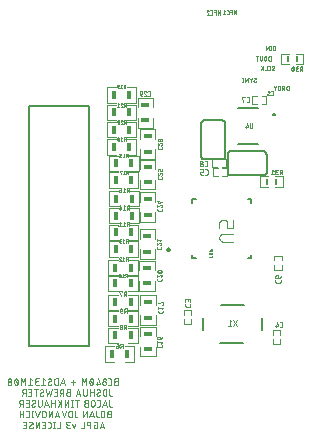
<source format=gbr>
G04 EAGLE Gerber RS-274X export*
G75*
%MOMM*%
%FSLAX34Y34*%
%LPD*%
%INSilkscreen Bottom*%
%IPPOS*%
%AMOC8*
5,1,8,0,0,1.08239X$1,22.5*%
G01*
%ADD10C,0.050800*%
%ADD11C,0.025400*%
%ADD12C,0.127000*%
%ADD13C,0.100000*%
%ADD14R,0.300000X0.100000*%
%ADD15R,0.100000X0.600000*%
%ADD16C,0.140000*%
%ADD17R,0.100000X0.300000*%
%ADD18R,0.600000X0.100000*%
%ADD19C,0.200000*%
%ADD20C,0.101600*%
%ADD21R,0.800000X0.300000*%
%ADD22R,0.100000X1.600000*%
%ADD23R,0.300000X0.800000*%
%ADD24R,1.600000X0.100000*%
%ADD25C,0.152400*%
%ADD26R,0.200000X0.500000*%
%ADD27R,1.000000X0.100000*%


D10*
X222178Y385857D02*
X220626Y385857D01*
X220549Y385855D01*
X220471Y385849D01*
X220395Y385840D01*
X220318Y385826D01*
X220243Y385809D01*
X220169Y385788D01*
X220095Y385763D01*
X220023Y385735D01*
X219953Y385703D01*
X219884Y385668D01*
X219817Y385629D01*
X219752Y385587D01*
X219689Y385542D01*
X219628Y385494D01*
X219570Y385443D01*
X219515Y385389D01*
X219462Y385332D01*
X219413Y385273D01*
X219366Y385211D01*
X219322Y385147D01*
X219282Y385081D01*
X219245Y385013D01*
X219211Y384943D01*
X219181Y384872D01*
X219155Y384799D01*
X219132Y384725D01*
X219113Y384650D01*
X219098Y384575D01*
X219086Y384498D01*
X219078Y384421D01*
X219074Y384344D01*
X219074Y384266D01*
X219078Y384189D01*
X219086Y384112D01*
X219098Y384035D01*
X219113Y383960D01*
X219132Y383885D01*
X219155Y383811D01*
X219181Y383738D01*
X219211Y383667D01*
X219245Y383597D01*
X219282Y383529D01*
X219322Y383463D01*
X219366Y383399D01*
X219413Y383337D01*
X219462Y383278D01*
X219515Y383221D01*
X219570Y383167D01*
X219628Y383116D01*
X219689Y383068D01*
X219752Y383023D01*
X219817Y382981D01*
X219884Y382942D01*
X219953Y382907D01*
X220023Y382875D01*
X220095Y382847D01*
X220169Y382822D01*
X220243Y382801D01*
X220318Y382784D01*
X220395Y382770D01*
X220471Y382761D01*
X220549Y382755D01*
X220626Y382753D01*
X222178Y382753D01*
X222178Y388341D01*
X220626Y388341D01*
X220556Y388339D01*
X220487Y388333D01*
X220418Y388323D01*
X220350Y388310D01*
X220282Y388292D01*
X220216Y388271D01*
X220151Y388246D01*
X220087Y388218D01*
X220025Y388186D01*
X219965Y388151D01*
X219907Y388112D01*
X219852Y388070D01*
X219798Y388025D01*
X219748Y387977D01*
X219700Y387927D01*
X219655Y387873D01*
X219613Y387818D01*
X219574Y387760D01*
X219539Y387700D01*
X219507Y387638D01*
X219479Y387574D01*
X219454Y387509D01*
X219433Y387443D01*
X219415Y387375D01*
X219402Y387307D01*
X219392Y387238D01*
X219386Y387169D01*
X219384Y387099D01*
X219386Y387029D01*
X219392Y386960D01*
X219402Y386891D01*
X219415Y386823D01*
X219433Y386755D01*
X219454Y386689D01*
X219479Y386624D01*
X219507Y386560D01*
X219539Y386498D01*
X219574Y386438D01*
X219613Y386380D01*
X219655Y386325D01*
X219700Y386271D01*
X219748Y386221D01*
X219798Y386173D01*
X219852Y386128D01*
X219907Y386086D01*
X219965Y386047D01*
X220025Y386012D01*
X220087Y385980D01*
X220151Y385952D01*
X220216Y385927D01*
X220282Y385906D01*
X220350Y385888D01*
X220418Y385875D01*
X220487Y385865D01*
X220556Y385859D01*
X220626Y385857D01*
X215732Y382753D02*
X214490Y382753D01*
X215732Y382752D02*
X215802Y382754D01*
X215871Y382760D01*
X215940Y382770D01*
X216008Y382783D01*
X216076Y382801D01*
X216142Y382822D01*
X216207Y382847D01*
X216271Y382875D01*
X216333Y382907D01*
X216393Y382942D01*
X216451Y382981D01*
X216506Y383023D01*
X216560Y383068D01*
X216610Y383116D01*
X216658Y383166D01*
X216703Y383220D01*
X216745Y383275D01*
X216784Y383333D01*
X216819Y383393D01*
X216851Y383455D01*
X216879Y383519D01*
X216904Y383584D01*
X216925Y383650D01*
X216943Y383718D01*
X216956Y383786D01*
X216966Y383855D01*
X216972Y383924D01*
X216974Y383994D01*
X216974Y387099D01*
X216972Y387169D01*
X216966Y387238D01*
X216956Y387307D01*
X216943Y387375D01*
X216925Y387443D01*
X216904Y387509D01*
X216879Y387574D01*
X216851Y387638D01*
X216819Y387700D01*
X216784Y387760D01*
X216745Y387818D01*
X216703Y387873D01*
X216658Y387927D01*
X216610Y387977D01*
X216560Y388025D01*
X216506Y388070D01*
X216451Y388112D01*
X216393Y388151D01*
X216333Y388186D01*
X216271Y388218D01*
X216207Y388246D01*
X216142Y388271D01*
X216076Y388292D01*
X216008Y388310D01*
X215940Y388323D01*
X215871Y388333D01*
X215802Y388339D01*
X215732Y388341D01*
X214490Y388341D01*
X212385Y384305D02*
X212383Y384382D01*
X212377Y384460D01*
X212368Y384536D01*
X212354Y384613D01*
X212337Y384688D01*
X212316Y384762D01*
X212291Y384836D01*
X212263Y384908D01*
X212231Y384978D01*
X212196Y385047D01*
X212157Y385114D01*
X212115Y385179D01*
X212070Y385242D01*
X212022Y385303D01*
X211971Y385361D01*
X211917Y385416D01*
X211860Y385469D01*
X211801Y385518D01*
X211739Y385565D01*
X211675Y385609D01*
X211609Y385649D01*
X211541Y385686D01*
X211471Y385720D01*
X211400Y385750D01*
X211327Y385776D01*
X211253Y385799D01*
X211178Y385818D01*
X211103Y385833D01*
X211026Y385845D01*
X210949Y385853D01*
X210872Y385857D01*
X210794Y385857D01*
X210717Y385853D01*
X210640Y385845D01*
X210563Y385833D01*
X210488Y385818D01*
X210413Y385799D01*
X210339Y385776D01*
X210266Y385750D01*
X210195Y385720D01*
X210125Y385686D01*
X210057Y385649D01*
X209991Y385609D01*
X209927Y385565D01*
X209865Y385518D01*
X209806Y385469D01*
X209749Y385416D01*
X209695Y385361D01*
X209644Y385303D01*
X209596Y385242D01*
X209551Y385179D01*
X209509Y385114D01*
X209470Y385047D01*
X209435Y384978D01*
X209403Y384908D01*
X209375Y384836D01*
X209350Y384762D01*
X209329Y384688D01*
X209312Y384613D01*
X209298Y384536D01*
X209289Y384460D01*
X209283Y384382D01*
X209281Y384305D01*
X209283Y384228D01*
X209289Y384150D01*
X209298Y384074D01*
X209312Y383997D01*
X209329Y383922D01*
X209350Y383848D01*
X209375Y383774D01*
X209403Y383702D01*
X209435Y383632D01*
X209470Y383563D01*
X209509Y383496D01*
X209551Y383431D01*
X209596Y383368D01*
X209644Y383307D01*
X209695Y383249D01*
X209749Y383194D01*
X209806Y383141D01*
X209865Y383092D01*
X209927Y383045D01*
X209991Y383001D01*
X210057Y382961D01*
X210125Y382924D01*
X210195Y382890D01*
X210266Y382860D01*
X210339Y382834D01*
X210413Y382811D01*
X210488Y382792D01*
X210563Y382777D01*
X210640Y382765D01*
X210717Y382757D01*
X210794Y382753D01*
X210872Y382753D01*
X210949Y382757D01*
X211026Y382765D01*
X211103Y382777D01*
X211178Y382792D01*
X211253Y382811D01*
X211327Y382834D01*
X211400Y382860D01*
X211471Y382890D01*
X211541Y382924D01*
X211609Y382961D01*
X211675Y383001D01*
X211739Y383045D01*
X211801Y383092D01*
X211860Y383141D01*
X211917Y383194D01*
X211971Y383249D01*
X212022Y383307D01*
X212070Y383368D01*
X212115Y383431D01*
X212157Y383496D01*
X212196Y383563D01*
X212231Y383632D01*
X212263Y383702D01*
X212291Y383774D01*
X212316Y383848D01*
X212337Y383922D01*
X212354Y383997D01*
X212368Y384074D01*
X212377Y384150D01*
X212383Y384228D01*
X212385Y384305D01*
X212075Y387099D02*
X212073Y387169D01*
X212067Y387238D01*
X212057Y387307D01*
X212044Y387375D01*
X212026Y387443D01*
X212005Y387509D01*
X211980Y387574D01*
X211952Y387638D01*
X211920Y387700D01*
X211885Y387760D01*
X211846Y387818D01*
X211804Y387873D01*
X211759Y387927D01*
X211711Y387977D01*
X211661Y388025D01*
X211607Y388070D01*
X211552Y388112D01*
X211494Y388151D01*
X211434Y388186D01*
X211372Y388218D01*
X211308Y388246D01*
X211243Y388271D01*
X211177Y388292D01*
X211109Y388310D01*
X211041Y388323D01*
X210972Y388333D01*
X210903Y388339D01*
X210833Y388341D01*
X210763Y388339D01*
X210694Y388333D01*
X210625Y388323D01*
X210557Y388310D01*
X210489Y388292D01*
X210423Y388271D01*
X210358Y388246D01*
X210294Y388218D01*
X210232Y388186D01*
X210172Y388151D01*
X210114Y388112D01*
X210059Y388070D01*
X210005Y388025D01*
X209955Y387977D01*
X209907Y387927D01*
X209862Y387873D01*
X209820Y387818D01*
X209781Y387760D01*
X209746Y387700D01*
X209714Y387638D01*
X209686Y387574D01*
X209661Y387509D01*
X209640Y387443D01*
X209622Y387375D01*
X209609Y387307D01*
X209599Y387238D01*
X209593Y387169D01*
X209591Y387099D01*
X209593Y387029D01*
X209599Y386960D01*
X209609Y386891D01*
X209622Y386823D01*
X209640Y386755D01*
X209661Y386689D01*
X209686Y386624D01*
X209714Y386560D01*
X209746Y386498D01*
X209781Y386438D01*
X209820Y386380D01*
X209862Y386325D01*
X209907Y386271D01*
X209955Y386221D01*
X210005Y386173D01*
X210059Y386128D01*
X210114Y386086D01*
X210172Y386047D01*
X210232Y386012D01*
X210294Y385980D01*
X210358Y385952D01*
X210423Y385927D01*
X210489Y385906D01*
X210557Y385888D01*
X210625Y385875D01*
X210694Y385865D01*
X210763Y385859D01*
X210833Y385857D01*
X210903Y385859D01*
X210972Y385865D01*
X211041Y385875D01*
X211109Y385888D01*
X211177Y385906D01*
X211243Y385927D01*
X211308Y385952D01*
X211372Y385980D01*
X211434Y386012D01*
X211494Y386047D01*
X211552Y386086D01*
X211607Y386128D01*
X211661Y386173D01*
X211711Y386221D01*
X211759Y386271D01*
X211804Y386325D01*
X211846Y386380D01*
X211885Y386438D01*
X211920Y386498D01*
X211952Y386560D01*
X211980Y386624D01*
X212005Y386689D01*
X212026Y386755D01*
X212044Y386823D01*
X212057Y386891D01*
X212067Y386960D01*
X212073Y387029D01*
X212075Y387099D01*
X206899Y383994D02*
X205657Y388341D01*
X206899Y383994D02*
X203795Y383994D01*
X204726Y382753D02*
X204726Y385236D01*
X201413Y385547D02*
X201411Y385678D01*
X201406Y385808D01*
X201396Y385938D01*
X201383Y386068D01*
X201367Y386198D01*
X201347Y386327D01*
X201323Y386455D01*
X201295Y386582D01*
X201264Y386709D01*
X201229Y386835D01*
X201191Y386960D01*
X201149Y387084D01*
X201104Y387206D01*
X201055Y387327D01*
X201003Y387447D01*
X200947Y387565D01*
X200924Y387625D01*
X200898Y387685D01*
X200869Y387742D01*
X200836Y387798D01*
X200800Y387852D01*
X200762Y387904D01*
X200720Y387954D01*
X200676Y388001D01*
X200629Y388046D01*
X200579Y388088D01*
X200528Y388127D01*
X200474Y388163D01*
X200418Y388196D01*
X200361Y388226D01*
X200302Y388253D01*
X200241Y388276D01*
X200180Y388296D01*
X200117Y388312D01*
X200053Y388325D01*
X199989Y388334D01*
X199925Y388339D01*
X199860Y388341D01*
X199795Y388339D01*
X199731Y388334D01*
X199667Y388325D01*
X199603Y388312D01*
X199540Y388296D01*
X199479Y388276D01*
X199418Y388253D01*
X199359Y388226D01*
X199302Y388196D01*
X199246Y388163D01*
X199192Y388127D01*
X199141Y388088D01*
X199091Y388046D01*
X199044Y388001D01*
X199000Y387954D01*
X198958Y387904D01*
X198920Y387852D01*
X198884Y387798D01*
X198851Y387742D01*
X198822Y387685D01*
X198796Y387625D01*
X198773Y387565D01*
X198774Y387565D02*
X198718Y387447D01*
X198666Y387327D01*
X198617Y387206D01*
X198572Y387084D01*
X198530Y386960D01*
X198492Y386835D01*
X198457Y386709D01*
X198426Y386583D01*
X198398Y386455D01*
X198374Y386327D01*
X198354Y386198D01*
X198338Y386068D01*
X198325Y385938D01*
X198315Y385808D01*
X198310Y385678D01*
X198308Y385547D01*
X201412Y385547D02*
X201410Y385416D01*
X201405Y385286D01*
X201395Y385156D01*
X201382Y385026D01*
X201366Y384896D01*
X201346Y384768D01*
X201322Y384639D01*
X201294Y384512D01*
X201263Y384385D01*
X201228Y384259D01*
X201190Y384134D01*
X201148Y384011D01*
X201103Y383888D01*
X201054Y383767D01*
X201002Y383647D01*
X200946Y383529D01*
X200947Y383528D02*
X200924Y383468D01*
X200898Y383408D01*
X200869Y383351D01*
X200836Y383295D01*
X200800Y383241D01*
X200762Y383189D01*
X200720Y383139D01*
X200676Y383092D01*
X200629Y383047D01*
X200579Y383005D01*
X200528Y382966D01*
X200474Y382930D01*
X200418Y382897D01*
X200361Y382867D01*
X200302Y382840D01*
X200241Y382817D01*
X200180Y382797D01*
X200117Y382781D01*
X200053Y382768D01*
X199989Y382759D01*
X199925Y382754D01*
X199860Y382752D01*
X198774Y383529D02*
X198718Y383647D01*
X198666Y383767D01*
X198617Y383888D01*
X198572Y384010D01*
X198530Y384134D01*
X198492Y384259D01*
X198457Y384385D01*
X198426Y384511D01*
X198398Y384639D01*
X198374Y384767D01*
X198354Y384896D01*
X198338Y385026D01*
X198325Y385156D01*
X198315Y385286D01*
X198310Y385416D01*
X198308Y385547D01*
X198773Y383528D02*
X198796Y383468D01*
X198822Y383408D01*
X198851Y383351D01*
X198884Y383295D01*
X198920Y383241D01*
X198958Y383189D01*
X199000Y383139D01*
X199044Y383092D01*
X199091Y383047D01*
X199141Y383005D01*
X199192Y382966D01*
X199246Y382930D01*
X199302Y382897D01*
X199359Y382867D01*
X199418Y382840D01*
X199479Y382817D01*
X199540Y382797D01*
X199603Y382781D01*
X199667Y382768D01*
X199731Y382759D01*
X199795Y382754D01*
X199860Y382752D01*
X201102Y383994D02*
X198619Y387099D01*
X195688Y388341D02*
X195688Y382753D01*
X193825Y385236D02*
X195688Y388341D01*
X193825Y385236D02*
X191963Y388341D01*
X191963Y382753D01*
X186361Y384926D02*
X182636Y384926D01*
X184499Y386788D02*
X184499Y383063D01*
X177583Y382753D02*
X175720Y388341D01*
X173858Y382753D01*
X174323Y384150D02*
X177117Y384150D01*
X171603Y382753D02*
X171603Y388341D01*
X170051Y388341D01*
X170051Y388340D02*
X169975Y388338D01*
X169899Y388333D01*
X169823Y388323D01*
X169748Y388310D01*
X169674Y388293D01*
X169600Y388273D01*
X169528Y388249D01*
X169457Y388222D01*
X169387Y388191D01*
X169319Y388157D01*
X169253Y388119D01*
X169189Y388078D01*
X169126Y388035D01*
X169066Y387988D01*
X169009Y387938D01*
X168954Y387885D01*
X168901Y387830D01*
X168851Y387773D01*
X168804Y387713D01*
X168761Y387650D01*
X168720Y387586D01*
X168682Y387520D01*
X168648Y387452D01*
X168617Y387382D01*
X168590Y387311D01*
X168566Y387239D01*
X168546Y387165D01*
X168529Y387091D01*
X168516Y387016D01*
X168506Y386940D01*
X168501Y386864D01*
X168499Y386788D01*
X168499Y384305D01*
X168501Y384229D01*
X168506Y384153D01*
X168516Y384077D01*
X168529Y384002D01*
X168546Y383928D01*
X168566Y383854D01*
X168590Y383782D01*
X168617Y383711D01*
X168648Y383641D01*
X168682Y383573D01*
X168720Y383507D01*
X168761Y383443D01*
X168804Y383380D01*
X168851Y383320D01*
X168901Y383263D01*
X168954Y383208D01*
X169009Y383155D01*
X169066Y383105D01*
X169126Y383058D01*
X169189Y383015D01*
X169253Y382974D01*
X169319Y382936D01*
X169387Y382902D01*
X169457Y382871D01*
X169528Y382844D01*
X169600Y382820D01*
X169674Y382800D01*
X169748Y382783D01*
X169823Y382770D01*
X169899Y382760D01*
X169975Y382755D01*
X170051Y382753D01*
X171603Y382753D01*
X164254Y382752D02*
X164184Y382754D01*
X164115Y382760D01*
X164046Y382770D01*
X163978Y382783D01*
X163910Y382801D01*
X163844Y382822D01*
X163779Y382847D01*
X163715Y382875D01*
X163653Y382907D01*
X163593Y382942D01*
X163535Y382981D01*
X163480Y383023D01*
X163426Y383068D01*
X163376Y383116D01*
X163328Y383166D01*
X163283Y383220D01*
X163241Y383275D01*
X163202Y383333D01*
X163167Y383393D01*
X163135Y383455D01*
X163107Y383519D01*
X163082Y383584D01*
X163061Y383650D01*
X163043Y383718D01*
X163030Y383786D01*
X163020Y383855D01*
X163014Y383924D01*
X163012Y383994D01*
X164254Y382753D02*
X164353Y382755D01*
X164451Y382760D01*
X164549Y382770D01*
X164647Y382783D01*
X164744Y382799D01*
X164841Y382819D01*
X164936Y382843D01*
X165031Y382871D01*
X165125Y382902D01*
X165217Y382936D01*
X165308Y382974D01*
X165398Y383015D01*
X165486Y383060D01*
X165572Y383108D01*
X165656Y383159D01*
X165738Y383213D01*
X165819Y383271D01*
X165897Y383331D01*
X165972Y383394D01*
X166046Y383460D01*
X166116Y383529D01*
X165962Y387099D02*
X165960Y387169D01*
X165954Y387238D01*
X165944Y387307D01*
X165931Y387375D01*
X165913Y387443D01*
X165892Y387509D01*
X165867Y387574D01*
X165839Y387638D01*
X165807Y387700D01*
X165772Y387760D01*
X165733Y387818D01*
X165691Y387873D01*
X165646Y387927D01*
X165598Y387977D01*
X165548Y388025D01*
X165494Y388070D01*
X165439Y388112D01*
X165381Y388151D01*
X165321Y388186D01*
X165259Y388218D01*
X165195Y388246D01*
X165130Y388271D01*
X165064Y388292D01*
X164996Y388310D01*
X164928Y388323D01*
X164859Y388333D01*
X164790Y388339D01*
X164720Y388341D01*
X164720Y388340D02*
X164626Y388338D01*
X164533Y388332D01*
X164440Y388323D01*
X164347Y388310D01*
X164255Y388293D01*
X164164Y388273D01*
X164073Y388248D01*
X163984Y388221D01*
X163896Y388189D01*
X163809Y388154D01*
X163723Y388116D01*
X163640Y388074D01*
X163557Y388029D01*
X163477Y387981D01*
X163399Y387929D01*
X163323Y387874D01*
X165341Y386013D02*
X165400Y386049D01*
X165456Y386089D01*
X165510Y386132D01*
X165562Y386177D01*
X165611Y386226D01*
X165657Y386277D01*
X165700Y386330D01*
X165741Y386386D01*
X165778Y386444D01*
X165813Y386504D01*
X165843Y386565D01*
X165871Y386628D01*
X165895Y386693D01*
X165915Y386759D01*
X165932Y386826D01*
X165945Y386893D01*
X165954Y386961D01*
X165960Y387030D01*
X165962Y387099D01*
X163634Y385080D02*
X163575Y385044D01*
X163519Y385004D01*
X163465Y384961D01*
X163413Y384916D01*
X163364Y384867D01*
X163318Y384816D01*
X163275Y384763D01*
X163234Y384707D01*
X163197Y384649D01*
X163162Y384590D01*
X163132Y384528D01*
X163104Y384465D01*
X163080Y384400D01*
X163060Y384334D01*
X163043Y384267D01*
X163030Y384200D01*
X163021Y384132D01*
X163015Y384063D01*
X163013Y383994D01*
X163633Y385081D02*
X165341Y386012D01*
X160814Y387099D02*
X159261Y388341D01*
X159261Y382753D01*
X157709Y382753D02*
X160814Y382753D01*
X155327Y382753D02*
X153775Y382753D01*
X153698Y382755D01*
X153620Y382761D01*
X153544Y382770D01*
X153467Y382784D01*
X153392Y382801D01*
X153318Y382822D01*
X153244Y382847D01*
X153172Y382875D01*
X153102Y382907D01*
X153033Y382942D01*
X152966Y382981D01*
X152901Y383023D01*
X152838Y383068D01*
X152777Y383116D01*
X152719Y383167D01*
X152664Y383221D01*
X152611Y383278D01*
X152562Y383337D01*
X152515Y383399D01*
X152471Y383463D01*
X152431Y383529D01*
X152394Y383597D01*
X152360Y383667D01*
X152330Y383738D01*
X152304Y383811D01*
X152281Y383885D01*
X152262Y383960D01*
X152247Y384035D01*
X152235Y384112D01*
X152227Y384189D01*
X152223Y384266D01*
X152223Y384344D01*
X152227Y384421D01*
X152235Y384498D01*
X152247Y384575D01*
X152262Y384650D01*
X152281Y384725D01*
X152304Y384799D01*
X152330Y384872D01*
X152360Y384943D01*
X152394Y385013D01*
X152431Y385081D01*
X152471Y385147D01*
X152515Y385211D01*
X152562Y385273D01*
X152611Y385332D01*
X152664Y385389D01*
X152719Y385443D01*
X152777Y385494D01*
X152838Y385542D01*
X152901Y385587D01*
X152966Y385629D01*
X153033Y385668D01*
X153102Y385703D01*
X153172Y385735D01*
X153244Y385763D01*
X153318Y385788D01*
X153392Y385809D01*
X153467Y385826D01*
X153544Y385840D01*
X153620Y385849D01*
X153698Y385855D01*
X153775Y385857D01*
X153464Y388341D02*
X155327Y388341D01*
X153464Y388341D02*
X153394Y388339D01*
X153325Y388333D01*
X153256Y388323D01*
X153188Y388310D01*
X153120Y388292D01*
X153054Y388271D01*
X152989Y388246D01*
X152925Y388218D01*
X152863Y388186D01*
X152803Y388151D01*
X152745Y388112D01*
X152690Y388070D01*
X152636Y388025D01*
X152586Y387977D01*
X152538Y387927D01*
X152493Y387873D01*
X152451Y387818D01*
X152412Y387760D01*
X152377Y387700D01*
X152345Y387638D01*
X152317Y387574D01*
X152292Y387509D01*
X152271Y387443D01*
X152253Y387375D01*
X152240Y387307D01*
X152230Y387238D01*
X152224Y387169D01*
X152222Y387099D01*
X152224Y387029D01*
X152230Y386960D01*
X152240Y386891D01*
X152253Y386823D01*
X152271Y386755D01*
X152292Y386689D01*
X152317Y386624D01*
X152345Y386560D01*
X152377Y386498D01*
X152412Y386438D01*
X152451Y386380D01*
X152493Y386325D01*
X152538Y386271D01*
X152586Y386221D01*
X152636Y386173D01*
X152690Y386128D01*
X152745Y386086D01*
X152803Y386047D01*
X152863Y386012D01*
X152925Y385980D01*
X152989Y385952D01*
X153054Y385927D01*
X153120Y385906D01*
X153188Y385888D01*
X153256Y385875D01*
X153325Y385865D01*
X153394Y385859D01*
X153464Y385857D01*
X154706Y385857D01*
X149841Y387099D02*
X148289Y388341D01*
X148289Y382753D01*
X149841Y382753D02*
X146736Y382753D01*
X144116Y382753D02*
X144116Y388341D01*
X142254Y385236D01*
X140391Y388341D01*
X140391Y382753D01*
X137771Y385547D02*
X137769Y385678D01*
X137764Y385808D01*
X137754Y385938D01*
X137741Y386068D01*
X137725Y386198D01*
X137705Y386327D01*
X137681Y386455D01*
X137653Y386582D01*
X137622Y386709D01*
X137587Y386835D01*
X137549Y386960D01*
X137507Y387084D01*
X137462Y387206D01*
X137413Y387327D01*
X137361Y387447D01*
X137305Y387565D01*
X137282Y387625D01*
X137256Y387685D01*
X137227Y387742D01*
X137194Y387798D01*
X137158Y387852D01*
X137120Y387904D01*
X137078Y387954D01*
X137034Y388001D01*
X136987Y388046D01*
X136937Y388088D01*
X136886Y388127D01*
X136832Y388163D01*
X136776Y388196D01*
X136719Y388226D01*
X136660Y388253D01*
X136599Y388276D01*
X136538Y388296D01*
X136475Y388312D01*
X136411Y388325D01*
X136347Y388334D01*
X136283Y388339D01*
X136218Y388341D01*
X136153Y388339D01*
X136089Y388334D01*
X136025Y388325D01*
X135961Y388312D01*
X135898Y388296D01*
X135837Y388276D01*
X135776Y388253D01*
X135717Y388226D01*
X135660Y388196D01*
X135604Y388163D01*
X135550Y388127D01*
X135499Y388088D01*
X135449Y388046D01*
X135402Y388001D01*
X135358Y387954D01*
X135316Y387904D01*
X135278Y387852D01*
X135242Y387798D01*
X135209Y387742D01*
X135180Y387685D01*
X135154Y387625D01*
X135131Y387565D01*
X135132Y387565D02*
X135076Y387447D01*
X135024Y387327D01*
X134975Y387206D01*
X134930Y387084D01*
X134888Y386960D01*
X134850Y386835D01*
X134815Y386709D01*
X134784Y386583D01*
X134756Y386455D01*
X134732Y386327D01*
X134712Y386198D01*
X134696Y386068D01*
X134683Y385938D01*
X134673Y385808D01*
X134668Y385678D01*
X134666Y385547D01*
X137771Y385547D02*
X137769Y385416D01*
X137764Y385286D01*
X137754Y385156D01*
X137741Y385026D01*
X137725Y384896D01*
X137705Y384768D01*
X137681Y384639D01*
X137653Y384512D01*
X137622Y384385D01*
X137587Y384259D01*
X137549Y384134D01*
X137507Y384011D01*
X137462Y383888D01*
X137413Y383767D01*
X137361Y383647D01*
X137305Y383529D01*
X137305Y383528D02*
X137282Y383468D01*
X137256Y383408D01*
X137227Y383351D01*
X137194Y383295D01*
X137158Y383241D01*
X137120Y383189D01*
X137078Y383139D01*
X137034Y383092D01*
X136987Y383047D01*
X136937Y383005D01*
X136886Y382966D01*
X136832Y382930D01*
X136776Y382897D01*
X136719Y382867D01*
X136660Y382840D01*
X136599Y382817D01*
X136538Y382797D01*
X136475Y382781D01*
X136411Y382768D01*
X136347Y382759D01*
X136283Y382754D01*
X136218Y382752D01*
X135132Y383529D02*
X135076Y383647D01*
X135024Y383767D01*
X134975Y383888D01*
X134930Y384010D01*
X134888Y384134D01*
X134850Y384259D01*
X134815Y384385D01*
X134784Y384511D01*
X134756Y384639D01*
X134732Y384767D01*
X134712Y384896D01*
X134696Y385026D01*
X134683Y385156D01*
X134673Y385286D01*
X134668Y385416D01*
X134666Y385547D01*
X135131Y383528D02*
X135154Y383468D01*
X135180Y383408D01*
X135209Y383351D01*
X135242Y383295D01*
X135278Y383241D01*
X135316Y383189D01*
X135358Y383139D01*
X135402Y383092D01*
X135449Y383047D01*
X135499Y383005D01*
X135550Y382966D01*
X135604Y382930D01*
X135660Y382897D01*
X135717Y382867D01*
X135776Y382840D01*
X135837Y382817D01*
X135898Y382797D01*
X135961Y382781D01*
X136025Y382768D01*
X136089Y382759D01*
X136153Y382754D01*
X136218Y382752D01*
X137460Y383994D02*
X134977Y387099D01*
X132284Y384305D02*
X132282Y384382D01*
X132276Y384460D01*
X132267Y384536D01*
X132253Y384613D01*
X132236Y384688D01*
X132215Y384762D01*
X132190Y384836D01*
X132162Y384908D01*
X132130Y384978D01*
X132095Y385047D01*
X132056Y385114D01*
X132014Y385179D01*
X131969Y385242D01*
X131921Y385303D01*
X131870Y385361D01*
X131816Y385416D01*
X131759Y385469D01*
X131700Y385518D01*
X131638Y385565D01*
X131574Y385609D01*
X131508Y385649D01*
X131440Y385686D01*
X131370Y385720D01*
X131299Y385750D01*
X131226Y385776D01*
X131152Y385799D01*
X131077Y385818D01*
X131002Y385833D01*
X130925Y385845D01*
X130848Y385853D01*
X130771Y385857D01*
X130693Y385857D01*
X130616Y385853D01*
X130539Y385845D01*
X130462Y385833D01*
X130387Y385818D01*
X130312Y385799D01*
X130238Y385776D01*
X130165Y385750D01*
X130094Y385720D01*
X130024Y385686D01*
X129956Y385649D01*
X129890Y385609D01*
X129826Y385565D01*
X129764Y385518D01*
X129705Y385469D01*
X129648Y385416D01*
X129594Y385361D01*
X129543Y385303D01*
X129495Y385242D01*
X129450Y385179D01*
X129408Y385114D01*
X129369Y385047D01*
X129334Y384978D01*
X129302Y384908D01*
X129274Y384836D01*
X129249Y384762D01*
X129228Y384688D01*
X129211Y384613D01*
X129197Y384536D01*
X129188Y384460D01*
X129182Y384382D01*
X129180Y384305D01*
X129182Y384228D01*
X129188Y384150D01*
X129197Y384074D01*
X129211Y383997D01*
X129228Y383922D01*
X129249Y383848D01*
X129274Y383774D01*
X129302Y383702D01*
X129334Y383632D01*
X129369Y383563D01*
X129408Y383496D01*
X129450Y383431D01*
X129495Y383368D01*
X129543Y383307D01*
X129594Y383249D01*
X129648Y383194D01*
X129705Y383141D01*
X129764Y383092D01*
X129826Y383045D01*
X129890Y383001D01*
X129956Y382961D01*
X130024Y382924D01*
X130094Y382890D01*
X130165Y382860D01*
X130238Y382834D01*
X130312Y382811D01*
X130387Y382792D01*
X130462Y382777D01*
X130539Y382765D01*
X130616Y382757D01*
X130693Y382753D01*
X130771Y382753D01*
X130848Y382757D01*
X130925Y382765D01*
X131002Y382777D01*
X131077Y382792D01*
X131152Y382811D01*
X131226Y382834D01*
X131299Y382860D01*
X131370Y382890D01*
X131440Y382924D01*
X131508Y382961D01*
X131574Y383001D01*
X131638Y383045D01*
X131700Y383092D01*
X131759Y383141D01*
X131816Y383194D01*
X131870Y383249D01*
X131921Y383307D01*
X131969Y383368D01*
X132014Y383431D01*
X132056Y383496D01*
X132095Y383563D01*
X132130Y383632D01*
X132162Y383702D01*
X132190Y383774D01*
X132215Y383848D01*
X132236Y383922D01*
X132253Y383997D01*
X132267Y384074D01*
X132276Y384150D01*
X132282Y384228D01*
X132284Y384305D01*
X131974Y387099D02*
X131972Y387169D01*
X131966Y387238D01*
X131956Y387307D01*
X131943Y387375D01*
X131925Y387443D01*
X131904Y387509D01*
X131879Y387574D01*
X131851Y387638D01*
X131819Y387700D01*
X131784Y387760D01*
X131745Y387818D01*
X131703Y387873D01*
X131658Y387927D01*
X131610Y387977D01*
X131560Y388025D01*
X131506Y388070D01*
X131451Y388112D01*
X131393Y388151D01*
X131333Y388186D01*
X131271Y388218D01*
X131207Y388246D01*
X131142Y388271D01*
X131076Y388292D01*
X131008Y388310D01*
X130940Y388323D01*
X130871Y388333D01*
X130802Y388339D01*
X130732Y388341D01*
X130662Y388339D01*
X130593Y388333D01*
X130524Y388323D01*
X130456Y388310D01*
X130388Y388292D01*
X130322Y388271D01*
X130257Y388246D01*
X130193Y388218D01*
X130131Y388186D01*
X130071Y388151D01*
X130013Y388112D01*
X129958Y388070D01*
X129904Y388025D01*
X129854Y387977D01*
X129806Y387927D01*
X129761Y387873D01*
X129719Y387818D01*
X129680Y387760D01*
X129645Y387700D01*
X129613Y387638D01*
X129585Y387574D01*
X129560Y387509D01*
X129539Y387443D01*
X129521Y387375D01*
X129508Y387307D01*
X129498Y387238D01*
X129492Y387169D01*
X129490Y387099D01*
X129492Y387029D01*
X129498Y386960D01*
X129508Y386891D01*
X129521Y386823D01*
X129539Y386755D01*
X129560Y386689D01*
X129585Y386624D01*
X129613Y386560D01*
X129645Y386498D01*
X129680Y386438D01*
X129719Y386380D01*
X129761Y386325D01*
X129806Y386271D01*
X129854Y386221D01*
X129904Y386173D01*
X129958Y386128D01*
X130013Y386086D01*
X130071Y386047D01*
X130131Y386012D01*
X130193Y385980D01*
X130257Y385952D01*
X130322Y385927D01*
X130388Y385906D01*
X130456Y385888D01*
X130524Y385875D01*
X130593Y385865D01*
X130662Y385859D01*
X130732Y385857D01*
X130802Y385859D01*
X130871Y385865D01*
X130940Y385875D01*
X131008Y385888D01*
X131076Y385906D01*
X131142Y385927D01*
X131207Y385952D01*
X131271Y385980D01*
X131333Y386012D01*
X131393Y386047D01*
X131451Y386086D01*
X131506Y386128D01*
X131560Y386173D01*
X131610Y386221D01*
X131658Y386271D01*
X131703Y386325D01*
X131745Y386380D01*
X131784Y386438D01*
X131819Y386498D01*
X131851Y386560D01*
X131879Y386624D01*
X131904Y386689D01*
X131925Y386755D01*
X131943Y386823D01*
X131956Y386891D01*
X131966Y386960D01*
X131972Y387029D01*
X131974Y387099D01*
X215293Y379197D02*
X215293Y374850D01*
X215295Y374780D01*
X215301Y374711D01*
X215311Y374642D01*
X215324Y374574D01*
X215342Y374506D01*
X215363Y374440D01*
X215388Y374375D01*
X215416Y374311D01*
X215448Y374249D01*
X215483Y374189D01*
X215522Y374131D01*
X215564Y374076D01*
X215609Y374022D01*
X215657Y373972D01*
X215707Y373924D01*
X215761Y373879D01*
X215816Y373837D01*
X215874Y373798D01*
X215934Y373763D01*
X215996Y373731D01*
X216060Y373703D01*
X216125Y373678D01*
X216191Y373657D01*
X216259Y373639D01*
X216327Y373626D01*
X216396Y373616D01*
X216465Y373610D01*
X216535Y373608D01*
X216535Y373609D02*
X217156Y373609D01*
X212751Y375161D02*
X212751Y377644D01*
X212749Y377721D01*
X212743Y377799D01*
X212734Y377875D01*
X212720Y377952D01*
X212703Y378027D01*
X212682Y378101D01*
X212657Y378175D01*
X212629Y378247D01*
X212597Y378317D01*
X212562Y378386D01*
X212523Y378453D01*
X212481Y378518D01*
X212436Y378581D01*
X212388Y378642D01*
X212337Y378700D01*
X212283Y378755D01*
X212226Y378808D01*
X212167Y378857D01*
X212105Y378904D01*
X212041Y378948D01*
X211975Y378988D01*
X211907Y379025D01*
X211837Y379059D01*
X211766Y379089D01*
X211693Y379115D01*
X211619Y379138D01*
X211544Y379157D01*
X211469Y379172D01*
X211392Y379184D01*
X211315Y379192D01*
X211238Y379196D01*
X211160Y379196D01*
X211083Y379192D01*
X211006Y379184D01*
X210929Y379172D01*
X210854Y379157D01*
X210779Y379138D01*
X210705Y379115D01*
X210632Y379089D01*
X210561Y379059D01*
X210491Y379025D01*
X210423Y378988D01*
X210357Y378948D01*
X210293Y378904D01*
X210231Y378857D01*
X210172Y378808D01*
X210115Y378755D01*
X210061Y378700D01*
X210010Y378642D01*
X209962Y378581D01*
X209917Y378518D01*
X209875Y378453D01*
X209836Y378386D01*
X209801Y378317D01*
X209769Y378247D01*
X209741Y378175D01*
X209716Y378101D01*
X209695Y378027D01*
X209678Y377952D01*
X209664Y377875D01*
X209655Y377799D01*
X209649Y377721D01*
X209647Y377644D01*
X209647Y375161D01*
X209649Y375084D01*
X209655Y375006D01*
X209664Y374930D01*
X209678Y374853D01*
X209695Y374778D01*
X209716Y374704D01*
X209741Y374630D01*
X209769Y374558D01*
X209801Y374488D01*
X209836Y374419D01*
X209875Y374352D01*
X209917Y374287D01*
X209962Y374224D01*
X210010Y374163D01*
X210061Y374105D01*
X210115Y374050D01*
X210172Y373997D01*
X210231Y373948D01*
X210293Y373901D01*
X210357Y373857D01*
X210423Y373817D01*
X210491Y373780D01*
X210561Y373746D01*
X210632Y373716D01*
X210705Y373690D01*
X210779Y373667D01*
X210854Y373648D01*
X210929Y373633D01*
X211006Y373621D01*
X211083Y373613D01*
X211160Y373609D01*
X211238Y373609D01*
X211315Y373613D01*
X211392Y373621D01*
X211469Y373633D01*
X211544Y373648D01*
X211619Y373667D01*
X211693Y373690D01*
X211766Y373716D01*
X211837Y373746D01*
X211907Y373780D01*
X211975Y373817D01*
X212041Y373857D01*
X212105Y373901D01*
X212167Y373948D01*
X212226Y373997D01*
X212283Y374050D01*
X212337Y374105D01*
X212388Y374163D01*
X212436Y374224D01*
X212481Y374287D01*
X212523Y374352D01*
X212562Y374419D01*
X212597Y374488D01*
X212629Y374558D01*
X212657Y374630D01*
X212682Y374704D01*
X212703Y374778D01*
X212720Y374853D01*
X212734Y374930D01*
X212743Y375006D01*
X212749Y375084D01*
X212751Y375161D01*
X205585Y373608D02*
X205515Y373610D01*
X205446Y373616D01*
X205377Y373626D01*
X205309Y373639D01*
X205241Y373657D01*
X205175Y373678D01*
X205110Y373703D01*
X205046Y373731D01*
X204984Y373763D01*
X204924Y373798D01*
X204866Y373837D01*
X204811Y373879D01*
X204757Y373924D01*
X204707Y373972D01*
X204659Y374022D01*
X204614Y374076D01*
X204572Y374131D01*
X204533Y374189D01*
X204498Y374249D01*
X204466Y374311D01*
X204438Y374375D01*
X204413Y374440D01*
X204392Y374506D01*
X204374Y374574D01*
X204361Y374642D01*
X204351Y374711D01*
X204345Y374780D01*
X204343Y374850D01*
X205585Y373609D02*
X205684Y373611D01*
X205782Y373616D01*
X205880Y373626D01*
X205978Y373639D01*
X206075Y373655D01*
X206172Y373675D01*
X206267Y373699D01*
X206362Y373727D01*
X206456Y373758D01*
X206548Y373792D01*
X206639Y373830D01*
X206729Y373871D01*
X206817Y373916D01*
X206903Y373964D01*
X206987Y374015D01*
X207069Y374069D01*
X207150Y374127D01*
X207228Y374187D01*
X207303Y374250D01*
X207377Y374316D01*
X207447Y374385D01*
X207293Y377955D02*
X207291Y378025D01*
X207285Y378094D01*
X207275Y378163D01*
X207262Y378231D01*
X207244Y378299D01*
X207223Y378365D01*
X207198Y378430D01*
X207170Y378494D01*
X207138Y378556D01*
X207103Y378616D01*
X207064Y378674D01*
X207022Y378729D01*
X206977Y378783D01*
X206929Y378833D01*
X206879Y378881D01*
X206825Y378926D01*
X206770Y378968D01*
X206712Y379007D01*
X206652Y379042D01*
X206590Y379074D01*
X206526Y379102D01*
X206461Y379127D01*
X206395Y379148D01*
X206327Y379166D01*
X206259Y379179D01*
X206190Y379189D01*
X206121Y379195D01*
X206051Y379197D01*
X206051Y379196D02*
X205957Y379194D01*
X205864Y379188D01*
X205771Y379179D01*
X205678Y379166D01*
X205586Y379149D01*
X205495Y379129D01*
X205404Y379104D01*
X205315Y379077D01*
X205227Y379045D01*
X205140Y379010D01*
X205054Y378972D01*
X204971Y378930D01*
X204888Y378885D01*
X204808Y378837D01*
X204730Y378785D01*
X204654Y378730D01*
X206671Y376869D02*
X206730Y376905D01*
X206786Y376945D01*
X206840Y376988D01*
X206892Y377033D01*
X206941Y377082D01*
X206987Y377133D01*
X207030Y377186D01*
X207071Y377242D01*
X207108Y377300D01*
X207143Y377360D01*
X207173Y377421D01*
X207201Y377484D01*
X207225Y377549D01*
X207245Y377615D01*
X207262Y377682D01*
X207275Y377749D01*
X207284Y377817D01*
X207290Y377886D01*
X207292Y377955D01*
X204964Y375936D02*
X204905Y375900D01*
X204849Y375860D01*
X204795Y375817D01*
X204743Y375772D01*
X204694Y375723D01*
X204648Y375672D01*
X204605Y375619D01*
X204564Y375563D01*
X204527Y375505D01*
X204492Y375446D01*
X204462Y375384D01*
X204434Y375321D01*
X204410Y375256D01*
X204390Y375190D01*
X204373Y375123D01*
X204360Y375056D01*
X204351Y374988D01*
X204345Y374919D01*
X204343Y374850D01*
X204964Y375937D02*
X206672Y376868D01*
X201961Y379197D02*
X201961Y373609D01*
X201961Y376713D02*
X198857Y376713D01*
X198857Y379197D02*
X198857Y373609D01*
X196109Y375161D02*
X196109Y379197D01*
X196109Y375161D02*
X196107Y375084D01*
X196101Y375006D01*
X196092Y374930D01*
X196078Y374853D01*
X196061Y374778D01*
X196040Y374704D01*
X196015Y374630D01*
X195987Y374558D01*
X195955Y374488D01*
X195920Y374419D01*
X195881Y374352D01*
X195839Y374287D01*
X195794Y374224D01*
X195746Y374163D01*
X195695Y374105D01*
X195641Y374050D01*
X195584Y373997D01*
X195525Y373948D01*
X195463Y373901D01*
X195399Y373857D01*
X195333Y373817D01*
X195265Y373780D01*
X195195Y373746D01*
X195124Y373716D01*
X195051Y373690D01*
X194977Y373667D01*
X194902Y373648D01*
X194827Y373633D01*
X194750Y373621D01*
X194673Y373613D01*
X194596Y373609D01*
X194518Y373609D01*
X194441Y373613D01*
X194364Y373621D01*
X194287Y373633D01*
X194212Y373648D01*
X194137Y373667D01*
X194063Y373690D01*
X193990Y373716D01*
X193919Y373746D01*
X193849Y373780D01*
X193781Y373817D01*
X193715Y373857D01*
X193651Y373901D01*
X193589Y373948D01*
X193530Y373997D01*
X193473Y374050D01*
X193419Y374105D01*
X193368Y374163D01*
X193320Y374224D01*
X193275Y374287D01*
X193233Y374352D01*
X193194Y374419D01*
X193159Y374488D01*
X193127Y374558D01*
X193099Y374630D01*
X193074Y374704D01*
X193053Y374778D01*
X193036Y374853D01*
X193022Y374930D01*
X193013Y375006D01*
X193007Y375084D01*
X193005Y375161D01*
X193005Y379197D01*
X188888Y379197D02*
X190750Y373609D01*
X187025Y373609D02*
X188888Y379197D01*
X187491Y375006D02*
X190285Y375006D01*
X181762Y376713D02*
X180209Y376713D01*
X180132Y376711D01*
X180054Y376705D01*
X179978Y376696D01*
X179901Y376682D01*
X179826Y376665D01*
X179752Y376644D01*
X179678Y376619D01*
X179606Y376591D01*
X179536Y376559D01*
X179467Y376524D01*
X179400Y376485D01*
X179335Y376443D01*
X179272Y376398D01*
X179211Y376350D01*
X179153Y376299D01*
X179098Y376245D01*
X179045Y376188D01*
X178996Y376129D01*
X178949Y376067D01*
X178905Y376003D01*
X178865Y375937D01*
X178828Y375869D01*
X178794Y375799D01*
X178764Y375728D01*
X178738Y375655D01*
X178715Y375581D01*
X178696Y375506D01*
X178681Y375431D01*
X178669Y375354D01*
X178661Y375277D01*
X178657Y375200D01*
X178657Y375122D01*
X178661Y375045D01*
X178669Y374968D01*
X178681Y374891D01*
X178696Y374816D01*
X178715Y374741D01*
X178738Y374667D01*
X178764Y374594D01*
X178794Y374523D01*
X178828Y374453D01*
X178865Y374385D01*
X178905Y374319D01*
X178949Y374255D01*
X178996Y374193D01*
X179045Y374134D01*
X179098Y374077D01*
X179153Y374023D01*
X179211Y373972D01*
X179272Y373924D01*
X179335Y373879D01*
X179400Y373837D01*
X179467Y373798D01*
X179536Y373763D01*
X179606Y373731D01*
X179678Y373703D01*
X179752Y373678D01*
X179826Y373657D01*
X179901Y373640D01*
X179978Y373626D01*
X180054Y373617D01*
X180132Y373611D01*
X180209Y373609D01*
X181762Y373609D01*
X181762Y379197D01*
X180209Y379197D01*
X180139Y379195D01*
X180070Y379189D01*
X180001Y379179D01*
X179933Y379166D01*
X179865Y379148D01*
X179799Y379127D01*
X179734Y379102D01*
X179670Y379074D01*
X179608Y379042D01*
X179548Y379007D01*
X179490Y378968D01*
X179435Y378926D01*
X179381Y378881D01*
X179331Y378833D01*
X179283Y378783D01*
X179238Y378729D01*
X179196Y378674D01*
X179157Y378616D01*
X179122Y378556D01*
X179090Y378494D01*
X179062Y378430D01*
X179037Y378365D01*
X179016Y378299D01*
X178998Y378231D01*
X178985Y378163D01*
X178975Y378094D01*
X178969Y378025D01*
X178967Y377955D01*
X178969Y377885D01*
X178975Y377816D01*
X178985Y377747D01*
X178998Y377679D01*
X179016Y377611D01*
X179037Y377545D01*
X179062Y377480D01*
X179090Y377416D01*
X179122Y377354D01*
X179157Y377294D01*
X179196Y377236D01*
X179238Y377181D01*
X179283Y377127D01*
X179331Y377077D01*
X179381Y377029D01*
X179435Y376984D01*
X179490Y376942D01*
X179548Y376903D01*
X179608Y376868D01*
X179670Y376836D01*
X179734Y376808D01*
X179799Y376783D01*
X179865Y376762D01*
X179933Y376744D01*
X180001Y376731D01*
X180070Y376721D01*
X180139Y376715D01*
X180209Y376713D01*
X176322Y379197D02*
X176322Y373609D01*
X176322Y379197D02*
X174770Y379197D01*
X174770Y379196D02*
X174693Y379194D01*
X174615Y379188D01*
X174539Y379179D01*
X174462Y379165D01*
X174387Y379148D01*
X174313Y379127D01*
X174239Y379102D01*
X174167Y379074D01*
X174097Y379042D01*
X174028Y379007D01*
X173961Y378968D01*
X173896Y378926D01*
X173833Y378881D01*
X173772Y378833D01*
X173714Y378782D01*
X173659Y378728D01*
X173606Y378671D01*
X173557Y378612D01*
X173510Y378550D01*
X173466Y378486D01*
X173426Y378420D01*
X173389Y378352D01*
X173355Y378282D01*
X173325Y378211D01*
X173299Y378138D01*
X173276Y378064D01*
X173257Y377989D01*
X173242Y377914D01*
X173230Y377837D01*
X173222Y377760D01*
X173218Y377683D01*
X173218Y377605D01*
X173222Y377528D01*
X173230Y377451D01*
X173242Y377374D01*
X173257Y377299D01*
X173276Y377224D01*
X173299Y377150D01*
X173325Y377077D01*
X173355Y377006D01*
X173389Y376936D01*
X173426Y376868D01*
X173466Y376802D01*
X173510Y376738D01*
X173557Y376676D01*
X173606Y376617D01*
X173659Y376560D01*
X173714Y376506D01*
X173772Y376455D01*
X173833Y376407D01*
X173896Y376362D01*
X173961Y376320D01*
X174028Y376281D01*
X174097Y376246D01*
X174167Y376214D01*
X174239Y376186D01*
X174313Y376161D01*
X174387Y376140D01*
X174462Y376123D01*
X174539Y376109D01*
X174615Y376100D01*
X174693Y376094D01*
X174770Y376092D01*
X176322Y376092D01*
X174460Y376092D02*
X173218Y373609D01*
X170678Y373609D02*
X168194Y373609D01*
X170678Y373609D02*
X170678Y379197D01*
X168194Y379197D01*
X168815Y376713D02*
X170678Y376713D01*
X166317Y379197D02*
X165075Y373609D01*
X163833Y377334D01*
X162592Y373609D01*
X161350Y379197D01*
X156246Y374850D02*
X156248Y374780D01*
X156254Y374711D01*
X156264Y374642D01*
X156277Y374574D01*
X156295Y374506D01*
X156316Y374440D01*
X156341Y374375D01*
X156369Y374311D01*
X156401Y374249D01*
X156436Y374189D01*
X156475Y374131D01*
X156517Y374076D01*
X156562Y374022D01*
X156610Y373972D01*
X156660Y373924D01*
X156714Y373879D01*
X156769Y373837D01*
X156827Y373798D01*
X156887Y373763D01*
X156949Y373731D01*
X157013Y373703D01*
X157078Y373678D01*
X157144Y373657D01*
X157212Y373639D01*
X157280Y373626D01*
X157349Y373616D01*
X157418Y373610D01*
X157488Y373608D01*
X157488Y373609D02*
X157587Y373611D01*
X157685Y373616D01*
X157783Y373626D01*
X157881Y373639D01*
X157978Y373655D01*
X158075Y373675D01*
X158170Y373699D01*
X158265Y373727D01*
X158359Y373758D01*
X158451Y373792D01*
X158542Y373830D01*
X158632Y373871D01*
X158720Y373916D01*
X158806Y373964D01*
X158890Y374015D01*
X158972Y374069D01*
X159053Y374127D01*
X159131Y374187D01*
X159206Y374250D01*
X159280Y374316D01*
X159350Y374385D01*
X159196Y377955D02*
X159194Y378025D01*
X159188Y378094D01*
X159178Y378163D01*
X159165Y378231D01*
X159147Y378299D01*
X159126Y378365D01*
X159101Y378430D01*
X159073Y378494D01*
X159041Y378556D01*
X159006Y378616D01*
X158967Y378674D01*
X158925Y378729D01*
X158880Y378783D01*
X158832Y378833D01*
X158782Y378881D01*
X158728Y378926D01*
X158673Y378968D01*
X158615Y379007D01*
X158555Y379042D01*
X158493Y379074D01*
X158429Y379102D01*
X158364Y379127D01*
X158298Y379148D01*
X158230Y379166D01*
X158162Y379179D01*
X158093Y379189D01*
X158024Y379195D01*
X157954Y379197D01*
X157954Y379196D02*
X157860Y379194D01*
X157767Y379188D01*
X157674Y379179D01*
X157581Y379166D01*
X157489Y379149D01*
X157398Y379129D01*
X157307Y379104D01*
X157218Y379077D01*
X157130Y379045D01*
X157043Y379010D01*
X156957Y378972D01*
X156874Y378930D01*
X156791Y378885D01*
X156711Y378837D01*
X156633Y378785D01*
X156557Y378730D01*
X158574Y376869D02*
X158633Y376905D01*
X158689Y376945D01*
X158743Y376988D01*
X158795Y377033D01*
X158844Y377082D01*
X158890Y377133D01*
X158933Y377186D01*
X158974Y377242D01*
X159011Y377300D01*
X159046Y377360D01*
X159076Y377421D01*
X159104Y377484D01*
X159128Y377549D01*
X159148Y377615D01*
X159165Y377682D01*
X159178Y377749D01*
X159187Y377817D01*
X159193Y377886D01*
X159195Y377955D01*
X156867Y375936D02*
X156808Y375900D01*
X156752Y375860D01*
X156698Y375817D01*
X156646Y375772D01*
X156597Y375723D01*
X156551Y375672D01*
X156508Y375619D01*
X156467Y375563D01*
X156430Y375505D01*
X156395Y375446D01*
X156365Y375384D01*
X156337Y375321D01*
X156313Y375256D01*
X156293Y375190D01*
X156276Y375123D01*
X156263Y375056D01*
X156254Y374988D01*
X156248Y374919D01*
X156246Y374850D01*
X156867Y375937D02*
X158574Y376868D01*
X152861Y379197D02*
X152861Y373609D01*
X154413Y379197D02*
X151308Y379197D01*
X149098Y373609D02*
X146615Y373609D01*
X149098Y373609D02*
X149098Y379197D01*
X146615Y379197D01*
X147236Y376713D02*
X149098Y376713D01*
X144318Y379197D02*
X144318Y373609D01*
X144318Y379197D02*
X142766Y379197D01*
X142766Y379196D02*
X142689Y379194D01*
X142611Y379188D01*
X142535Y379179D01*
X142458Y379165D01*
X142383Y379148D01*
X142309Y379127D01*
X142235Y379102D01*
X142163Y379074D01*
X142093Y379042D01*
X142024Y379007D01*
X141957Y378968D01*
X141892Y378926D01*
X141829Y378881D01*
X141768Y378833D01*
X141710Y378782D01*
X141655Y378728D01*
X141602Y378671D01*
X141553Y378612D01*
X141506Y378550D01*
X141462Y378486D01*
X141422Y378420D01*
X141385Y378352D01*
X141351Y378282D01*
X141321Y378211D01*
X141295Y378138D01*
X141272Y378064D01*
X141253Y377989D01*
X141238Y377914D01*
X141226Y377837D01*
X141218Y377760D01*
X141214Y377683D01*
X141214Y377605D01*
X141218Y377528D01*
X141226Y377451D01*
X141238Y377374D01*
X141253Y377299D01*
X141272Y377224D01*
X141295Y377150D01*
X141321Y377077D01*
X141351Y377006D01*
X141385Y376936D01*
X141422Y376868D01*
X141462Y376802D01*
X141506Y376738D01*
X141553Y376676D01*
X141602Y376617D01*
X141655Y376560D01*
X141710Y376506D01*
X141768Y376455D01*
X141829Y376407D01*
X141892Y376362D01*
X141957Y376320D01*
X142024Y376281D01*
X142093Y376246D01*
X142163Y376214D01*
X142235Y376186D01*
X142309Y376161D01*
X142383Y376140D01*
X142458Y376123D01*
X142535Y376109D01*
X142611Y376100D01*
X142689Y376094D01*
X142766Y376092D01*
X144318Y376092D01*
X142456Y376092D02*
X141214Y373609D01*
X215293Y370053D02*
X215293Y365706D01*
X215295Y365636D01*
X215301Y365567D01*
X215311Y365498D01*
X215324Y365430D01*
X215342Y365362D01*
X215363Y365296D01*
X215388Y365231D01*
X215416Y365167D01*
X215448Y365105D01*
X215483Y365045D01*
X215522Y364987D01*
X215564Y364932D01*
X215609Y364878D01*
X215657Y364828D01*
X215707Y364780D01*
X215761Y364735D01*
X215816Y364693D01*
X215874Y364654D01*
X215934Y364619D01*
X215996Y364587D01*
X216060Y364559D01*
X216125Y364534D01*
X216191Y364513D01*
X216259Y364495D01*
X216327Y364482D01*
X216396Y364472D01*
X216465Y364466D01*
X216535Y364464D01*
X216535Y364465D02*
X217156Y364465D01*
X213062Y364465D02*
X211199Y370053D01*
X209336Y364465D01*
X209802Y365862D02*
X212596Y365862D01*
X206039Y364465D02*
X204798Y364465D01*
X206039Y364464D02*
X206109Y364466D01*
X206178Y364472D01*
X206247Y364482D01*
X206315Y364495D01*
X206383Y364513D01*
X206449Y364534D01*
X206514Y364559D01*
X206578Y364587D01*
X206640Y364619D01*
X206700Y364654D01*
X206758Y364693D01*
X206813Y364735D01*
X206867Y364780D01*
X206917Y364828D01*
X206965Y364878D01*
X207010Y364932D01*
X207052Y364987D01*
X207091Y365045D01*
X207126Y365105D01*
X207158Y365167D01*
X207186Y365231D01*
X207211Y365296D01*
X207232Y365362D01*
X207250Y365430D01*
X207263Y365498D01*
X207273Y365567D01*
X207279Y365636D01*
X207281Y365706D01*
X207281Y368811D01*
X207279Y368881D01*
X207273Y368950D01*
X207263Y369019D01*
X207250Y369087D01*
X207232Y369155D01*
X207211Y369221D01*
X207186Y369286D01*
X207158Y369350D01*
X207126Y369412D01*
X207091Y369472D01*
X207052Y369530D01*
X207010Y369585D01*
X206965Y369639D01*
X206917Y369689D01*
X206867Y369737D01*
X206813Y369782D01*
X206758Y369824D01*
X206700Y369863D01*
X206640Y369898D01*
X206578Y369930D01*
X206514Y369958D01*
X206449Y369983D01*
X206383Y370004D01*
X206315Y370022D01*
X206247Y370035D01*
X206178Y370045D01*
X206109Y370051D01*
X206039Y370053D01*
X204798Y370053D01*
X202693Y368500D02*
X202693Y366017D01*
X202693Y368500D02*
X202691Y368577D01*
X202685Y368655D01*
X202676Y368731D01*
X202662Y368808D01*
X202645Y368883D01*
X202624Y368957D01*
X202599Y369031D01*
X202571Y369103D01*
X202539Y369173D01*
X202504Y369242D01*
X202465Y369309D01*
X202423Y369374D01*
X202378Y369437D01*
X202330Y369498D01*
X202279Y369556D01*
X202225Y369611D01*
X202168Y369664D01*
X202109Y369713D01*
X202047Y369760D01*
X201983Y369804D01*
X201917Y369844D01*
X201849Y369881D01*
X201779Y369915D01*
X201708Y369945D01*
X201635Y369971D01*
X201561Y369994D01*
X201486Y370013D01*
X201411Y370028D01*
X201334Y370040D01*
X201257Y370048D01*
X201180Y370052D01*
X201102Y370052D01*
X201025Y370048D01*
X200948Y370040D01*
X200871Y370028D01*
X200796Y370013D01*
X200721Y369994D01*
X200647Y369971D01*
X200574Y369945D01*
X200503Y369915D01*
X200433Y369881D01*
X200365Y369844D01*
X200299Y369804D01*
X200235Y369760D01*
X200173Y369713D01*
X200114Y369664D01*
X200057Y369611D01*
X200003Y369556D01*
X199952Y369498D01*
X199904Y369437D01*
X199859Y369374D01*
X199817Y369309D01*
X199778Y369242D01*
X199743Y369173D01*
X199711Y369103D01*
X199683Y369031D01*
X199658Y368957D01*
X199637Y368883D01*
X199620Y368808D01*
X199606Y368731D01*
X199597Y368655D01*
X199591Y368577D01*
X199589Y368500D01*
X199588Y368500D02*
X199588Y366017D01*
X199589Y366017D02*
X199591Y365940D01*
X199597Y365862D01*
X199606Y365786D01*
X199620Y365709D01*
X199637Y365634D01*
X199658Y365560D01*
X199683Y365486D01*
X199711Y365414D01*
X199743Y365344D01*
X199778Y365275D01*
X199817Y365208D01*
X199859Y365143D01*
X199904Y365080D01*
X199952Y365019D01*
X200003Y364961D01*
X200057Y364906D01*
X200114Y364853D01*
X200173Y364804D01*
X200235Y364757D01*
X200299Y364713D01*
X200365Y364673D01*
X200433Y364636D01*
X200503Y364602D01*
X200574Y364572D01*
X200647Y364546D01*
X200721Y364523D01*
X200796Y364504D01*
X200871Y364489D01*
X200948Y364477D01*
X201025Y364469D01*
X201102Y364465D01*
X201180Y364465D01*
X201257Y364469D01*
X201334Y364477D01*
X201411Y364489D01*
X201486Y364504D01*
X201561Y364523D01*
X201635Y364546D01*
X201708Y364572D01*
X201779Y364602D01*
X201849Y364636D01*
X201917Y364673D01*
X201983Y364713D01*
X202047Y364757D01*
X202109Y364804D01*
X202168Y364853D01*
X202225Y364906D01*
X202279Y364961D01*
X202330Y365019D01*
X202378Y365080D01*
X202423Y365143D01*
X202465Y365208D01*
X202504Y365275D01*
X202539Y365344D01*
X202571Y365414D01*
X202599Y365486D01*
X202624Y365560D01*
X202645Y365634D01*
X202662Y365709D01*
X202676Y365786D01*
X202685Y365862D01*
X202691Y365940D01*
X202693Y366017D01*
X196941Y367569D02*
X195388Y367569D01*
X195311Y367567D01*
X195233Y367561D01*
X195157Y367552D01*
X195080Y367538D01*
X195005Y367521D01*
X194931Y367500D01*
X194857Y367475D01*
X194785Y367447D01*
X194715Y367415D01*
X194646Y367380D01*
X194579Y367341D01*
X194514Y367299D01*
X194451Y367254D01*
X194390Y367206D01*
X194332Y367155D01*
X194277Y367101D01*
X194224Y367044D01*
X194175Y366985D01*
X194128Y366923D01*
X194084Y366859D01*
X194044Y366793D01*
X194007Y366725D01*
X193973Y366655D01*
X193943Y366584D01*
X193917Y366511D01*
X193894Y366437D01*
X193875Y366362D01*
X193860Y366287D01*
X193848Y366210D01*
X193840Y366133D01*
X193836Y366056D01*
X193836Y365978D01*
X193840Y365901D01*
X193848Y365824D01*
X193860Y365747D01*
X193875Y365672D01*
X193894Y365597D01*
X193917Y365523D01*
X193943Y365450D01*
X193973Y365379D01*
X194007Y365309D01*
X194044Y365241D01*
X194084Y365175D01*
X194128Y365111D01*
X194175Y365049D01*
X194224Y364990D01*
X194277Y364933D01*
X194332Y364879D01*
X194390Y364828D01*
X194451Y364780D01*
X194514Y364735D01*
X194579Y364693D01*
X194646Y364654D01*
X194715Y364619D01*
X194785Y364587D01*
X194857Y364559D01*
X194931Y364534D01*
X195005Y364513D01*
X195080Y364496D01*
X195157Y364482D01*
X195233Y364473D01*
X195311Y364467D01*
X195388Y364465D01*
X196941Y364465D01*
X196941Y370053D01*
X195388Y370053D01*
X195318Y370051D01*
X195249Y370045D01*
X195180Y370035D01*
X195112Y370022D01*
X195044Y370004D01*
X194978Y369983D01*
X194913Y369958D01*
X194849Y369930D01*
X194787Y369898D01*
X194727Y369863D01*
X194669Y369824D01*
X194614Y369782D01*
X194560Y369737D01*
X194510Y369689D01*
X194462Y369639D01*
X194417Y369585D01*
X194375Y369530D01*
X194336Y369472D01*
X194301Y369412D01*
X194269Y369350D01*
X194241Y369286D01*
X194216Y369221D01*
X194195Y369155D01*
X194177Y369087D01*
X194164Y369019D01*
X194154Y368950D01*
X194148Y368881D01*
X194146Y368811D01*
X194148Y368741D01*
X194154Y368672D01*
X194164Y368603D01*
X194177Y368535D01*
X194195Y368467D01*
X194216Y368401D01*
X194241Y368336D01*
X194269Y368272D01*
X194301Y368210D01*
X194336Y368150D01*
X194375Y368092D01*
X194417Y368037D01*
X194462Y367983D01*
X194510Y367933D01*
X194560Y367885D01*
X194614Y367840D01*
X194669Y367798D01*
X194727Y367759D01*
X194787Y367724D01*
X194849Y367692D01*
X194913Y367664D01*
X194978Y367639D01*
X195044Y367618D01*
X195112Y367600D01*
X195180Y367587D01*
X195249Y367577D01*
X195318Y367571D01*
X195388Y367569D01*
X187608Y370053D02*
X187608Y364465D01*
X189160Y370053D02*
X186055Y370053D01*
X183584Y370053D02*
X183584Y364465D01*
X184205Y364465D02*
X182963Y364465D01*
X182963Y370053D02*
X184205Y370053D01*
X180565Y370053D02*
X180565Y364465D01*
X177460Y364465D02*
X180565Y370053D01*
X177460Y370053D02*
X177460Y364465D01*
X174629Y364465D02*
X174629Y370053D01*
X171525Y370053D02*
X174629Y366638D01*
X173388Y367880D02*
X171525Y364465D01*
X169226Y364465D02*
X169226Y370053D01*
X169226Y367569D02*
X166122Y367569D01*
X166122Y370053D02*
X166122Y364465D01*
X163867Y364465D02*
X162005Y370053D01*
X160142Y364465D01*
X160608Y365862D02*
X163402Y365862D01*
X157888Y366017D02*
X157888Y370053D01*
X157887Y366017D02*
X157885Y365940D01*
X157879Y365862D01*
X157870Y365786D01*
X157856Y365709D01*
X157839Y365634D01*
X157818Y365560D01*
X157793Y365486D01*
X157765Y365414D01*
X157733Y365344D01*
X157698Y365275D01*
X157659Y365208D01*
X157617Y365143D01*
X157572Y365080D01*
X157524Y365019D01*
X157473Y364961D01*
X157419Y364906D01*
X157362Y364853D01*
X157303Y364804D01*
X157241Y364757D01*
X157177Y364713D01*
X157111Y364673D01*
X157043Y364636D01*
X156973Y364602D01*
X156902Y364572D01*
X156829Y364546D01*
X156755Y364523D01*
X156680Y364504D01*
X156605Y364489D01*
X156528Y364477D01*
X156451Y364469D01*
X156374Y364465D01*
X156296Y364465D01*
X156219Y364469D01*
X156142Y364477D01*
X156065Y364489D01*
X155990Y364504D01*
X155915Y364523D01*
X155841Y364546D01*
X155768Y364572D01*
X155697Y364602D01*
X155627Y364636D01*
X155559Y364673D01*
X155493Y364713D01*
X155429Y364757D01*
X155367Y364804D01*
X155308Y364853D01*
X155251Y364906D01*
X155197Y364961D01*
X155146Y365019D01*
X155098Y365080D01*
X155053Y365143D01*
X155011Y365208D01*
X154972Y365275D01*
X154937Y365344D01*
X154905Y365414D01*
X154877Y365486D01*
X154852Y365560D01*
X154831Y365634D01*
X154814Y365709D01*
X154800Y365786D01*
X154791Y365862D01*
X154785Y365940D01*
X154783Y366017D01*
X154783Y370053D01*
X149297Y365706D02*
X149299Y365636D01*
X149305Y365567D01*
X149315Y365498D01*
X149328Y365430D01*
X149346Y365362D01*
X149367Y365296D01*
X149392Y365231D01*
X149420Y365167D01*
X149452Y365105D01*
X149487Y365045D01*
X149526Y364987D01*
X149568Y364932D01*
X149613Y364878D01*
X149661Y364828D01*
X149711Y364780D01*
X149765Y364735D01*
X149820Y364693D01*
X149878Y364654D01*
X149938Y364619D01*
X150000Y364587D01*
X150064Y364559D01*
X150129Y364534D01*
X150195Y364513D01*
X150263Y364495D01*
X150331Y364482D01*
X150400Y364472D01*
X150469Y364466D01*
X150539Y364464D01*
X150538Y364465D02*
X150637Y364467D01*
X150735Y364472D01*
X150833Y364482D01*
X150931Y364495D01*
X151028Y364511D01*
X151125Y364531D01*
X151220Y364555D01*
X151315Y364583D01*
X151409Y364614D01*
X151501Y364648D01*
X151592Y364686D01*
X151682Y364727D01*
X151770Y364772D01*
X151856Y364820D01*
X151940Y364871D01*
X152022Y364925D01*
X152103Y364983D01*
X152181Y365043D01*
X152256Y365106D01*
X152330Y365172D01*
X152400Y365241D01*
X152246Y368811D02*
X152244Y368881D01*
X152238Y368950D01*
X152228Y369019D01*
X152215Y369087D01*
X152197Y369155D01*
X152176Y369221D01*
X152151Y369286D01*
X152123Y369350D01*
X152091Y369412D01*
X152056Y369472D01*
X152017Y369530D01*
X151975Y369585D01*
X151930Y369639D01*
X151882Y369689D01*
X151832Y369737D01*
X151778Y369782D01*
X151723Y369824D01*
X151665Y369863D01*
X151605Y369898D01*
X151543Y369930D01*
X151479Y369958D01*
X151414Y369983D01*
X151348Y370004D01*
X151280Y370022D01*
X151212Y370035D01*
X151143Y370045D01*
X151074Y370051D01*
X151004Y370053D01*
X151004Y370052D02*
X150910Y370050D01*
X150817Y370044D01*
X150724Y370035D01*
X150631Y370022D01*
X150539Y370005D01*
X150448Y369985D01*
X150357Y369960D01*
X150268Y369933D01*
X150180Y369901D01*
X150093Y369866D01*
X150007Y369828D01*
X149924Y369786D01*
X149841Y369741D01*
X149761Y369693D01*
X149683Y369641D01*
X149607Y369586D01*
X151625Y367725D02*
X151684Y367761D01*
X151740Y367801D01*
X151794Y367844D01*
X151846Y367889D01*
X151895Y367938D01*
X151941Y367989D01*
X151984Y368042D01*
X152025Y368098D01*
X152062Y368156D01*
X152097Y368216D01*
X152127Y368277D01*
X152155Y368340D01*
X152179Y368405D01*
X152199Y368471D01*
X152216Y368538D01*
X152229Y368605D01*
X152238Y368673D01*
X152244Y368742D01*
X152246Y368811D01*
X149918Y366792D02*
X149859Y366756D01*
X149803Y366716D01*
X149749Y366673D01*
X149697Y366628D01*
X149648Y366579D01*
X149602Y366528D01*
X149559Y366475D01*
X149518Y366419D01*
X149481Y366361D01*
X149446Y366302D01*
X149416Y366240D01*
X149388Y366177D01*
X149364Y366112D01*
X149344Y366046D01*
X149327Y365979D01*
X149314Y365912D01*
X149305Y365844D01*
X149299Y365775D01*
X149297Y365706D01*
X149918Y366793D02*
X151625Y367724D01*
X146904Y364465D02*
X144420Y364465D01*
X146904Y364465D02*
X146904Y370053D01*
X144420Y370053D01*
X145041Y367569D02*
X146904Y367569D01*
X142124Y370053D02*
X142124Y364465D01*
X142124Y370053D02*
X140572Y370053D01*
X140572Y370052D02*
X140495Y370050D01*
X140417Y370044D01*
X140341Y370035D01*
X140264Y370021D01*
X140189Y370004D01*
X140115Y369983D01*
X140041Y369958D01*
X139969Y369930D01*
X139899Y369898D01*
X139830Y369863D01*
X139763Y369824D01*
X139698Y369782D01*
X139635Y369737D01*
X139574Y369689D01*
X139516Y369638D01*
X139461Y369584D01*
X139408Y369527D01*
X139359Y369468D01*
X139312Y369406D01*
X139268Y369342D01*
X139228Y369276D01*
X139191Y369208D01*
X139157Y369138D01*
X139127Y369067D01*
X139101Y368994D01*
X139078Y368920D01*
X139059Y368845D01*
X139044Y368770D01*
X139032Y368693D01*
X139024Y368616D01*
X139020Y368539D01*
X139020Y368461D01*
X139024Y368384D01*
X139032Y368307D01*
X139044Y368230D01*
X139059Y368155D01*
X139078Y368080D01*
X139101Y368006D01*
X139127Y367933D01*
X139157Y367862D01*
X139191Y367792D01*
X139228Y367724D01*
X139268Y367658D01*
X139312Y367594D01*
X139359Y367532D01*
X139408Y367473D01*
X139461Y367416D01*
X139516Y367362D01*
X139574Y367311D01*
X139635Y367263D01*
X139698Y367218D01*
X139763Y367176D01*
X139830Y367137D01*
X139899Y367102D01*
X139969Y367070D01*
X140041Y367042D01*
X140115Y367017D01*
X140189Y366996D01*
X140264Y366979D01*
X140341Y366965D01*
X140417Y366956D01*
X140495Y366950D01*
X140572Y366948D01*
X142124Y366948D01*
X140261Y366948D02*
X139019Y364465D01*
X214774Y358425D02*
X216326Y358425D01*
X214774Y358425D02*
X214697Y358423D01*
X214619Y358417D01*
X214543Y358408D01*
X214466Y358394D01*
X214391Y358377D01*
X214317Y358356D01*
X214243Y358331D01*
X214171Y358303D01*
X214101Y358271D01*
X214032Y358236D01*
X213965Y358197D01*
X213900Y358155D01*
X213837Y358110D01*
X213776Y358062D01*
X213718Y358011D01*
X213663Y357957D01*
X213610Y357900D01*
X213561Y357841D01*
X213514Y357779D01*
X213470Y357715D01*
X213430Y357649D01*
X213393Y357581D01*
X213359Y357511D01*
X213329Y357440D01*
X213303Y357367D01*
X213280Y357293D01*
X213261Y357218D01*
X213246Y357143D01*
X213234Y357066D01*
X213226Y356989D01*
X213222Y356912D01*
X213222Y356834D01*
X213226Y356757D01*
X213234Y356680D01*
X213246Y356603D01*
X213261Y356528D01*
X213280Y356453D01*
X213303Y356379D01*
X213329Y356306D01*
X213359Y356235D01*
X213393Y356165D01*
X213430Y356097D01*
X213470Y356031D01*
X213514Y355967D01*
X213561Y355905D01*
X213610Y355846D01*
X213663Y355789D01*
X213718Y355735D01*
X213776Y355684D01*
X213837Y355636D01*
X213900Y355591D01*
X213965Y355549D01*
X214032Y355510D01*
X214101Y355475D01*
X214171Y355443D01*
X214243Y355415D01*
X214317Y355390D01*
X214391Y355369D01*
X214466Y355352D01*
X214543Y355338D01*
X214619Y355329D01*
X214697Y355323D01*
X214774Y355321D01*
X216326Y355321D01*
X216326Y360909D01*
X214774Y360909D01*
X214704Y360907D01*
X214635Y360901D01*
X214566Y360891D01*
X214498Y360878D01*
X214430Y360860D01*
X214364Y360839D01*
X214299Y360814D01*
X214235Y360786D01*
X214173Y360754D01*
X214113Y360719D01*
X214055Y360680D01*
X214000Y360638D01*
X213946Y360593D01*
X213896Y360545D01*
X213848Y360495D01*
X213803Y360441D01*
X213761Y360386D01*
X213722Y360328D01*
X213687Y360268D01*
X213655Y360206D01*
X213627Y360142D01*
X213602Y360077D01*
X213581Y360011D01*
X213563Y359943D01*
X213550Y359875D01*
X213540Y359806D01*
X213534Y359737D01*
X213532Y359667D01*
X213534Y359597D01*
X213540Y359528D01*
X213550Y359459D01*
X213563Y359391D01*
X213581Y359323D01*
X213602Y359257D01*
X213627Y359192D01*
X213655Y359128D01*
X213687Y359066D01*
X213722Y359006D01*
X213761Y358948D01*
X213803Y358893D01*
X213848Y358839D01*
X213896Y358789D01*
X213946Y358741D01*
X214000Y358696D01*
X214055Y358654D01*
X214113Y358615D01*
X214173Y358580D01*
X214235Y358548D01*
X214299Y358520D01*
X214364Y358495D01*
X214430Y358474D01*
X214498Y358456D01*
X214566Y358443D01*
X214635Y358433D01*
X214704Y358427D01*
X214774Y358425D01*
X211105Y359356D02*
X211105Y356873D01*
X211105Y359356D02*
X211103Y359433D01*
X211097Y359511D01*
X211088Y359587D01*
X211074Y359664D01*
X211057Y359739D01*
X211036Y359813D01*
X211011Y359887D01*
X210983Y359959D01*
X210951Y360029D01*
X210916Y360098D01*
X210877Y360165D01*
X210835Y360230D01*
X210790Y360293D01*
X210742Y360354D01*
X210691Y360412D01*
X210637Y360467D01*
X210580Y360520D01*
X210521Y360569D01*
X210459Y360616D01*
X210395Y360660D01*
X210329Y360700D01*
X210261Y360737D01*
X210191Y360771D01*
X210120Y360801D01*
X210047Y360827D01*
X209973Y360850D01*
X209898Y360869D01*
X209823Y360884D01*
X209746Y360896D01*
X209669Y360904D01*
X209592Y360908D01*
X209514Y360908D01*
X209437Y360904D01*
X209360Y360896D01*
X209283Y360884D01*
X209208Y360869D01*
X209133Y360850D01*
X209059Y360827D01*
X208986Y360801D01*
X208915Y360771D01*
X208845Y360737D01*
X208777Y360700D01*
X208711Y360660D01*
X208647Y360616D01*
X208585Y360569D01*
X208526Y360520D01*
X208469Y360467D01*
X208415Y360412D01*
X208364Y360354D01*
X208316Y360293D01*
X208271Y360230D01*
X208229Y360165D01*
X208190Y360098D01*
X208155Y360029D01*
X208123Y359959D01*
X208095Y359887D01*
X208070Y359813D01*
X208049Y359739D01*
X208032Y359664D01*
X208018Y359587D01*
X208009Y359511D01*
X208003Y359433D01*
X208001Y359356D01*
X208001Y356873D01*
X208003Y356796D01*
X208009Y356718D01*
X208018Y356642D01*
X208032Y356565D01*
X208049Y356490D01*
X208070Y356416D01*
X208095Y356342D01*
X208123Y356270D01*
X208155Y356200D01*
X208190Y356131D01*
X208229Y356064D01*
X208271Y355999D01*
X208316Y355936D01*
X208364Y355875D01*
X208415Y355817D01*
X208469Y355762D01*
X208526Y355709D01*
X208585Y355660D01*
X208647Y355613D01*
X208711Y355569D01*
X208777Y355529D01*
X208845Y355492D01*
X208915Y355458D01*
X208986Y355428D01*
X209059Y355402D01*
X209133Y355379D01*
X209208Y355360D01*
X209283Y355345D01*
X209360Y355333D01*
X209437Y355325D01*
X209514Y355321D01*
X209592Y355321D01*
X209669Y355325D01*
X209746Y355333D01*
X209823Y355345D01*
X209898Y355360D01*
X209973Y355379D01*
X210047Y355402D01*
X210120Y355428D01*
X210191Y355458D01*
X210261Y355492D01*
X210329Y355529D01*
X210395Y355569D01*
X210459Y355613D01*
X210521Y355660D01*
X210580Y355709D01*
X210637Y355762D01*
X210691Y355817D01*
X210742Y355875D01*
X210790Y355936D01*
X210835Y355999D01*
X210877Y356064D01*
X210916Y356131D01*
X210951Y356200D01*
X210983Y356270D01*
X211011Y356342D01*
X211036Y356416D01*
X211057Y356490D01*
X211074Y356565D01*
X211088Y356642D01*
X211097Y356718D01*
X211103Y356796D01*
X211105Y356873D01*
X204320Y356562D02*
X204320Y360909D01*
X204320Y356562D02*
X204322Y356492D01*
X204328Y356423D01*
X204338Y356354D01*
X204351Y356286D01*
X204369Y356218D01*
X204390Y356152D01*
X204415Y356087D01*
X204443Y356023D01*
X204475Y355961D01*
X204510Y355901D01*
X204549Y355843D01*
X204591Y355788D01*
X204636Y355734D01*
X204684Y355684D01*
X204734Y355636D01*
X204788Y355591D01*
X204843Y355549D01*
X204901Y355510D01*
X204961Y355475D01*
X205023Y355443D01*
X205087Y355415D01*
X205152Y355390D01*
X205218Y355369D01*
X205286Y355351D01*
X205354Y355338D01*
X205423Y355328D01*
X205492Y355322D01*
X205562Y355320D01*
X205562Y355321D02*
X206183Y355321D01*
X202089Y355321D02*
X200226Y360909D01*
X198364Y355321D01*
X198829Y356718D02*
X201623Y356718D01*
X196109Y355321D02*
X196109Y360909D01*
X193005Y355321D01*
X193005Y360909D01*
X186216Y360909D02*
X186216Y356562D01*
X186215Y356562D02*
X186217Y356492D01*
X186223Y356423D01*
X186233Y356354D01*
X186246Y356286D01*
X186264Y356218D01*
X186285Y356152D01*
X186310Y356087D01*
X186338Y356023D01*
X186370Y355961D01*
X186405Y355901D01*
X186444Y355843D01*
X186486Y355788D01*
X186531Y355734D01*
X186579Y355684D01*
X186629Y355636D01*
X186683Y355591D01*
X186738Y355549D01*
X186796Y355510D01*
X186856Y355475D01*
X186918Y355443D01*
X186982Y355415D01*
X187047Y355390D01*
X187113Y355369D01*
X187181Y355351D01*
X187249Y355338D01*
X187318Y355328D01*
X187387Y355322D01*
X187457Y355320D01*
X187457Y355321D02*
X188078Y355321D01*
X183673Y356873D02*
X183673Y359356D01*
X183671Y359433D01*
X183665Y359511D01*
X183656Y359587D01*
X183642Y359664D01*
X183625Y359739D01*
X183604Y359813D01*
X183579Y359887D01*
X183551Y359959D01*
X183519Y360029D01*
X183484Y360098D01*
X183445Y360165D01*
X183403Y360230D01*
X183358Y360293D01*
X183310Y360354D01*
X183259Y360412D01*
X183205Y360467D01*
X183148Y360520D01*
X183089Y360569D01*
X183027Y360616D01*
X182963Y360660D01*
X182897Y360700D01*
X182829Y360737D01*
X182759Y360771D01*
X182688Y360801D01*
X182615Y360827D01*
X182541Y360850D01*
X182466Y360869D01*
X182391Y360884D01*
X182314Y360896D01*
X182237Y360904D01*
X182160Y360908D01*
X182082Y360908D01*
X182005Y360904D01*
X181928Y360896D01*
X181851Y360884D01*
X181776Y360869D01*
X181701Y360850D01*
X181627Y360827D01*
X181554Y360801D01*
X181483Y360771D01*
X181413Y360737D01*
X181345Y360700D01*
X181279Y360660D01*
X181215Y360616D01*
X181153Y360569D01*
X181094Y360520D01*
X181037Y360467D01*
X180983Y360412D01*
X180932Y360354D01*
X180884Y360293D01*
X180839Y360230D01*
X180797Y360165D01*
X180758Y360098D01*
X180723Y360029D01*
X180691Y359959D01*
X180663Y359887D01*
X180638Y359813D01*
X180617Y359739D01*
X180600Y359664D01*
X180586Y359587D01*
X180577Y359511D01*
X180571Y359433D01*
X180569Y359356D01*
X180569Y356873D01*
X180571Y356796D01*
X180577Y356718D01*
X180586Y356642D01*
X180600Y356565D01*
X180617Y356490D01*
X180638Y356416D01*
X180663Y356342D01*
X180691Y356270D01*
X180723Y356200D01*
X180758Y356131D01*
X180797Y356064D01*
X180839Y355999D01*
X180884Y355936D01*
X180932Y355875D01*
X180983Y355817D01*
X181037Y355762D01*
X181094Y355709D01*
X181153Y355660D01*
X181215Y355613D01*
X181279Y355569D01*
X181345Y355529D01*
X181413Y355492D01*
X181483Y355458D01*
X181554Y355428D01*
X181627Y355402D01*
X181701Y355379D01*
X181776Y355360D01*
X181851Y355345D01*
X181928Y355333D01*
X182005Y355325D01*
X182082Y355321D01*
X182160Y355321D01*
X182237Y355325D01*
X182314Y355333D01*
X182391Y355345D01*
X182466Y355360D01*
X182541Y355379D01*
X182615Y355402D01*
X182688Y355428D01*
X182759Y355458D01*
X182829Y355492D01*
X182897Y355529D01*
X182963Y355569D01*
X183027Y355613D01*
X183089Y355660D01*
X183148Y355709D01*
X183205Y355762D01*
X183259Y355817D01*
X183310Y355875D01*
X183358Y355936D01*
X183403Y355999D01*
X183445Y356064D01*
X183484Y356131D01*
X183519Y356200D01*
X183551Y356270D01*
X183579Y356342D01*
X183604Y356416D01*
X183625Y356490D01*
X183642Y356565D01*
X183656Y356642D01*
X183665Y356718D01*
X183671Y356796D01*
X183673Y356873D01*
X178498Y360909D02*
X176635Y355321D01*
X174772Y360909D01*
X171149Y360909D02*
X173011Y355321D01*
X169286Y355321D02*
X171149Y360909D01*
X169752Y356718D02*
X172546Y356718D01*
X167031Y355321D02*
X167031Y360909D01*
X163927Y355321D01*
X163927Y360909D01*
X161362Y359356D02*
X161362Y356873D01*
X161362Y359356D02*
X161360Y359433D01*
X161354Y359511D01*
X161345Y359587D01*
X161331Y359664D01*
X161314Y359739D01*
X161293Y359813D01*
X161268Y359887D01*
X161240Y359959D01*
X161208Y360029D01*
X161173Y360098D01*
X161134Y360165D01*
X161092Y360230D01*
X161047Y360293D01*
X160999Y360354D01*
X160948Y360412D01*
X160894Y360467D01*
X160837Y360520D01*
X160778Y360569D01*
X160716Y360616D01*
X160652Y360660D01*
X160586Y360700D01*
X160518Y360737D01*
X160448Y360771D01*
X160377Y360801D01*
X160304Y360827D01*
X160230Y360850D01*
X160155Y360869D01*
X160080Y360884D01*
X160003Y360896D01*
X159926Y360904D01*
X159849Y360908D01*
X159771Y360908D01*
X159694Y360904D01*
X159617Y360896D01*
X159540Y360884D01*
X159465Y360869D01*
X159390Y360850D01*
X159316Y360827D01*
X159243Y360801D01*
X159172Y360771D01*
X159102Y360737D01*
X159034Y360700D01*
X158968Y360660D01*
X158904Y360616D01*
X158842Y360569D01*
X158783Y360520D01*
X158726Y360467D01*
X158672Y360412D01*
X158621Y360354D01*
X158573Y360293D01*
X158528Y360230D01*
X158486Y360165D01*
X158447Y360098D01*
X158412Y360029D01*
X158380Y359959D01*
X158352Y359887D01*
X158327Y359813D01*
X158306Y359739D01*
X158289Y359664D01*
X158275Y359587D01*
X158266Y359511D01*
X158260Y359433D01*
X158258Y359356D01*
X158258Y356873D01*
X158260Y356796D01*
X158266Y356718D01*
X158275Y356642D01*
X158289Y356565D01*
X158306Y356490D01*
X158327Y356416D01*
X158352Y356342D01*
X158380Y356270D01*
X158412Y356200D01*
X158447Y356131D01*
X158486Y356064D01*
X158528Y355999D01*
X158573Y355936D01*
X158621Y355875D01*
X158672Y355817D01*
X158726Y355762D01*
X158783Y355709D01*
X158842Y355660D01*
X158904Y355613D01*
X158968Y355569D01*
X159034Y355529D01*
X159102Y355492D01*
X159172Y355458D01*
X159243Y355428D01*
X159316Y355402D01*
X159390Y355379D01*
X159465Y355360D01*
X159540Y355345D01*
X159617Y355333D01*
X159694Y355325D01*
X159771Y355321D01*
X159849Y355321D01*
X159926Y355325D01*
X160003Y355333D01*
X160080Y355345D01*
X160155Y355360D01*
X160230Y355379D01*
X160304Y355402D01*
X160377Y355428D01*
X160448Y355458D01*
X160518Y355492D01*
X160586Y355529D01*
X160652Y355569D01*
X160716Y355613D01*
X160778Y355660D01*
X160837Y355709D01*
X160894Y355762D01*
X160948Y355817D01*
X160999Y355875D01*
X161047Y355936D01*
X161092Y355999D01*
X161134Y356064D01*
X161173Y356131D01*
X161208Y356200D01*
X161240Y356270D01*
X161268Y356342D01*
X161293Y356416D01*
X161314Y356490D01*
X161331Y356565D01*
X161345Y356642D01*
X161354Y356718D01*
X161360Y356796D01*
X161362Y356873D01*
X156186Y360909D02*
X154324Y355321D01*
X152461Y360909D01*
X149935Y360909D02*
X149935Y355321D01*
X150555Y355321D02*
X149314Y355321D01*
X149314Y360909D02*
X150555Y360909D01*
X145872Y355321D02*
X144630Y355321D01*
X145872Y355320D02*
X145942Y355322D01*
X146011Y355328D01*
X146080Y355338D01*
X146148Y355351D01*
X146216Y355369D01*
X146282Y355390D01*
X146347Y355415D01*
X146411Y355443D01*
X146473Y355475D01*
X146533Y355510D01*
X146591Y355549D01*
X146646Y355591D01*
X146700Y355636D01*
X146750Y355684D01*
X146798Y355734D01*
X146843Y355788D01*
X146885Y355843D01*
X146924Y355901D01*
X146959Y355961D01*
X146991Y356023D01*
X147019Y356087D01*
X147044Y356152D01*
X147065Y356218D01*
X147083Y356286D01*
X147096Y356354D01*
X147106Y356423D01*
X147112Y356492D01*
X147114Y356562D01*
X147114Y359667D01*
X147112Y359737D01*
X147106Y359806D01*
X147096Y359875D01*
X147083Y359943D01*
X147065Y360011D01*
X147044Y360077D01*
X147019Y360142D01*
X146991Y360206D01*
X146959Y360268D01*
X146924Y360328D01*
X146885Y360386D01*
X146843Y360441D01*
X146798Y360495D01*
X146750Y360545D01*
X146700Y360593D01*
X146646Y360638D01*
X146591Y360680D01*
X146533Y360719D01*
X146473Y360754D01*
X146411Y360786D01*
X146347Y360814D01*
X146282Y360839D01*
X146216Y360860D01*
X146148Y360878D01*
X146080Y360891D01*
X146011Y360901D01*
X145942Y360907D01*
X145872Y360909D01*
X144630Y360909D01*
X142343Y360909D02*
X142343Y355321D01*
X142343Y358425D02*
X139238Y358425D01*
X139238Y360909D02*
X139238Y355321D01*
X209187Y351765D02*
X211050Y346177D01*
X207325Y346177D02*
X209187Y351765D01*
X207790Y347574D02*
X210584Y347574D01*
X202897Y349281D02*
X201966Y349281D01*
X201966Y346177D01*
X203829Y346177D01*
X203829Y346176D02*
X203899Y346178D01*
X203968Y346184D01*
X204037Y346194D01*
X204105Y346207D01*
X204173Y346225D01*
X204239Y346246D01*
X204304Y346271D01*
X204368Y346299D01*
X204430Y346331D01*
X204490Y346366D01*
X204548Y346405D01*
X204603Y346447D01*
X204657Y346492D01*
X204707Y346540D01*
X204755Y346590D01*
X204800Y346644D01*
X204842Y346699D01*
X204881Y346757D01*
X204916Y346817D01*
X204948Y346879D01*
X204976Y346943D01*
X205001Y347008D01*
X205022Y347074D01*
X205040Y347142D01*
X205053Y347210D01*
X205063Y347279D01*
X205069Y347348D01*
X205071Y347418D01*
X205070Y347418D02*
X205070Y350523D01*
X205071Y350523D02*
X205069Y350593D01*
X205063Y350662D01*
X205053Y350731D01*
X205040Y350799D01*
X205022Y350867D01*
X205001Y350933D01*
X204976Y350998D01*
X204948Y351062D01*
X204916Y351124D01*
X204881Y351184D01*
X204842Y351242D01*
X204800Y351297D01*
X204755Y351351D01*
X204707Y351401D01*
X204657Y351449D01*
X204603Y351494D01*
X204548Y351536D01*
X204490Y351575D01*
X204430Y351610D01*
X204368Y351642D01*
X204304Y351670D01*
X204239Y351695D01*
X204173Y351716D01*
X204105Y351734D01*
X204037Y351747D01*
X203968Y351757D01*
X203899Y351763D01*
X203829Y351765D01*
X201966Y351765D01*
X199135Y351765D02*
X199135Y346177D01*
X199135Y351765D02*
X197583Y351765D01*
X197583Y351764D02*
X197506Y351762D01*
X197428Y351756D01*
X197352Y351747D01*
X197275Y351733D01*
X197200Y351716D01*
X197126Y351695D01*
X197052Y351670D01*
X196980Y351642D01*
X196910Y351610D01*
X196841Y351575D01*
X196774Y351536D01*
X196709Y351494D01*
X196646Y351449D01*
X196585Y351401D01*
X196527Y351350D01*
X196472Y351296D01*
X196419Y351239D01*
X196370Y351180D01*
X196323Y351118D01*
X196279Y351054D01*
X196239Y350988D01*
X196202Y350920D01*
X196168Y350850D01*
X196138Y350779D01*
X196112Y350706D01*
X196089Y350632D01*
X196070Y350557D01*
X196055Y350482D01*
X196043Y350405D01*
X196035Y350328D01*
X196031Y350251D01*
X196031Y350173D01*
X196035Y350096D01*
X196043Y350019D01*
X196055Y349942D01*
X196070Y349867D01*
X196089Y349792D01*
X196112Y349718D01*
X196138Y349645D01*
X196168Y349574D01*
X196202Y349504D01*
X196239Y349436D01*
X196279Y349370D01*
X196323Y349306D01*
X196370Y349244D01*
X196419Y349185D01*
X196472Y349128D01*
X196527Y349074D01*
X196585Y349023D01*
X196646Y348975D01*
X196709Y348930D01*
X196774Y348888D01*
X196841Y348849D01*
X196910Y348814D01*
X196980Y348782D01*
X197052Y348754D01*
X197126Y348729D01*
X197200Y348708D01*
X197275Y348691D01*
X197352Y348677D01*
X197428Y348668D01*
X197506Y348662D01*
X197583Y348660D01*
X199135Y348660D01*
X193721Y346177D02*
X193721Y351765D01*
X193721Y346177D02*
X191237Y346177D01*
X185230Y346177D02*
X186472Y349902D01*
X183989Y349902D02*
X185230Y346177D01*
X181845Y346177D02*
X180293Y346177D01*
X180216Y346179D01*
X180138Y346185D01*
X180062Y346194D01*
X179985Y346208D01*
X179910Y346225D01*
X179836Y346246D01*
X179762Y346271D01*
X179690Y346299D01*
X179620Y346331D01*
X179551Y346366D01*
X179484Y346405D01*
X179419Y346447D01*
X179356Y346492D01*
X179295Y346540D01*
X179237Y346591D01*
X179182Y346645D01*
X179129Y346702D01*
X179080Y346761D01*
X179033Y346823D01*
X178989Y346887D01*
X178949Y346953D01*
X178912Y347021D01*
X178878Y347091D01*
X178848Y347162D01*
X178822Y347235D01*
X178799Y347309D01*
X178780Y347384D01*
X178765Y347459D01*
X178753Y347536D01*
X178745Y347613D01*
X178741Y347690D01*
X178741Y347768D01*
X178745Y347845D01*
X178753Y347922D01*
X178765Y347999D01*
X178780Y348074D01*
X178799Y348149D01*
X178822Y348223D01*
X178848Y348296D01*
X178878Y348367D01*
X178912Y348437D01*
X178949Y348505D01*
X178989Y348571D01*
X179033Y348635D01*
X179080Y348697D01*
X179129Y348756D01*
X179182Y348813D01*
X179237Y348867D01*
X179295Y348918D01*
X179356Y348966D01*
X179419Y349011D01*
X179484Y349053D01*
X179551Y349092D01*
X179620Y349127D01*
X179690Y349159D01*
X179762Y349187D01*
X179836Y349212D01*
X179910Y349233D01*
X179985Y349250D01*
X180062Y349264D01*
X180138Y349273D01*
X180216Y349279D01*
X180293Y349281D01*
X179982Y351765D02*
X181845Y351765D01*
X179982Y351765D02*
X179912Y351763D01*
X179843Y351757D01*
X179774Y351747D01*
X179706Y351734D01*
X179638Y351716D01*
X179572Y351695D01*
X179507Y351670D01*
X179443Y351642D01*
X179381Y351610D01*
X179321Y351575D01*
X179263Y351536D01*
X179208Y351494D01*
X179154Y351449D01*
X179104Y351401D01*
X179056Y351351D01*
X179011Y351297D01*
X178969Y351242D01*
X178930Y351184D01*
X178895Y351124D01*
X178863Y351062D01*
X178835Y350998D01*
X178810Y350933D01*
X178789Y350867D01*
X178771Y350799D01*
X178758Y350731D01*
X178748Y350662D01*
X178742Y350593D01*
X178740Y350523D01*
X178742Y350453D01*
X178748Y350384D01*
X178758Y350315D01*
X178771Y350247D01*
X178789Y350179D01*
X178810Y350113D01*
X178835Y350048D01*
X178863Y349984D01*
X178895Y349922D01*
X178930Y349862D01*
X178969Y349804D01*
X179011Y349749D01*
X179056Y349695D01*
X179104Y349645D01*
X179154Y349597D01*
X179208Y349552D01*
X179263Y349510D01*
X179321Y349471D01*
X179381Y349436D01*
X179443Y349404D01*
X179507Y349376D01*
X179572Y349351D01*
X179638Y349330D01*
X179706Y349312D01*
X179774Y349299D01*
X179843Y349289D01*
X179912Y349283D01*
X179982Y349281D01*
X181224Y349281D01*
X173238Y351765D02*
X173238Y346177D01*
X170755Y346177D01*
X168223Y346177D02*
X168223Y351765D01*
X168843Y346177D02*
X167602Y346177D01*
X167602Y351765D02*
X168843Y351765D01*
X164160Y346177D02*
X162918Y346177D01*
X164160Y346176D02*
X164230Y346178D01*
X164299Y346184D01*
X164368Y346194D01*
X164436Y346207D01*
X164504Y346225D01*
X164570Y346246D01*
X164635Y346271D01*
X164699Y346299D01*
X164761Y346331D01*
X164821Y346366D01*
X164879Y346405D01*
X164934Y346447D01*
X164988Y346492D01*
X165038Y346540D01*
X165086Y346590D01*
X165131Y346644D01*
X165173Y346699D01*
X165212Y346757D01*
X165247Y346817D01*
X165279Y346879D01*
X165307Y346943D01*
X165332Y347008D01*
X165353Y347074D01*
X165371Y347142D01*
X165384Y347210D01*
X165394Y347279D01*
X165400Y347348D01*
X165402Y347418D01*
X165402Y350523D01*
X165400Y350593D01*
X165394Y350662D01*
X165384Y350731D01*
X165371Y350799D01*
X165353Y350867D01*
X165332Y350933D01*
X165307Y350998D01*
X165279Y351062D01*
X165247Y351124D01*
X165212Y351184D01*
X165173Y351242D01*
X165131Y351297D01*
X165086Y351351D01*
X165038Y351401D01*
X164988Y351449D01*
X164934Y351494D01*
X164879Y351536D01*
X164821Y351575D01*
X164761Y351610D01*
X164699Y351642D01*
X164635Y351670D01*
X164570Y351695D01*
X164504Y351716D01*
X164436Y351734D01*
X164368Y351747D01*
X164299Y351757D01*
X164230Y351763D01*
X164160Y351765D01*
X162918Y351765D01*
X160620Y346177D02*
X158136Y346177D01*
X160620Y346177D02*
X160620Y351765D01*
X158136Y351765D01*
X158757Y349281D02*
X160620Y349281D01*
X155876Y351765D02*
X155876Y346177D01*
X152772Y346177D02*
X155876Y351765D01*
X152772Y351765D02*
X152772Y346177D01*
X148527Y346176D02*
X148457Y346178D01*
X148388Y346184D01*
X148319Y346194D01*
X148251Y346207D01*
X148183Y346225D01*
X148117Y346246D01*
X148052Y346271D01*
X147988Y346299D01*
X147926Y346331D01*
X147866Y346366D01*
X147808Y346405D01*
X147753Y346447D01*
X147699Y346492D01*
X147649Y346540D01*
X147601Y346590D01*
X147556Y346644D01*
X147514Y346699D01*
X147475Y346757D01*
X147440Y346817D01*
X147408Y346879D01*
X147380Y346943D01*
X147355Y347008D01*
X147334Y347074D01*
X147316Y347142D01*
X147303Y347210D01*
X147293Y347279D01*
X147287Y347348D01*
X147285Y347418D01*
X148527Y346177D02*
X148626Y346179D01*
X148724Y346184D01*
X148822Y346194D01*
X148920Y346207D01*
X149017Y346223D01*
X149114Y346243D01*
X149209Y346267D01*
X149304Y346295D01*
X149398Y346326D01*
X149490Y346360D01*
X149581Y346398D01*
X149671Y346439D01*
X149759Y346484D01*
X149845Y346532D01*
X149929Y346583D01*
X150011Y346637D01*
X150092Y346695D01*
X150170Y346755D01*
X150245Y346818D01*
X150319Y346884D01*
X150389Y346953D01*
X150235Y350523D02*
X150233Y350593D01*
X150227Y350662D01*
X150217Y350731D01*
X150204Y350799D01*
X150186Y350867D01*
X150165Y350933D01*
X150140Y350998D01*
X150112Y351062D01*
X150080Y351124D01*
X150045Y351184D01*
X150006Y351242D01*
X149964Y351297D01*
X149919Y351351D01*
X149871Y351401D01*
X149821Y351449D01*
X149767Y351494D01*
X149712Y351536D01*
X149654Y351575D01*
X149594Y351610D01*
X149532Y351642D01*
X149468Y351670D01*
X149403Y351695D01*
X149337Y351716D01*
X149269Y351734D01*
X149201Y351747D01*
X149132Y351757D01*
X149063Y351763D01*
X148993Y351765D01*
X148993Y351764D02*
X148899Y351762D01*
X148806Y351756D01*
X148713Y351747D01*
X148620Y351734D01*
X148528Y351717D01*
X148437Y351697D01*
X148346Y351672D01*
X148257Y351645D01*
X148169Y351613D01*
X148082Y351578D01*
X147996Y351540D01*
X147913Y351498D01*
X147830Y351453D01*
X147750Y351405D01*
X147672Y351353D01*
X147596Y351298D01*
X149613Y349437D02*
X149672Y349473D01*
X149728Y349513D01*
X149782Y349556D01*
X149834Y349601D01*
X149883Y349650D01*
X149929Y349701D01*
X149972Y349754D01*
X150013Y349810D01*
X150050Y349868D01*
X150085Y349928D01*
X150115Y349989D01*
X150143Y350052D01*
X150167Y350117D01*
X150187Y350183D01*
X150204Y350250D01*
X150217Y350317D01*
X150226Y350385D01*
X150232Y350454D01*
X150234Y350523D01*
X147906Y348504D02*
X147847Y348468D01*
X147791Y348428D01*
X147737Y348385D01*
X147685Y348340D01*
X147636Y348291D01*
X147590Y348240D01*
X147547Y348187D01*
X147506Y348131D01*
X147469Y348073D01*
X147434Y348014D01*
X147404Y347952D01*
X147376Y347889D01*
X147352Y347824D01*
X147332Y347758D01*
X147315Y347691D01*
X147302Y347624D01*
X147293Y347556D01*
X147287Y347487D01*
X147285Y347418D01*
X147906Y348505D02*
X149614Y349436D01*
X144892Y346177D02*
X142409Y346177D01*
X144892Y346177D02*
X144892Y351765D01*
X142409Y351765D01*
X143030Y349281D02*
X144892Y349281D01*
D11*
X299491Y491530D02*
X302285Y491530D01*
X302285Y492306D02*
X302285Y490753D01*
X301509Y493314D02*
X300268Y493314D01*
X301509Y493314D02*
X301564Y493316D01*
X301619Y493322D01*
X301674Y493332D01*
X301728Y493345D01*
X301780Y493363D01*
X301831Y493384D01*
X301881Y493409D01*
X301929Y493437D01*
X301974Y493469D01*
X302017Y493504D01*
X302058Y493541D01*
X302095Y493582D01*
X302130Y493625D01*
X302162Y493670D01*
X302190Y493718D01*
X302215Y493768D01*
X302236Y493819D01*
X302254Y493871D01*
X302267Y493925D01*
X302277Y493980D01*
X302283Y494035D01*
X302285Y494090D01*
X302283Y494145D01*
X302277Y494200D01*
X302267Y494255D01*
X302254Y494309D01*
X302236Y494361D01*
X302215Y494412D01*
X302190Y494462D01*
X302162Y494510D01*
X302130Y494555D01*
X302095Y494598D01*
X302058Y494639D01*
X302017Y494676D01*
X301974Y494711D01*
X301929Y494743D01*
X301881Y494771D01*
X301831Y494796D01*
X301780Y494817D01*
X301728Y494835D01*
X301674Y494848D01*
X301619Y494858D01*
X301564Y494864D01*
X301509Y494866D01*
X300268Y494866D01*
X300213Y494864D01*
X300158Y494858D01*
X300103Y494848D01*
X300049Y494835D01*
X299997Y494817D01*
X299946Y494796D01*
X299896Y494771D01*
X299848Y494743D01*
X299803Y494711D01*
X299760Y494676D01*
X299719Y494639D01*
X299682Y494598D01*
X299647Y494555D01*
X299615Y494510D01*
X299587Y494462D01*
X299562Y494412D01*
X299541Y494361D01*
X299523Y494309D01*
X299510Y494255D01*
X299500Y494200D01*
X299494Y494145D01*
X299492Y494090D01*
X299494Y494035D01*
X299500Y493980D01*
X299510Y493925D01*
X299523Y493871D01*
X299541Y493819D01*
X299562Y493768D01*
X299587Y493718D01*
X299615Y493670D01*
X299647Y493625D01*
X299682Y493582D01*
X299719Y493541D01*
X299760Y493504D01*
X299803Y493469D01*
X299848Y493437D01*
X299896Y493409D01*
X299946Y493384D01*
X299997Y493363D01*
X300049Y493345D01*
X300103Y493332D01*
X300158Y493322D01*
X300213Y493316D01*
X300268Y493314D01*
X299491Y496190D02*
X302285Y496190D01*
X302285Y496966D01*
X302283Y497021D01*
X302277Y497076D01*
X302267Y497131D01*
X302254Y497185D01*
X302236Y497237D01*
X302215Y497288D01*
X302190Y497338D01*
X302162Y497386D01*
X302130Y497431D01*
X302095Y497474D01*
X302058Y497515D01*
X302017Y497552D01*
X301974Y497587D01*
X301929Y497619D01*
X301881Y497647D01*
X301831Y497672D01*
X301780Y497693D01*
X301728Y497711D01*
X301674Y497724D01*
X301619Y497734D01*
X301564Y497740D01*
X301509Y497742D01*
X301454Y497740D01*
X301399Y497734D01*
X301344Y497724D01*
X301290Y497711D01*
X301238Y497693D01*
X301187Y497672D01*
X301137Y497647D01*
X301089Y497619D01*
X301044Y497587D01*
X301001Y497552D01*
X300960Y497515D01*
X300923Y497474D01*
X300888Y497431D01*
X300856Y497386D01*
X300828Y497338D01*
X300803Y497288D01*
X300782Y497237D01*
X300764Y497185D01*
X300751Y497131D01*
X300741Y497076D01*
X300735Y497021D01*
X300733Y496966D01*
X300733Y496190D01*
D12*
X309200Y418746D02*
X328600Y418746D01*
X329100Y450746D02*
X309700Y450746D01*
X294100Y439546D02*
X294100Y429646D01*
X344100Y429746D02*
X344100Y439646D01*
D10*
X323162Y433106D02*
X320114Y437678D01*
X323162Y437678D02*
X320114Y433106D01*
X318336Y436662D02*
X317066Y437678D01*
X317066Y433106D01*
X318336Y433106D02*
X315796Y433106D01*
D13*
X278004Y442334D02*
X278004Y446334D01*
X284504Y446334D01*
X284504Y442334D01*
X278004Y438334D02*
X278004Y434334D01*
X284504Y434334D01*
X284504Y438334D01*
D14*
X281254Y442834D03*
X281254Y437834D03*
D15*
X282254Y440334D03*
X280254Y440334D03*
D10*
X279248Y450164D02*
X279248Y451180D01*
X279248Y450164D02*
X279250Y450103D01*
X279255Y450042D01*
X279265Y449981D01*
X279278Y449921D01*
X279294Y449862D01*
X279314Y449804D01*
X279338Y449747D01*
X279364Y449692D01*
X279395Y449638D01*
X279428Y449587D01*
X279464Y449537D01*
X279504Y449490D01*
X279546Y449446D01*
X279590Y449404D01*
X279637Y449364D01*
X279687Y449328D01*
X279738Y449295D01*
X279792Y449264D01*
X279847Y449238D01*
X279904Y449214D01*
X279962Y449194D01*
X280021Y449178D01*
X280081Y449165D01*
X280142Y449155D01*
X280203Y449150D01*
X280264Y449148D01*
X282804Y449148D01*
X282865Y449150D01*
X282926Y449155D01*
X282987Y449165D01*
X283047Y449178D01*
X283106Y449194D01*
X283164Y449214D01*
X283221Y449238D01*
X283276Y449264D01*
X283330Y449295D01*
X283381Y449328D01*
X283431Y449364D01*
X283478Y449404D01*
X283522Y449446D01*
X283564Y449490D01*
X283604Y449537D01*
X283640Y449587D01*
X283673Y449638D01*
X283704Y449692D01*
X283730Y449747D01*
X283754Y449804D01*
X283774Y449862D01*
X283790Y449921D01*
X283803Y449981D01*
X283813Y450042D01*
X283818Y450103D01*
X283820Y450164D01*
X283820Y451180D01*
X279248Y452973D02*
X279248Y454243D01*
X279250Y454313D01*
X279256Y454383D01*
X279265Y454452D01*
X279279Y454521D01*
X279296Y454589D01*
X279317Y454655D01*
X279341Y454721D01*
X279369Y454785D01*
X279401Y454847D01*
X279436Y454908D01*
X279474Y454967D01*
X279516Y455023D01*
X279560Y455077D01*
X279608Y455129D01*
X279658Y455177D01*
X279711Y455223D01*
X279766Y455266D01*
X279823Y455306D01*
X279883Y455343D01*
X279945Y455376D01*
X280008Y455406D01*
X280073Y455432D01*
X280139Y455455D01*
X280206Y455474D01*
X280275Y455489D01*
X280344Y455501D01*
X280413Y455509D01*
X280483Y455513D01*
X280553Y455513D01*
X280623Y455509D01*
X280692Y455501D01*
X280761Y455489D01*
X280830Y455474D01*
X280897Y455455D01*
X280963Y455432D01*
X281028Y455406D01*
X281091Y455376D01*
X281153Y455343D01*
X281213Y455306D01*
X281270Y455266D01*
X281325Y455223D01*
X281378Y455177D01*
X281428Y455129D01*
X281476Y455077D01*
X281520Y455023D01*
X281562Y454967D01*
X281600Y454908D01*
X281635Y454847D01*
X281667Y454785D01*
X281695Y454721D01*
X281719Y454655D01*
X281740Y454589D01*
X281757Y454521D01*
X281771Y454452D01*
X281780Y454383D01*
X281786Y454313D01*
X281788Y454243D01*
X283820Y454497D02*
X283820Y452973D01*
X283820Y454497D02*
X283818Y454560D01*
X283812Y454622D01*
X283803Y454684D01*
X283789Y454745D01*
X283772Y454805D01*
X283751Y454864D01*
X283727Y454922D01*
X283699Y454978D01*
X283668Y455032D01*
X283633Y455084D01*
X283596Y455134D01*
X283555Y455181D01*
X283511Y455226D01*
X283465Y455269D01*
X283416Y455308D01*
X283365Y455344D01*
X283312Y455377D01*
X283257Y455406D01*
X283200Y455433D01*
X283142Y455455D01*
X283082Y455474D01*
X283021Y455489D01*
X282960Y455501D01*
X282898Y455509D01*
X282835Y455513D01*
X282773Y455513D01*
X282710Y455509D01*
X282648Y455501D01*
X282587Y455489D01*
X282526Y455474D01*
X282466Y455455D01*
X282408Y455433D01*
X282351Y455406D01*
X282296Y455377D01*
X282243Y455344D01*
X282192Y455308D01*
X282143Y455269D01*
X282097Y455226D01*
X282053Y455181D01*
X282012Y455134D01*
X281975Y455084D01*
X281940Y455032D01*
X281909Y454978D01*
X281881Y454922D01*
X281857Y454864D01*
X281836Y454805D01*
X281819Y454745D01*
X281805Y454684D01*
X281796Y454622D01*
X281790Y454560D01*
X281788Y454497D01*
X281788Y453481D01*
D13*
X360018Y421342D02*
X360018Y417342D01*
X353518Y417342D01*
X353518Y421342D01*
X360018Y425342D02*
X360018Y429342D01*
X353518Y429342D01*
X353518Y425342D01*
D14*
X356768Y420842D03*
X356768Y425842D03*
D15*
X355768Y423342D03*
X357768Y423342D03*
D10*
X359740Y431698D02*
X360756Y431698D01*
X360817Y431700D01*
X360878Y431705D01*
X360939Y431715D01*
X360999Y431728D01*
X361058Y431744D01*
X361116Y431764D01*
X361173Y431788D01*
X361228Y431814D01*
X361282Y431845D01*
X361333Y431878D01*
X361383Y431914D01*
X361430Y431954D01*
X361474Y431996D01*
X361516Y432040D01*
X361556Y432087D01*
X361592Y432137D01*
X361625Y432188D01*
X361656Y432242D01*
X361682Y432297D01*
X361706Y432354D01*
X361726Y432412D01*
X361742Y432471D01*
X361755Y432531D01*
X361765Y432592D01*
X361770Y432653D01*
X361772Y432714D01*
X361772Y435254D01*
X361770Y435315D01*
X361765Y435376D01*
X361755Y435437D01*
X361742Y435497D01*
X361726Y435556D01*
X361706Y435614D01*
X361682Y435671D01*
X361656Y435726D01*
X361625Y435780D01*
X361592Y435831D01*
X361556Y435881D01*
X361516Y435928D01*
X361474Y435972D01*
X361430Y436014D01*
X361383Y436054D01*
X361333Y436090D01*
X361282Y436123D01*
X361228Y436154D01*
X361173Y436180D01*
X361116Y436204D01*
X361058Y436224D01*
X360999Y436240D01*
X360939Y436253D01*
X360878Y436263D01*
X360817Y436268D01*
X360756Y436270D01*
X359740Y436270D01*
X356931Y436270D02*
X357947Y432714D01*
X355407Y432714D01*
X356169Y433730D02*
X356169Y431698D01*
D16*
X353888Y611878D02*
X353890Y611930D01*
X353896Y611982D01*
X353906Y612034D01*
X353919Y612084D01*
X353936Y612134D01*
X353957Y612182D01*
X353982Y612228D01*
X354010Y612272D01*
X354041Y612314D01*
X354075Y612354D01*
X354112Y612391D01*
X354152Y612425D01*
X354194Y612456D01*
X354238Y612484D01*
X354284Y612509D01*
X354332Y612530D01*
X354382Y612547D01*
X354432Y612560D01*
X354484Y612570D01*
X354536Y612576D01*
X354588Y612578D01*
X354640Y612576D01*
X354692Y612570D01*
X354744Y612560D01*
X354794Y612547D01*
X354844Y612530D01*
X354892Y612509D01*
X354938Y612484D01*
X354982Y612456D01*
X355024Y612425D01*
X355064Y612391D01*
X355101Y612354D01*
X355135Y612314D01*
X355166Y612272D01*
X355194Y612228D01*
X355219Y612182D01*
X355240Y612134D01*
X355257Y612084D01*
X355270Y612034D01*
X355280Y611982D01*
X355286Y611930D01*
X355288Y611878D01*
X355286Y611826D01*
X355280Y611774D01*
X355270Y611722D01*
X355257Y611672D01*
X355240Y611622D01*
X355219Y611574D01*
X355194Y611528D01*
X355166Y611484D01*
X355135Y611442D01*
X355101Y611402D01*
X355064Y611365D01*
X355024Y611331D01*
X354982Y611300D01*
X354938Y611272D01*
X354892Y611247D01*
X354844Y611226D01*
X354794Y611209D01*
X354744Y611196D01*
X354692Y611186D01*
X354640Y611180D01*
X354588Y611178D01*
X354536Y611180D01*
X354484Y611186D01*
X354432Y611196D01*
X354382Y611209D01*
X354332Y611226D01*
X354284Y611247D01*
X354238Y611272D01*
X354194Y611300D01*
X354152Y611331D01*
X354112Y611365D01*
X354075Y611402D01*
X354041Y611442D01*
X354010Y611484D01*
X353982Y611528D01*
X353957Y611574D01*
X353936Y611622D01*
X353919Y611672D01*
X353906Y611722D01*
X353896Y611774D01*
X353890Y611826D01*
X353888Y611878D01*
D12*
X341388Y617178D02*
X323788Y617178D01*
X323788Y586578D02*
X341388Y586578D01*
D11*
X336313Y601523D02*
X336313Y604246D01*
X336312Y601523D02*
X336310Y601460D01*
X336304Y601397D01*
X336295Y601334D01*
X336282Y601272D01*
X336265Y601212D01*
X336244Y601152D01*
X336220Y601093D01*
X336192Y601036D01*
X336161Y600981D01*
X336127Y600928D01*
X336089Y600877D01*
X336049Y600829D01*
X336005Y600783D01*
X335959Y600739D01*
X335911Y600699D01*
X335860Y600661D01*
X335807Y600627D01*
X335752Y600596D01*
X335695Y600568D01*
X335636Y600544D01*
X335576Y600523D01*
X335516Y600506D01*
X335454Y600493D01*
X335391Y600484D01*
X335328Y600478D01*
X335265Y600476D01*
X335202Y600478D01*
X335139Y600484D01*
X335076Y600493D01*
X335014Y600506D01*
X334954Y600523D01*
X334894Y600544D01*
X334835Y600568D01*
X334778Y600596D01*
X334723Y600627D01*
X334670Y600661D01*
X334619Y600699D01*
X334571Y600739D01*
X334525Y600783D01*
X334481Y600829D01*
X334441Y600877D01*
X334403Y600928D01*
X334369Y600981D01*
X334338Y601036D01*
X334310Y601093D01*
X334286Y601152D01*
X334265Y601212D01*
X334248Y601272D01*
X334235Y601334D01*
X334226Y601397D01*
X334220Y601460D01*
X334218Y601523D01*
X334218Y604246D01*
X331733Y604246D02*
X332570Y601314D01*
X330476Y601314D01*
X331104Y602151D02*
X331104Y600476D01*
D13*
X306940Y560147D02*
X302940Y560147D01*
X302940Y566647D01*
X306940Y566647D01*
X310940Y560147D02*
X314940Y560147D01*
X314940Y566647D01*
X310940Y566647D01*
D17*
X306440Y563397D03*
X311440Y563397D03*
D18*
X308940Y564397D03*
X308940Y562397D03*
D10*
X297398Y560984D02*
X296382Y560984D01*
X297398Y560984D02*
X297459Y560986D01*
X297520Y560991D01*
X297581Y561001D01*
X297641Y561014D01*
X297700Y561030D01*
X297758Y561050D01*
X297815Y561074D01*
X297870Y561100D01*
X297924Y561131D01*
X297975Y561164D01*
X298025Y561200D01*
X298072Y561240D01*
X298116Y561282D01*
X298158Y561326D01*
X298198Y561373D01*
X298234Y561423D01*
X298267Y561474D01*
X298298Y561528D01*
X298324Y561583D01*
X298348Y561640D01*
X298368Y561698D01*
X298384Y561757D01*
X298397Y561817D01*
X298407Y561878D01*
X298412Y561939D01*
X298414Y562000D01*
X298414Y564540D01*
X298412Y564601D01*
X298407Y564662D01*
X298397Y564723D01*
X298384Y564783D01*
X298368Y564842D01*
X298348Y564900D01*
X298324Y564957D01*
X298298Y565012D01*
X298267Y565066D01*
X298234Y565117D01*
X298198Y565167D01*
X298158Y565214D01*
X298116Y565258D01*
X298072Y565300D01*
X298025Y565340D01*
X297975Y565376D01*
X297924Y565409D01*
X297870Y565440D01*
X297815Y565466D01*
X297758Y565490D01*
X297700Y565510D01*
X297641Y565526D01*
X297581Y565539D01*
X297520Y565549D01*
X297459Y565554D01*
X297398Y565556D01*
X296382Y565556D01*
X294589Y560984D02*
X293065Y560984D01*
X293004Y560986D01*
X292943Y560991D01*
X292882Y561001D01*
X292822Y561014D01*
X292763Y561030D01*
X292705Y561050D01*
X292648Y561074D01*
X292593Y561100D01*
X292539Y561131D01*
X292488Y561164D01*
X292438Y561200D01*
X292391Y561240D01*
X292347Y561282D01*
X292305Y561326D01*
X292265Y561373D01*
X292229Y561423D01*
X292196Y561474D01*
X292165Y561528D01*
X292139Y561583D01*
X292115Y561640D01*
X292095Y561698D01*
X292079Y561757D01*
X292066Y561817D01*
X292056Y561878D01*
X292051Y561939D01*
X292049Y562000D01*
X292049Y562508D01*
X292051Y562569D01*
X292056Y562630D01*
X292066Y562691D01*
X292079Y562751D01*
X292095Y562810D01*
X292115Y562868D01*
X292139Y562925D01*
X292165Y562980D01*
X292196Y563034D01*
X292229Y563085D01*
X292265Y563135D01*
X292305Y563182D01*
X292347Y563226D01*
X292391Y563268D01*
X292438Y563308D01*
X292488Y563344D01*
X292539Y563377D01*
X292593Y563408D01*
X292648Y563434D01*
X292705Y563458D01*
X292763Y563478D01*
X292822Y563494D01*
X292882Y563507D01*
X292943Y563517D01*
X293004Y563522D01*
X293065Y563524D01*
X294589Y563524D01*
X294589Y565556D01*
X292049Y565556D01*
D13*
X354484Y492308D02*
X354484Y488308D01*
X354484Y492308D02*
X360984Y492308D01*
X360984Y488308D01*
X354484Y484308D02*
X354484Y480308D01*
X360984Y480308D01*
X360984Y484308D01*
D14*
X357734Y488808D03*
X357734Y483808D03*
D15*
X358734Y486308D03*
X356734Y486308D03*
D10*
X355702Y471272D02*
X355702Y470256D01*
X355704Y470195D01*
X355709Y470134D01*
X355719Y470073D01*
X355732Y470013D01*
X355748Y469954D01*
X355768Y469896D01*
X355792Y469839D01*
X355818Y469784D01*
X355849Y469730D01*
X355882Y469679D01*
X355918Y469629D01*
X355958Y469582D01*
X356000Y469538D01*
X356044Y469496D01*
X356091Y469456D01*
X356141Y469420D01*
X356192Y469387D01*
X356246Y469356D01*
X356301Y469330D01*
X356358Y469306D01*
X356416Y469286D01*
X356475Y469270D01*
X356535Y469257D01*
X356596Y469247D01*
X356657Y469242D01*
X356718Y469240D01*
X359258Y469240D01*
X359319Y469242D01*
X359380Y469247D01*
X359441Y469257D01*
X359501Y469270D01*
X359560Y469286D01*
X359618Y469306D01*
X359675Y469330D01*
X359730Y469356D01*
X359784Y469387D01*
X359835Y469420D01*
X359885Y469456D01*
X359932Y469496D01*
X359976Y469538D01*
X360018Y469582D01*
X360058Y469629D01*
X360094Y469679D01*
X360127Y469730D01*
X360158Y469784D01*
X360184Y469839D01*
X360208Y469896D01*
X360228Y469954D01*
X360244Y470013D01*
X360257Y470073D01*
X360267Y470134D01*
X360272Y470195D01*
X360274Y470256D01*
X360274Y471272D01*
X358242Y473065D02*
X358242Y474589D01*
X358240Y474650D01*
X358235Y474711D01*
X358225Y474772D01*
X358212Y474832D01*
X358196Y474891D01*
X358176Y474949D01*
X358152Y475006D01*
X358126Y475061D01*
X358095Y475115D01*
X358062Y475166D01*
X358026Y475216D01*
X357986Y475263D01*
X357944Y475307D01*
X357900Y475349D01*
X357853Y475389D01*
X357803Y475425D01*
X357752Y475458D01*
X357698Y475489D01*
X357643Y475515D01*
X357586Y475539D01*
X357528Y475559D01*
X357469Y475575D01*
X357409Y475588D01*
X357348Y475598D01*
X357287Y475603D01*
X357226Y475605D01*
X356972Y475605D01*
X356902Y475603D01*
X356832Y475597D01*
X356763Y475588D01*
X356694Y475574D01*
X356626Y475557D01*
X356560Y475536D01*
X356494Y475512D01*
X356430Y475484D01*
X356368Y475452D01*
X356307Y475417D01*
X356248Y475379D01*
X356192Y475337D01*
X356138Y475293D01*
X356086Y475245D01*
X356038Y475195D01*
X355992Y475142D01*
X355949Y475087D01*
X355909Y475030D01*
X355872Y474970D01*
X355839Y474908D01*
X355809Y474845D01*
X355783Y474780D01*
X355760Y474714D01*
X355741Y474647D01*
X355726Y474578D01*
X355714Y474509D01*
X355706Y474440D01*
X355702Y474370D01*
X355702Y474300D01*
X355706Y474230D01*
X355714Y474161D01*
X355726Y474092D01*
X355741Y474023D01*
X355760Y473956D01*
X355783Y473890D01*
X355809Y473825D01*
X355839Y473762D01*
X355872Y473700D01*
X355909Y473640D01*
X355949Y473583D01*
X355992Y473528D01*
X356038Y473475D01*
X356086Y473425D01*
X356138Y473377D01*
X356192Y473333D01*
X356248Y473291D01*
X356307Y473253D01*
X356368Y473218D01*
X356430Y473186D01*
X356494Y473158D01*
X356560Y473134D01*
X356626Y473113D01*
X356694Y473096D01*
X356763Y473082D01*
X356832Y473073D01*
X356902Y473067D01*
X356972Y473065D01*
X358242Y473065D01*
X358331Y473067D01*
X358419Y473073D01*
X358507Y473082D01*
X358595Y473096D01*
X358682Y473113D01*
X358768Y473134D01*
X358853Y473159D01*
X358937Y473188D01*
X359020Y473220D01*
X359101Y473255D01*
X359180Y473295D01*
X359258Y473337D01*
X359334Y473383D01*
X359408Y473432D01*
X359479Y473485D01*
X359548Y473540D01*
X359615Y473599D01*
X359679Y473660D01*
X359740Y473724D01*
X359799Y473791D01*
X359854Y473860D01*
X359907Y473931D01*
X359956Y474005D01*
X360002Y474081D01*
X360044Y474159D01*
X360084Y474238D01*
X360119Y474319D01*
X360151Y474402D01*
X360180Y474486D01*
X360205Y474571D01*
X360226Y474657D01*
X360243Y474744D01*
X360257Y474832D01*
X360266Y474920D01*
X360272Y475008D01*
X360274Y475097D01*
D13*
X348062Y627150D02*
X344062Y627150D01*
X348062Y627150D02*
X348062Y620650D01*
X344062Y620650D01*
X340062Y627150D02*
X336062Y627150D01*
X336062Y620650D01*
X340062Y620650D01*
D17*
X344562Y623900D03*
X339562Y623900D03*
D18*
X342062Y622900D03*
X342062Y624900D03*
D10*
X332511Y622275D02*
X331495Y622275D01*
X332511Y622275D02*
X332572Y622277D01*
X332633Y622282D01*
X332694Y622292D01*
X332754Y622305D01*
X332813Y622321D01*
X332871Y622341D01*
X332928Y622365D01*
X332983Y622391D01*
X333037Y622422D01*
X333088Y622455D01*
X333138Y622491D01*
X333185Y622531D01*
X333229Y622573D01*
X333271Y622617D01*
X333311Y622664D01*
X333347Y622714D01*
X333380Y622765D01*
X333411Y622819D01*
X333437Y622874D01*
X333461Y622931D01*
X333481Y622989D01*
X333497Y623048D01*
X333510Y623108D01*
X333520Y623169D01*
X333525Y623230D01*
X333527Y623291D01*
X333527Y625831D01*
X333525Y625892D01*
X333520Y625953D01*
X333510Y626014D01*
X333497Y626074D01*
X333481Y626133D01*
X333461Y626191D01*
X333437Y626248D01*
X333411Y626303D01*
X333380Y626357D01*
X333347Y626408D01*
X333311Y626458D01*
X333271Y626505D01*
X333229Y626549D01*
X333185Y626591D01*
X333138Y626631D01*
X333088Y626667D01*
X333037Y626700D01*
X332983Y626731D01*
X332928Y626757D01*
X332871Y626781D01*
X332813Y626801D01*
X332754Y626817D01*
X332694Y626830D01*
X332633Y626840D01*
X332572Y626845D01*
X332511Y626847D01*
X331495Y626847D01*
X329703Y626847D02*
X329703Y626339D01*
X329703Y626847D02*
X327163Y626847D01*
X328433Y622275D01*
D13*
X314407Y574217D02*
X310407Y574217D01*
X314407Y574217D02*
X314407Y567717D01*
X310407Y567717D01*
X306407Y574217D02*
X302407Y574217D01*
X302407Y567717D01*
X306407Y567717D01*
D17*
X310907Y570967D03*
X305907Y570967D03*
D18*
X308407Y569967D03*
X308407Y571967D03*
D10*
X297170Y567893D02*
X296154Y567893D01*
X297170Y567893D02*
X297231Y567895D01*
X297292Y567900D01*
X297353Y567910D01*
X297413Y567923D01*
X297472Y567939D01*
X297530Y567959D01*
X297587Y567983D01*
X297642Y568009D01*
X297696Y568040D01*
X297747Y568073D01*
X297797Y568109D01*
X297844Y568149D01*
X297888Y568191D01*
X297930Y568235D01*
X297970Y568282D01*
X298006Y568332D01*
X298039Y568383D01*
X298070Y568437D01*
X298096Y568492D01*
X298120Y568549D01*
X298140Y568607D01*
X298156Y568666D01*
X298169Y568726D01*
X298179Y568787D01*
X298184Y568848D01*
X298186Y568909D01*
X298186Y571449D01*
X298184Y571510D01*
X298179Y571571D01*
X298169Y571632D01*
X298156Y571692D01*
X298140Y571751D01*
X298120Y571809D01*
X298096Y571866D01*
X298070Y571921D01*
X298039Y571975D01*
X298006Y572026D01*
X297970Y572076D01*
X297930Y572123D01*
X297888Y572167D01*
X297844Y572209D01*
X297797Y572249D01*
X297747Y572285D01*
X297696Y572318D01*
X297642Y572349D01*
X297587Y572375D01*
X297530Y572399D01*
X297472Y572419D01*
X297413Y572435D01*
X297353Y572448D01*
X297292Y572458D01*
X297231Y572463D01*
X297170Y572465D01*
X296154Y572465D01*
X294361Y569163D02*
X294359Y569233D01*
X294353Y569303D01*
X294344Y569372D01*
X294330Y569441D01*
X294313Y569509D01*
X294292Y569575D01*
X294268Y569641D01*
X294240Y569705D01*
X294208Y569767D01*
X294173Y569828D01*
X294135Y569887D01*
X294093Y569943D01*
X294049Y569997D01*
X294001Y570049D01*
X293951Y570097D01*
X293898Y570143D01*
X293843Y570186D01*
X293786Y570226D01*
X293726Y570263D01*
X293664Y570296D01*
X293601Y570326D01*
X293536Y570352D01*
X293470Y570375D01*
X293403Y570394D01*
X293334Y570409D01*
X293265Y570421D01*
X293196Y570429D01*
X293126Y570433D01*
X293056Y570433D01*
X292986Y570429D01*
X292917Y570421D01*
X292848Y570409D01*
X292779Y570394D01*
X292712Y570375D01*
X292646Y570352D01*
X292581Y570326D01*
X292518Y570296D01*
X292456Y570263D01*
X292396Y570226D01*
X292339Y570186D01*
X292284Y570143D01*
X292231Y570097D01*
X292181Y570049D01*
X292133Y569997D01*
X292089Y569943D01*
X292047Y569887D01*
X292009Y569828D01*
X291974Y569767D01*
X291942Y569705D01*
X291914Y569641D01*
X291890Y569575D01*
X291869Y569509D01*
X291852Y569441D01*
X291838Y569372D01*
X291829Y569303D01*
X291823Y569233D01*
X291821Y569163D01*
X291823Y569093D01*
X291829Y569023D01*
X291838Y568954D01*
X291852Y568885D01*
X291869Y568817D01*
X291890Y568751D01*
X291914Y568685D01*
X291942Y568621D01*
X291974Y568559D01*
X292009Y568498D01*
X292047Y568439D01*
X292089Y568383D01*
X292133Y568329D01*
X292181Y568277D01*
X292231Y568229D01*
X292284Y568183D01*
X292339Y568140D01*
X292396Y568100D01*
X292456Y568063D01*
X292518Y568030D01*
X292581Y568000D01*
X292646Y567974D01*
X292712Y567951D01*
X292779Y567932D01*
X292848Y567917D01*
X292917Y567905D01*
X292986Y567897D01*
X293056Y567893D01*
X293126Y567893D01*
X293196Y567897D01*
X293265Y567905D01*
X293334Y567917D01*
X293403Y567932D01*
X293470Y567951D01*
X293536Y567974D01*
X293601Y568000D01*
X293664Y568030D01*
X293726Y568063D01*
X293786Y568100D01*
X293843Y568140D01*
X293898Y568183D01*
X293951Y568229D01*
X294001Y568277D01*
X294049Y568329D01*
X294093Y568383D01*
X294135Y568439D01*
X294173Y568498D01*
X294208Y568559D01*
X294240Y568621D01*
X294268Y568685D01*
X294292Y568751D01*
X294313Y568817D01*
X294330Y568885D01*
X294344Y568954D01*
X294353Y569023D01*
X294359Y569093D01*
X294361Y569163D01*
X294107Y571449D02*
X294105Y571512D01*
X294099Y571574D01*
X294090Y571636D01*
X294076Y571697D01*
X294059Y571757D01*
X294038Y571816D01*
X294014Y571874D01*
X293986Y571930D01*
X293955Y571984D01*
X293920Y572036D01*
X293883Y572086D01*
X293842Y572133D01*
X293798Y572178D01*
X293752Y572221D01*
X293703Y572260D01*
X293652Y572296D01*
X293599Y572329D01*
X293544Y572358D01*
X293487Y572385D01*
X293429Y572407D01*
X293369Y572426D01*
X293308Y572441D01*
X293247Y572453D01*
X293185Y572461D01*
X293122Y572465D01*
X293060Y572465D01*
X292997Y572461D01*
X292935Y572453D01*
X292874Y572441D01*
X292813Y572426D01*
X292753Y572407D01*
X292695Y572385D01*
X292638Y572358D01*
X292583Y572329D01*
X292530Y572296D01*
X292479Y572260D01*
X292430Y572221D01*
X292384Y572178D01*
X292340Y572133D01*
X292299Y572086D01*
X292262Y572036D01*
X292227Y571984D01*
X292196Y571930D01*
X292168Y571874D01*
X292144Y571816D01*
X292123Y571757D01*
X292106Y571697D01*
X292092Y571636D01*
X292083Y571574D01*
X292077Y571512D01*
X292075Y571449D01*
X292077Y571386D01*
X292083Y571324D01*
X292092Y571262D01*
X292106Y571201D01*
X292123Y571141D01*
X292144Y571082D01*
X292168Y571024D01*
X292196Y570968D01*
X292227Y570914D01*
X292262Y570862D01*
X292299Y570812D01*
X292340Y570765D01*
X292384Y570720D01*
X292430Y570677D01*
X292479Y570638D01*
X292530Y570602D01*
X292583Y570569D01*
X292638Y570540D01*
X292695Y570513D01*
X292753Y570491D01*
X292813Y570472D01*
X292874Y570457D01*
X292935Y570445D01*
X292997Y570437D01*
X293060Y570433D01*
X293122Y570433D01*
X293185Y570437D01*
X293247Y570445D01*
X293308Y570457D01*
X293369Y570472D01*
X293429Y570491D01*
X293487Y570513D01*
X293544Y570540D01*
X293599Y570569D01*
X293652Y570602D01*
X293703Y570638D01*
X293752Y570677D01*
X293798Y570720D01*
X293842Y570765D01*
X293883Y570812D01*
X293920Y570862D01*
X293955Y570914D01*
X293986Y570968D01*
X294014Y571024D01*
X294038Y571082D01*
X294059Y571141D01*
X294076Y571201D01*
X294090Y571262D01*
X294099Y571324D01*
X294105Y571386D01*
X294107Y571449D01*
D19*
X264286Y497510D02*
X264288Y497573D01*
X264294Y497635D01*
X264304Y497697D01*
X264317Y497759D01*
X264335Y497819D01*
X264356Y497878D01*
X264381Y497936D01*
X264410Y497992D01*
X264442Y498046D01*
X264477Y498098D01*
X264515Y498147D01*
X264557Y498195D01*
X264601Y498239D01*
X264649Y498281D01*
X264698Y498319D01*
X264750Y498354D01*
X264804Y498386D01*
X264860Y498415D01*
X264918Y498440D01*
X264977Y498461D01*
X265037Y498479D01*
X265099Y498492D01*
X265161Y498502D01*
X265223Y498508D01*
X265286Y498510D01*
X265349Y498508D01*
X265411Y498502D01*
X265473Y498492D01*
X265535Y498479D01*
X265595Y498461D01*
X265654Y498440D01*
X265712Y498415D01*
X265768Y498386D01*
X265822Y498354D01*
X265874Y498319D01*
X265923Y498281D01*
X265971Y498239D01*
X266015Y498195D01*
X266057Y498147D01*
X266095Y498098D01*
X266130Y498046D01*
X266162Y497992D01*
X266191Y497936D01*
X266216Y497878D01*
X266237Y497819D01*
X266255Y497759D01*
X266268Y497697D01*
X266278Y497635D01*
X266284Y497573D01*
X266286Y497510D01*
X266284Y497447D01*
X266278Y497385D01*
X266268Y497323D01*
X266255Y497261D01*
X266237Y497201D01*
X266216Y497142D01*
X266191Y497084D01*
X266162Y497028D01*
X266130Y496974D01*
X266095Y496922D01*
X266057Y496873D01*
X266015Y496825D01*
X265971Y496781D01*
X265923Y496739D01*
X265874Y496701D01*
X265822Y496666D01*
X265768Y496634D01*
X265712Y496605D01*
X265654Y496580D01*
X265595Y496559D01*
X265535Y496541D01*
X265473Y496528D01*
X265411Y496518D01*
X265349Y496512D01*
X265286Y496510D01*
X265223Y496512D01*
X265161Y496518D01*
X265099Y496528D01*
X265037Y496541D01*
X264977Y496559D01*
X264918Y496580D01*
X264860Y496605D01*
X264804Y496634D01*
X264750Y496666D01*
X264698Y496701D01*
X264649Y496739D01*
X264601Y496781D01*
X264557Y496825D01*
X264515Y496873D01*
X264477Y496922D01*
X264442Y496974D01*
X264410Y497028D01*
X264381Y497084D01*
X264356Y497142D01*
X264335Y497201D01*
X264317Y497261D01*
X264304Y497323D01*
X264294Y497385D01*
X264288Y497447D01*
X264286Y497510D01*
D12*
X332286Y540010D02*
X335286Y540010D01*
X335286Y490010D02*
X332286Y490010D01*
X288286Y540010D02*
X285286Y540010D01*
X285286Y490010D02*
X288286Y490010D01*
X335286Y537010D02*
X335286Y540010D01*
X335286Y493010D02*
X335286Y490010D01*
X285286Y537010D02*
X285286Y540010D01*
X285286Y493010D02*
X285286Y490010D01*
D20*
X311542Y504220D02*
X319980Y504220D01*
X311542Y504220D02*
X311429Y504222D01*
X311316Y504228D01*
X311203Y504238D01*
X311090Y504252D01*
X310978Y504269D01*
X310867Y504291D01*
X310757Y504316D01*
X310647Y504346D01*
X310539Y504379D01*
X310432Y504416D01*
X310326Y504456D01*
X310222Y504501D01*
X310119Y504549D01*
X310018Y504600D01*
X309919Y504655D01*
X309822Y504713D01*
X309727Y504775D01*
X309634Y504840D01*
X309544Y504908D01*
X309456Y504979D01*
X309370Y505054D01*
X309287Y505131D01*
X309207Y505211D01*
X309130Y505294D01*
X309055Y505380D01*
X308984Y505468D01*
X308916Y505558D01*
X308851Y505651D01*
X308789Y505746D01*
X308731Y505843D01*
X308676Y505942D01*
X308625Y506043D01*
X308577Y506146D01*
X308532Y506250D01*
X308492Y506356D01*
X308455Y506463D01*
X308422Y506571D01*
X308392Y506681D01*
X308367Y506791D01*
X308345Y506902D01*
X308328Y507014D01*
X308314Y507127D01*
X308304Y507240D01*
X308298Y507353D01*
X308296Y507466D01*
X308298Y507579D01*
X308304Y507692D01*
X308314Y507805D01*
X308328Y507918D01*
X308345Y508030D01*
X308367Y508141D01*
X308392Y508251D01*
X308422Y508361D01*
X308455Y508469D01*
X308492Y508576D01*
X308532Y508682D01*
X308577Y508786D01*
X308625Y508889D01*
X308676Y508990D01*
X308731Y509089D01*
X308789Y509186D01*
X308851Y509281D01*
X308916Y509374D01*
X308984Y509464D01*
X309055Y509552D01*
X309130Y509638D01*
X309207Y509721D01*
X309287Y509801D01*
X309370Y509878D01*
X309456Y509953D01*
X309544Y510024D01*
X309634Y510092D01*
X309727Y510157D01*
X309822Y510219D01*
X309919Y510277D01*
X310018Y510332D01*
X310119Y510383D01*
X310222Y510431D01*
X310326Y510476D01*
X310432Y510516D01*
X310539Y510553D01*
X310647Y510586D01*
X310757Y510616D01*
X310867Y510641D01*
X310978Y510663D01*
X311090Y510680D01*
X311203Y510694D01*
X311316Y510704D01*
X311429Y510710D01*
X311542Y510712D01*
X319980Y510712D01*
X308296Y516031D02*
X308296Y519926D01*
X308297Y519926D02*
X308299Y520025D01*
X308305Y520125D01*
X308314Y520224D01*
X308327Y520322D01*
X308344Y520420D01*
X308365Y520518D01*
X308390Y520614D01*
X308418Y520709D01*
X308450Y520803D01*
X308485Y520896D01*
X308524Y520988D01*
X308567Y521078D01*
X308612Y521166D01*
X308662Y521253D01*
X308714Y521337D01*
X308770Y521420D01*
X308828Y521500D01*
X308890Y521578D01*
X308955Y521653D01*
X309023Y521726D01*
X309093Y521796D01*
X309166Y521864D01*
X309241Y521929D01*
X309319Y521991D01*
X309399Y522049D01*
X309482Y522105D01*
X309566Y522157D01*
X309653Y522207D01*
X309741Y522252D01*
X309831Y522295D01*
X309923Y522334D01*
X310016Y522369D01*
X310110Y522401D01*
X310205Y522429D01*
X310301Y522454D01*
X310399Y522475D01*
X310497Y522492D01*
X310595Y522505D01*
X310694Y522514D01*
X310794Y522520D01*
X310893Y522522D01*
X312191Y522522D01*
X312290Y522520D01*
X312390Y522514D01*
X312489Y522505D01*
X312587Y522492D01*
X312685Y522475D01*
X312783Y522454D01*
X312879Y522429D01*
X312974Y522401D01*
X313068Y522369D01*
X313161Y522334D01*
X313253Y522295D01*
X313343Y522252D01*
X313431Y522207D01*
X313518Y522157D01*
X313602Y522105D01*
X313685Y522049D01*
X313765Y521991D01*
X313843Y521929D01*
X313918Y521864D01*
X313991Y521796D01*
X314061Y521726D01*
X314129Y521653D01*
X314194Y521578D01*
X314256Y521500D01*
X314314Y521420D01*
X314370Y521337D01*
X314422Y521253D01*
X314472Y521166D01*
X314517Y521078D01*
X314560Y520988D01*
X314599Y520896D01*
X314634Y520803D01*
X314666Y520709D01*
X314694Y520614D01*
X314719Y520518D01*
X314740Y520420D01*
X314757Y520322D01*
X314770Y520224D01*
X314779Y520125D01*
X314785Y520025D01*
X314787Y519926D01*
X314788Y519926D02*
X314788Y516031D01*
X319980Y516031D01*
X319980Y522522D01*
D12*
X197587Y618846D02*
X197587Y415646D01*
X197587Y618846D02*
X146787Y618846D01*
X146787Y415646D01*
X197587Y415646D01*
D13*
X254455Y415006D02*
X254455Y407006D01*
X241455Y407006D01*
X241455Y415006D01*
X254455Y424006D02*
X254455Y432006D01*
X241455Y432006D01*
X241455Y424006D01*
D21*
X247955Y413006D03*
X247955Y426006D03*
D22*
X251455Y419506D03*
X244455Y419506D03*
D11*
X255702Y416501D02*
X255702Y415654D01*
X255701Y415654D02*
X255703Y415599D01*
X255708Y415543D01*
X255717Y415489D01*
X255730Y415435D01*
X255746Y415382D01*
X255765Y415330D01*
X255788Y415279D01*
X255814Y415231D01*
X255844Y415183D01*
X255876Y415138D01*
X255911Y415096D01*
X255949Y415055D01*
X255990Y415017D01*
X256032Y414982D01*
X256077Y414950D01*
X256125Y414920D01*
X256173Y414894D01*
X256224Y414871D01*
X256276Y414852D01*
X256329Y414836D01*
X256383Y414823D01*
X256437Y414814D01*
X256493Y414809D01*
X256548Y414807D01*
X258665Y414807D01*
X258723Y414809D01*
X258780Y414815D01*
X258837Y414825D01*
X258894Y414838D01*
X258949Y414856D01*
X259002Y414877D01*
X259055Y414902D01*
X259105Y414930D01*
X259153Y414962D01*
X259200Y414997D01*
X259243Y415035D01*
X259284Y415076D01*
X259322Y415119D01*
X259357Y415166D01*
X259389Y415214D01*
X259417Y415264D01*
X259442Y415317D01*
X259463Y415370D01*
X259481Y415425D01*
X259494Y415482D01*
X259504Y415539D01*
X259510Y415596D01*
X259512Y415654D01*
X259512Y416501D01*
X258665Y417865D02*
X259512Y418923D01*
X255702Y418923D01*
X255702Y417865D02*
X255702Y419982D01*
X257818Y421522D02*
X257818Y422792D01*
X257819Y422792D02*
X257817Y422847D01*
X257812Y422903D01*
X257803Y422957D01*
X257790Y423011D01*
X257774Y423064D01*
X257755Y423116D01*
X257732Y423167D01*
X257706Y423216D01*
X257676Y423263D01*
X257644Y423308D01*
X257609Y423350D01*
X257571Y423391D01*
X257530Y423429D01*
X257488Y423464D01*
X257443Y423496D01*
X257396Y423526D01*
X257347Y423552D01*
X257296Y423575D01*
X257244Y423594D01*
X257191Y423610D01*
X257137Y423623D01*
X257083Y423632D01*
X257027Y423637D01*
X256972Y423639D01*
X256760Y423639D01*
X256696Y423637D01*
X256632Y423631D01*
X256569Y423622D01*
X256507Y423608D01*
X256445Y423591D01*
X256385Y423570D01*
X256326Y423546D01*
X256268Y423518D01*
X256213Y423486D01*
X256159Y423452D01*
X256108Y423414D01*
X256058Y423373D01*
X256012Y423329D01*
X255968Y423283D01*
X255927Y423233D01*
X255889Y423182D01*
X255855Y423128D01*
X255823Y423073D01*
X255795Y423015D01*
X255771Y422956D01*
X255750Y422896D01*
X255733Y422834D01*
X255719Y422772D01*
X255710Y422709D01*
X255704Y422645D01*
X255702Y422581D01*
X255704Y422517D01*
X255710Y422453D01*
X255719Y422390D01*
X255733Y422328D01*
X255750Y422266D01*
X255771Y422206D01*
X255795Y422147D01*
X255823Y422089D01*
X255855Y422034D01*
X255889Y421980D01*
X255927Y421929D01*
X255968Y421879D01*
X256012Y421833D01*
X256058Y421789D01*
X256108Y421748D01*
X256159Y421710D01*
X256213Y421676D01*
X256268Y421644D01*
X256326Y421616D01*
X256385Y421592D01*
X256445Y421571D01*
X256507Y421554D01*
X256569Y421540D01*
X256632Y421531D01*
X256696Y421525D01*
X256760Y421523D01*
X256760Y421522D02*
X257818Y421522D01*
X257818Y421523D02*
X257899Y421525D01*
X257979Y421531D01*
X258059Y421540D01*
X258138Y421554D01*
X258217Y421571D01*
X258295Y421592D01*
X258372Y421616D01*
X258447Y421644D01*
X258521Y421676D01*
X258594Y421711D01*
X258664Y421750D01*
X258733Y421792D01*
X258800Y421837D01*
X258865Y421885D01*
X258927Y421937D01*
X258986Y421991D01*
X259043Y422048D01*
X259097Y422107D01*
X259149Y422169D01*
X259197Y422234D01*
X259242Y422301D01*
X259284Y422369D01*
X259323Y422440D01*
X259358Y422513D01*
X259390Y422587D01*
X259418Y422662D01*
X259442Y422739D01*
X259463Y422817D01*
X259480Y422896D01*
X259494Y422975D01*
X259503Y423055D01*
X259509Y423135D01*
X259511Y423216D01*
D13*
X219376Y402516D02*
X211376Y402516D01*
X211376Y415516D01*
X219376Y415516D01*
X228376Y402516D02*
X236376Y402516D01*
X236376Y415516D01*
X228376Y415516D01*
D23*
X217376Y409016D03*
X230376Y409016D03*
D24*
X223876Y405516D03*
X223876Y412516D03*
D11*
X226644Y413995D02*
X226644Y417805D01*
X225586Y417805D01*
X225586Y417804D02*
X225522Y417802D01*
X225458Y417796D01*
X225395Y417787D01*
X225333Y417773D01*
X225271Y417756D01*
X225211Y417735D01*
X225152Y417711D01*
X225094Y417683D01*
X225039Y417651D01*
X224985Y417617D01*
X224934Y417579D01*
X224884Y417538D01*
X224838Y417494D01*
X224794Y417448D01*
X224753Y417398D01*
X224715Y417347D01*
X224681Y417293D01*
X224649Y417238D01*
X224621Y417180D01*
X224597Y417121D01*
X224576Y417061D01*
X224559Y416999D01*
X224545Y416937D01*
X224536Y416874D01*
X224530Y416810D01*
X224528Y416746D01*
X224530Y416682D01*
X224536Y416618D01*
X224545Y416555D01*
X224559Y416493D01*
X224576Y416431D01*
X224597Y416371D01*
X224621Y416312D01*
X224649Y416254D01*
X224681Y416199D01*
X224715Y416145D01*
X224753Y416094D01*
X224794Y416044D01*
X224838Y415998D01*
X224884Y415954D01*
X224934Y415913D01*
X224985Y415875D01*
X225039Y415841D01*
X225094Y415809D01*
X225152Y415781D01*
X225211Y415757D01*
X225271Y415736D01*
X225333Y415719D01*
X225395Y415705D01*
X225458Y415696D01*
X225522Y415690D01*
X225586Y415688D01*
X226644Y415688D01*
X225374Y415688D02*
X224528Y413995D01*
X223008Y416111D02*
X221738Y416111D01*
X221738Y416112D02*
X221680Y416110D01*
X221623Y416104D01*
X221566Y416094D01*
X221509Y416081D01*
X221454Y416063D01*
X221401Y416042D01*
X221348Y416017D01*
X221298Y415989D01*
X221250Y415957D01*
X221203Y415922D01*
X221160Y415884D01*
X221119Y415843D01*
X221081Y415800D01*
X221046Y415753D01*
X221014Y415705D01*
X220986Y415655D01*
X220961Y415602D01*
X220940Y415549D01*
X220922Y415494D01*
X220909Y415437D01*
X220899Y415380D01*
X220893Y415323D01*
X220891Y415265D01*
X220891Y415053D01*
X220893Y414989D01*
X220899Y414925D01*
X220908Y414862D01*
X220922Y414800D01*
X220939Y414738D01*
X220960Y414678D01*
X220984Y414619D01*
X221012Y414561D01*
X221044Y414506D01*
X221078Y414452D01*
X221116Y414401D01*
X221157Y414351D01*
X221201Y414305D01*
X221247Y414261D01*
X221297Y414220D01*
X221348Y414182D01*
X221402Y414148D01*
X221457Y414116D01*
X221515Y414088D01*
X221574Y414064D01*
X221634Y414043D01*
X221696Y414026D01*
X221758Y414012D01*
X221821Y414003D01*
X221885Y413997D01*
X221949Y413995D01*
X222013Y413997D01*
X222077Y414003D01*
X222140Y414012D01*
X222202Y414026D01*
X222264Y414043D01*
X222324Y414064D01*
X222383Y414088D01*
X222441Y414116D01*
X222496Y414148D01*
X222550Y414182D01*
X222601Y414220D01*
X222651Y414261D01*
X222697Y414305D01*
X222741Y414351D01*
X222782Y414401D01*
X222820Y414452D01*
X222854Y414506D01*
X222886Y414561D01*
X222914Y414619D01*
X222938Y414678D01*
X222959Y414738D01*
X222976Y414800D01*
X222990Y414862D01*
X222999Y414925D01*
X223005Y414989D01*
X223007Y415053D01*
X223008Y415053D02*
X223008Y416111D01*
X223007Y416111D02*
X223005Y416192D01*
X222999Y416272D01*
X222990Y416352D01*
X222976Y416431D01*
X222959Y416510D01*
X222938Y416588D01*
X222914Y416665D01*
X222886Y416740D01*
X222854Y416814D01*
X222819Y416887D01*
X222780Y416958D01*
X222738Y417026D01*
X222693Y417093D01*
X222645Y417158D01*
X222593Y417220D01*
X222539Y417279D01*
X222482Y417336D01*
X222423Y417390D01*
X222361Y417442D01*
X222296Y417490D01*
X222229Y417535D01*
X222161Y417577D01*
X222090Y417616D01*
X222017Y417651D01*
X221943Y417683D01*
X221868Y417711D01*
X221791Y417735D01*
X221713Y417756D01*
X221634Y417773D01*
X221555Y417787D01*
X221475Y417796D01*
X221395Y417802D01*
X221314Y417804D01*
D13*
X241455Y450676D02*
X241455Y458676D01*
X254455Y458676D01*
X254455Y450676D01*
X241455Y441676D02*
X241455Y433676D01*
X254455Y433676D01*
X254455Y441676D01*
D21*
X247955Y452676D03*
X247955Y439676D03*
D22*
X244455Y446176D03*
X251455Y446176D03*
D11*
X256718Y445711D02*
X256718Y444864D01*
X256717Y444864D02*
X256719Y444809D01*
X256724Y444753D01*
X256733Y444699D01*
X256746Y444645D01*
X256762Y444592D01*
X256781Y444540D01*
X256804Y444489D01*
X256830Y444441D01*
X256860Y444393D01*
X256892Y444348D01*
X256927Y444306D01*
X256965Y444265D01*
X257006Y444227D01*
X257048Y444192D01*
X257093Y444160D01*
X257141Y444130D01*
X257189Y444104D01*
X257240Y444081D01*
X257292Y444062D01*
X257345Y444046D01*
X257399Y444033D01*
X257453Y444024D01*
X257509Y444019D01*
X257564Y444017D01*
X259681Y444017D01*
X259739Y444019D01*
X259796Y444025D01*
X259853Y444035D01*
X259910Y444048D01*
X259965Y444066D01*
X260018Y444087D01*
X260071Y444112D01*
X260121Y444140D01*
X260169Y444172D01*
X260216Y444207D01*
X260259Y444245D01*
X260300Y444286D01*
X260338Y444329D01*
X260373Y444376D01*
X260405Y444424D01*
X260433Y444474D01*
X260458Y444527D01*
X260479Y444580D01*
X260497Y444635D01*
X260510Y444692D01*
X260520Y444749D01*
X260526Y444806D01*
X260528Y444864D01*
X260528Y445711D01*
X259681Y447075D02*
X260528Y448133D01*
X256718Y448133D01*
X256718Y447075D02*
X256718Y449192D01*
X260104Y450732D02*
X260528Y450732D01*
X260528Y452849D01*
X256718Y451791D01*
D13*
X222373Y446280D02*
X214373Y446280D01*
X214373Y459280D01*
X222373Y459280D01*
X231373Y446280D02*
X239373Y446280D01*
X239373Y459280D01*
X231373Y459280D01*
D23*
X220373Y452780D03*
X233373Y452780D03*
D24*
X226873Y449280D03*
X226873Y456280D03*
D11*
X229489Y458191D02*
X229489Y462001D01*
X228431Y462001D01*
X228431Y462000D02*
X228367Y461998D01*
X228303Y461992D01*
X228240Y461983D01*
X228178Y461969D01*
X228116Y461952D01*
X228056Y461931D01*
X227997Y461907D01*
X227939Y461879D01*
X227884Y461847D01*
X227830Y461813D01*
X227779Y461775D01*
X227729Y461734D01*
X227683Y461690D01*
X227639Y461644D01*
X227598Y461594D01*
X227560Y461543D01*
X227526Y461489D01*
X227494Y461434D01*
X227466Y461376D01*
X227442Y461317D01*
X227421Y461257D01*
X227404Y461195D01*
X227390Y461133D01*
X227381Y461070D01*
X227375Y461006D01*
X227373Y460942D01*
X227375Y460878D01*
X227381Y460814D01*
X227390Y460751D01*
X227404Y460689D01*
X227421Y460627D01*
X227442Y460567D01*
X227466Y460508D01*
X227494Y460450D01*
X227526Y460395D01*
X227560Y460341D01*
X227598Y460290D01*
X227639Y460240D01*
X227683Y460194D01*
X227729Y460150D01*
X227779Y460109D01*
X227830Y460071D01*
X227884Y460037D01*
X227939Y460005D01*
X227997Y459977D01*
X228056Y459953D01*
X228116Y459932D01*
X228178Y459915D01*
X228240Y459901D01*
X228303Y459892D01*
X228367Y459886D01*
X228431Y459884D01*
X229489Y459884D01*
X228219Y459884D02*
X227372Y458191D01*
X225852Y461577D02*
X225852Y462001D01*
X223736Y462001D01*
X224794Y458191D01*
D13*
X222373Y418340D02*
X214373Y418340D01*
X214373Y431340D01*
X222373Y431340D01*
X231373Y418340D02*
X239373Y418340D01*
X239373Y431340D01*
X231373Y431340D01*
D23*
X220373Y424840D03*
X233373Y424840D03*
D24*
X226873Y421340D03*
X226873Y428340D03*
D11*
X229591Y429946D02*
X229591Y433756D01*
X228532Y433756D01*
X228532Y433755D02*
X228468Y433753D01*
X228404Y433747D01*
X228341Y433738D01*
X228279Y433724D01*
X228217Y433707D01*
X228157Y433686D01*
X228098Y433662D01*
X228040Y433634D01*
X227985Y433602D01*
X227931Y433568D01*
X227880Y433530D01*
X227830Y433489D01*
X227784Y433445D01*
X227740Y433399D01*
X227699Y433349D01*
X227661Y433298D01*
X227627Y433244D01*
X227595Y433189D01*
X227567Y433131D01*
X227543Y433072D01*
X227522Y433012D01*
X227505Y432950D01*
X227491Y432888D01*
X227482Y432825D01*
X227476Y432761D01*
X227474Y432697D01*
X227476Y432633D01*
X227482Y432569D01*
X227491Y432506D01*
X227505Y432444D01*
X227522Y432382D01*
X227543Y432322D01*
X227567Y432263D01*
X227595Y432205D01*
X227627Y432150D01*
X227661Y432096D01*
X227699Y432045D01*
X227740Y431995D01*
X227784Y431949D01*
X227830Y431905D01*
X227880Y431864D01*
X227931Y431826D01*
X227985Y431792D01*
X228040Y431760D01*
X228098Y431732D01*
X228157Y431708D01*
X228217Y431687D01*
X228279Y431670D01*
X228341Y431656D01*
X228404Y431647D01*
X228468Y431641D01*
X228532Y431639D01*
X229591Y431639D01*
X228321Y431639D02*
X227474Y429946D01*
X225954Y431004D02*
X225952Y431068D01*
X225946Y431132D01*
X225937Y431195D01*
X225923Y431257D01*
X225906Y431319D01*
X225885Y431379D01*
X225861Y431438D01*
X225833Y431496D01*
X225801Y431551D01*
X225767Y431605D01*
X225729Y431656D01*
X225688Y431706D01*
X225644Y431752D01*
X225598Y431796D01*
X225548Y431837D01*
X225497Y431875D01*
X225443Y431909D01*
X225388Y431941D01*
X225330Y431969D01*
X225271Y431993D01*
X225211Y432014D01*
X225149Y432031D01*
X225087Y432045D01*
X225024Y432054D01*
X224960Y432060D01*
X224896Y432062D01*
X224832Y432060D01*
X224768Y432054D01*
X224705Y432045D01*
X224643Y432031D01*
X224581Y432014D01*
X224521Y431993D01*
X224462Y431969D01*
X224404Y431941D01*
X224349Y431909D01*
X224295Y431875D01*
X224244Y431837D01*
X224194Y431796D01*
X224148Y431752D01*
X224104Y431706D01*
X224063Y431656D01*
X224025Y431605D01*
X223991Y431551D01*
X223959Y431496D01*
X223931Y431438D01*
X223907Y431379D01*
X223886Y431319D01*
X223869Y431257D01*
X223855Y431195D01*
X223846Y431132D01*
X223840Y431068D01*
X223838Y431004D01*
X223840Y430940D01*
X223846Y430876D01*
X223855Y430813D01*
X223869Y430751D01*
X223886Y430689D01*
X223907Y430629D01*
X223931Y430570D01*
X223959Y430512D01*
X223991Y430457D01*
X224025Y430403D01*
X224063Y430352D01*
X224104Y430302D01*
X224148Y430256D01*
X224194Y430212D01*
X224244Y430171D01*
X224295Y430133D01*
X224349Y430099D01*
X224404Y430067D01*
X224462Y430039D01*
X224521Y430015D01*
X224581Y429994D01*
X224643Y429977D01*
X224705Y429963D01*
X224768Y429954D01*
X224832Y429948D01*
X224896Y429946D01*
X224960Y429948D01*
X225024Y429954D01*
X225087Y429963D01*
X225149Y429977D01*
X225211Y429994D01*
X225271Y430015D01*
X225330Y430039D01*
X225388Y430067D01*
X225443Y430099D01*
X225497Y430133D01*
X225548Y430171D01*
X225598Y430212D01*
X225644Y430256D01*
X225688Y430302D01*
X225729Y430352D01*
X225767Y430403D01*
X225801Y430457D01*
X225833Y430512D01*
X225861Y430570D01*
X225885Y430629D01*
X225906Y430689D01*
X225923Y430751D01*
X225937Y430813D01*
X225946Y430876D01*
X225952Y430940D01*
X225954Y431004D01*
X225743Y432909D02*
X225741Y432966D01*
X225735Y433022D01*
X225726Y433078D01*
X225713Y433133D01*
X225696Y433187D01*
X225676Y433240D01*
X225652Y433291D01*
X225625Y433341D01*
X225594Y433388D01*
X225561Y433434D01*
X225524Y433477D01*
X225485Y433518D01*
X225443Y433556D01*
X225398Y433591D01*
X225352Y433623D01*
X225303Y433652D01*
X225253Y433677D01*
X225200Y433699D01*
X225147Y433718D01*
X225092Y433733D01*
X225037Y433744D01*
X224981Y433752D01*
X224924Y433756D01*
X224868Y433756D01*
X224811Y433752D01*
X224755Y433744D01*
X224700Y433733D01*
X224645Y433718D01*
X224592Y433699D01*
X224539Y433677D01*
X224489Y433652D01*
X224440Y433623D01*
X224394Y433591D01*
X224349Y433556D01*
X224307Y433518D01*
X224268Y433477D01*
X224231Y433434D01*
X224198Y433388D01*
X224167Y433341D01*
X224140Y433291D01*
X224116Y433240D01*
X224096Y433187D01*
X224079Y433133D01*
X224066Y433078D01*
X224057Y433022D01*
X224051Y432966D01*
X224049Y432909D01*
X224051Y432852D01*
X224057Y432796D01*
X224066Y432740D01*
X224079Y432685D01*
X224096Y432631D01*
X224116Y432578D01*
X224140Y432527D01*
X224167Y432477D01*
X224198Y432430D01*
X224231Y432384D01*
X224268Y432341D01*
X224307Y432300D01*
X224349Y432262D01*
X224394Y432227D01*
X224440Y432195D01*
X224489Y432166D01*
X224539Y432141D01*
X224592Y432119D01*
X224645Y432100D01*
X224700Y432085D01*
X224755Y432074D01*
X224811Y432066D01*
X224868Y432062D01*
X224924Y432062D01*
X224981Y432066D01*
X225037Y432074D01*
X225092Y432085D01*
X225147Y432100D01*
X225200Y432119D01*
X225253Y432141D01*
X225303Y432166D01*
X225352Y432195D01*
X225398Y432227D01*
X225443Y432262D01*
X225485Y432300D01*
X225524Y432341D01*
X225561Y432384D01*
X225594Y432430D01*
X225625Y432477D01*
X225652Y432527D01*
X225676Y432578D01*
X225696Y432631D01*
X225713Y432685D01*
X225726Y432740D01*
X225735Y432796D01*
X225741Y432852D01*
X225743Y432909D01*
D13*
X222373Y432310D02*
X214373Y432310D01*
X214373Y445310D01*
X222373Y445310D01*
X231373Y432310D02*
X239373Y432310D01*
X239373Y445310D01*
X231373Y445310D01*
D23*
X220373Y438810D03*
X233373Y438810D03*
D24*
X226873Y435310D03*
X226873Y442310D03*
D11*
X229794Y443789D02*
X229794Y447599D01*
X228736Y447599D01*
X228736Y447598D02*
X228672Y447596D01*
X228608Y447590D01*
X228545Y447581D01*
X228483Y447567D01*
X228421Y447550D01*
X228361Y447529D01*
X228302Y447505D01*
X228244Y447477D01*
X228189Y447445D01*
X228135Y447411D01*
X228084Y447373D01*
X228034Y447332D01*
X227988Y447288D01*
X227944Y447242D01*
X227903Y447192D01*
X227865Y447141D01*
X227831Y447087D01*
X227799Y447032D01*
X227771Y446974D01*
X227747Y446915D01*
X227726Y446855D01*
X227709Y446793D01*
X227695Y446731D01*
X227686Y446668D01*
X227680Y446604D01*
X227678Y446540D01*
X227680Y446476D01*
X227686Y446412D01*
X227695Y446349D01*
X227709Y446287D01*
X227726Y446225D01*
X227747Y446165D01*
X227771Y446106D01*
X227799Y446048D01*
X227831Y445993D01*
X227865Y445939D01*
X227903Y445888D01*
X227944Y445838D01*
X227988Y445792D01*
X228034Y445748D01*
X228084Y445707D01*
X228135Y445669D01*
X228189Y445635D01*
X228244Y445603D01*
X228302Y445575D01*
X228361Y445551D01*
X228421Y445530D01*
X228483Y445513D01*
X228545Y445499D01*
X228608Y445490D01*
X228672Y445484D01*
X228736Y445482D01*
X229794Y445482D01*
X228524Y445482D02*
X227677Y443789D01*
X225311Y445482D02*
X224041Y445482D01*
X225311Y445482D02*
X225366Y445484D01*
X225422Y445489D01*
X225476Y445498D01*
X225530Y445511D01*
X225583Y445527D01*
X225635Y445546D01*
X225686Y445569D01*
X225735Y445595D01*
X225782Y445625D01*
X225827Y445657D01*
X225869Y445692D01*
X225910Y445730D01*
X225948Y445771D01*
X225983Y445813D01*
X226015Y445858D01*
X226045Y445906D01*
X226071Y445954D01*
X226094Y446005D01*
X226113Y446057D01*
X226129Y446110D01*
X226142Y446164D01*
X226151Y446218D01*
X226156Y446274D01*
X226158Y446329D01*
X226157Y446329D02*
X226157Y446540D01*
X226155Y446604D01*
X226149Y446668D01*
X226140Y446731D01*
X226126Y446793D01*
X226109Y446855D01*
X226088Y446915D01*
X226064Y446974D01*
X226036Y447032D01*
X226004Y447087D01*
X225970Y447141D01*
X225932Y447192D01*
X225891Y447242D01*
X225847Y447288D01*
X225801Y447332D01*
X225751Y447373D01*
X225700Y447411D01*
X225646Y447445D01*
X225591Y447477D01*
X225533Y447505D01*
X225474Y447529D01*
X225414Y447550D01*
X225352Y447567D01*
X225290Y447581D01*
X225227Y447590D01*
X225163Y447596D01*
X225099Y447598D01*
X225035Y447596D01*
X224971Y447590D01*
X224908Y447581D01*
X224846Y447567D01*
X224784Y447550D01*
X224724Y447529D01*
X224665Y447505D01*
X224607Y447477D01*
X224552Y447445D01*
X224498Y447411D01*
X224447Y447373D01*
X224397Y447332D01*
X224351Y447288D01*
X224307Y447242D01*
X224266Y447192D01*
X224228Y447141D01*
X224194Y447087D01*
X224162Y447032D01*
X224134Y446974D01*
X224110Y446915D01*
X224089Y446855D01*
X224072Y446793D01*
X224058Y446731D01*
X224049Y446668D01*
X224043Y446604D01*
X224041Y446540D01*
X224041Y445482D01*
X224043Y445401D01*
X224049Y445321D01*
X224058Y445241D01*
X224072Y445162D01*
X224089Y445083D01*
X224110Y445005D01*
X224134Y444928D01*
X224162Y444853D01*
X224194Y444779D01*
X224229Y444706D01*
X224268Y444635D01*
X224310Y444567D01*
X224355Y444500D01*
X224403Y444435D01*
X224455Y444373D01*
X224509Y444314D01*
X224566Y444257D01*
X224625Y444203D01*
X224687Y444151D01*
X224752Y444103D01*
X224819Y444058D01*
X224888Y444016D01*
X224958Y443977D01*
X225031Y443942D01*
X225105Y443910D01*
X225180Y443882D01*
X225257Y443858D01*
X225335Y443837D01*
X225414Y443820D01*
X225493Y443806D01*
X225573Y443797D01*
X225653Y443791D01*
X225734Y443789D01*
D13*
X253642Y462785D02*
X253642Y470785D01*
X253642Y462785D02*
X240642Y462785D01*
X240642Y470785D01*
X253642Y479785D02*
X253642Y487785D01*
X240642Y487785D01*
X240642Y479785D01*
D21*
X247142Y468785D03*
X247142Y481785D03*
D22*
X250642Y475285D03*
X243642Y475285D03*
D11*
X255651Y472787D02*
X255651Y471940D01*
X255653Y471885D01*
X255658Y471829D01*
X255667Y471775D01*
X255680Y471721D01*
X255696Y471668D01*
X255715Y471616D01*
X255738Y471565D01*
X255764Y471517D01*
X255794Y471469D01*
X255826Y471424D01*
X255861Y471382D01*
X255899Y471341D01*
X255940Y471303D01*
X255982Y471268D01*
X256027Y471236D01*
X256075Y471206D01*
X256123Y471180D01*
X256174Y471157D01*
X256226Y471138D01*
X256279Y471122D01*
X256333Y471109D01*
X256387Y471100D01*
X256443Y471095D01*
X256498Y471093D01*
X256498Y471094D02*
X258614Y471094D01*
X258672Y471096D01*
X258729Y471102D01*
X258786Y471112D01*
X258843Y471125D01*
X258898Y471143D01*
X258951Y471164D01*
X259004Y471189D01*
X259054Y471217D01*
X259102Y471249D01*
X259149Y471284D01*
X259192Y471322D01*
X259233Y471363D01*
X259271Y471406D01*
X259306Y471453D01*
X259338Y471501D01*
X259366Y471551D01*
X259391Y471604D01*
X259412Y471657D01*
X259430Y471712D01*
X259443Y471769D01*
X259453Y471826D01*
X259459Y471883D01*
X259461Y471941D01*
X259461Y471940D02*
X259461Y472787D01*
X259462Y475315D02*
X259460Y475375D01*
X259454Y475434D01*
X259445Y475494D01*
X259432Y475552D01*
X259415Y475609D01*
X259395Y475666D01*
X259371Y475721D01*
X259344Y475774D01*
X259314Y475826D01*
X259280Y475875D01*
X259243Y475922D01*
X259204Y475967D01*
X259161Y476010D01*
X259116Y476049D01*
X259069Y476086D01*
X259020Y476120D01*
X258968Y476150D01*
X258915Y476177D01*
X258860Y476201D01*
X258803Y476221D01*
X258746Y476238D01*
X258688Y476251D01*
X258628Y476260D01*
X258569Y476266D01*
X258509Y476268D01*
X259461Y475315D02*
X259459Y475248D01*
X259454Y475181D01*
X259445Y475115D01*
X259432Y475049D01*
X259416Y474985D01*
X259396Y474921D01*
X259372Y474858D01*
X259346Y474796D01*
X259316Y474737D01*
X259283Y474679D01*
X259246Y474622D01*
X259207Y474568D01*
X259165Y474516D01*
X259120Y474467D01*
X259072Y474420D01*
X259022Y474376D01*
X258969Y474334D01*
X258914Y474296D01*
X258858Y474260D01*
X258799Y474228D01*
X258739Y474199D01*
X258677Y474173D01*
X258614Y474151D01*
X257768Y475951D02*
X257810Y475992D01*
X257855Y476031D01*
X257901Y476068D01*
X257950Y476102D01*
X258000Y476133D01*
X258052Y476160D01*
X258106Y476185D01*
X258161Y476207D01*
X258217Y476226D01*
X258274Y476241D01*
X258332Y476253D01*
X258391Y476261D01*
X258450Y476266D01*
X258509Y476268D01*
X257768Y475950D02*
X255651Y474151D01*
X255651Y476268D01*
X257556Y477808D02*
X257666Y477810D01*
X257775Y477816D01*
X257884Y477825D01*
X257993Y477839D01*
X258101Y477856D01*
X258209Y477877D01*
X258315Y477901D01*
X258421Y477930D01*
X258526Y477962D01*
X258630Y477997D01*
X258732Y478036D01*
X258833Y478079D01*
X258932Y478126D01*
X258982Y478146D01*
X259031Y478168D01*
X259079Y478194D01*
X259124Y478223D01*
X259167Y478256D01*
X259208Y478291D01*
X259247Y478329D01*
X259282Y478369D01*
X259315Y478412D01*
X259345Y478457D01*
X259372Y478504D01*
X259395Y478552D01*
X259415Y478602D01*
X259431Y478654D01*
X259444Y478706D01*
X259454Y478759D01*
X259459Y478813D01*
X259461Y478867D01*
X259459Y478921D01*
X259454Y478975D01*
X259444Y479028D01*
X259431Y479080D01*
X259415Y479132D01*
X259395Y479182D01*
X259372Y479230D01*
X259345Y479277D01*
X259315Y479322D01*
X259282Y479365D01*
X259247Y479405D01*
X259208Y479443D01*
X259167Y479478D01*
X259124Y479511D01*
X259079Y479540D01*
X259031Y479566D01*
X258982Y479588D01*
X258932Y479608D01*
X258833Y479655D01*
X258732Y479698D01*
X258630Y479737D01*
X258526Y479772D01*
X258421Y479804D01*
X258315Y479833D01*
X258209Y479857D01*
X258101Y479878D01*
X257993Y479895D01*
X257884Y479909D01*
X257775Y479918D01*
X257666Y479924D01*
X257556Y479926D01*
X257556Y477809D02*
X257446Y477811D01*
X257337Y477817D01*
X257228Y477826D01*
X257119Y477840D01*
X257011Y477857D01*
X256903Y477878D01*
X256797Y477902D01*
X256691Y477931D01*
X256586Y477963D01*
X256483Y477998D01*
X256380Y478037D01*
X256279Y478080D01*
X256180Y478127D01*
X256180Y478126D02*
X256130Y478146D01*
X256081Y478168D01*
X256033Y478194D01*
X255988Y478223D01*
X255945Y478256D01*
X255904Y478291D01*
X255865Y478329D01*
X255830Y478369D01*
X255797Y478412D01*
X255767Y478457D01*
X255740Y478504D01*
X255717Y478552D01*
X255697Y478602D01*
X255681Y478654D01*
X255668Y478706D01*
X255658Y478759D01*
X255653Y478813D01*
X255651Y478867D01*
X256180Y479608D02*
X256279Y479655D01*
X256380Y479698D01*
X256483Y479737D01*
X256586Y479772D01*
X256691Y479804D01*
X256797Y479833D01*
X256903Y479857D01*
X257011Y479878D01*
X257119Y479895D01*
X257228Y479909D01*
X257337Y479918D01*
X257446Y479924D01*
X257556Y479926D01*
X256180Y479608D02*
X256130Y479588D01*
X256081Y479566D01*
X256033Y479540D01*
X255988Y479511D01*
X255945Y479478D01*
X255904Y479443D01*
X255865Y479405D01*
X255830Y479365D01*
X255797Y479322D01*
X255767Y479277D01*
X255740Y479230D01*
X255717Y479182D01*
X255697Y479132D01*
X255681Y479080D01*
X255668Y479028D01*
X255658Y478975D01*
X255653Y478921D01*
X255651Y478867D01*
X256498Y478021D02*
X258614Y479714D01*
D13*
X222373Y462282D02*
X214373Y462282D01*
X214373Y475282D01*
X222373Y475282D01*
X231373Y462282D02*
X239373Y462282D01*
X239373Y475282D01*
X231373Y475282D01*
D23*
X220373Y468782D03*
X233373Y468782D03*
D24*
X226873Y465282D03*
X226873Y472282D03*
D11*
X230302Y473913D02*
X230302Y476707D01*
X229526Y476707D01*
X229471Y476705D01*
X229416Y476699D01*
X229361Y476689D01*
X229307Y476676D01*
X229255Y476658D01*
X229204Y476637D01*
X229154Y476612D01*
X229106Y476584D01*
X229061Y476552D01*
X229018Y476517D01*
X228977Y476480D01*
X228940Y476439D01*
X228905Y476396D01*
X228873Y476351D01*
X228845Y476303D01*
X228820Y476253D01*
X228799Y476202D01*
X228781Y476150D01*
X228768Y476096D01*
X228758Y476041D01*
X228752Y475986D01*
X228750Y475931D01*
X228752Y475876D01*
X228758Y475821D01*
X228768Y475766D01*
X228781Y475712D01*
X228799Y475660D01*
X228820Y475609D01*
X228845Y475559D01*
X228873Y475511D01*
X228905Y475466D01*
X228940Y475423D01*
X228977Y475382D01*
X229018Y475345D01*
X229061Y475310D01*
X229106Y475278D01*
X229154Y475250D01*
X229204Y475225D01*
X229255Y475204D01*
X229307Y475186D01*
X229361Y475173D01*
X229416Y475163D01*
X229471Y475157D01*
X229526Y475155D01*
X230302Y475155D01*
X229371Y475155D02*
X228750Y473913D01*
X227577Y476086D02*
X226801Y476707D01*
X226801Y473913D01*
X227577Y473913D02*
X226024Y473913D01*
X224834Y475310D02*
X224832Y475405D01*
X224826Y475500D01*
X224816Y475594D01*
X224803Y475688D01*
X224785Y475781D01*
X224764Y475874D01*
X224739Y475966D01*
X224710Y476056D01*
X224677Y476145D01*
X224641Y476233D01*
X224601Y476319D01*
X224600Y476319D02*
X224584Y476361D01*
X224565Y476401D01*
X224542Y476439D01*
X224517Y476476D01*
X224489Y476511D01*
X224459Y476543D01*
X224426Y476573D01*
X224391Y476600D01*
X224353Y476625D01*
X224314Y476646D01*
X224274Y476664D01*
X224232Y476680D01*
X224189Y476692D01*
X224146Y476700D01*
X224101Y476705D01*
X224057Y476707D01*
X224013Y476705D01*
X223968Y476700D01*
X223925Y476692D01*
X223882Y476680D01*
X223840Y476664D01*
X223800Y476646D01*
X223761Y476625D01*
X223723Y476600D01*
X223688Y476573D01*
X223655Y476543D01*
X223625Y476511D01*
X223597Y476476D01*
X223572Y476439D01*
X223549Y476401D01*
X223530Y476361D01*
X223514Y476319D01*
X223515Y476319D02*
X223475Y476233D01*
X223439Y476145D01*
X223406Y476056D01*
X223377Y475965D01*
X223352Y475874D01*
X223331Y475781D01*
X223313Y475688D01*
X223300Y475594D01*
X223290Y475500D01*
X223284Y475405D01*
X223282Y475310D01*
X224834Y475310D02*
X224832Y475215D01*
X224826Y475120D01*
X224816Y475026D01*
X224803Y474932D01*
X224785Y474839D01*
X224764Y474746D01*
X224739Y474655D01*
X224710Y474564D01*
X224677Y474475D01*
X224641Y474387D01*
X224601Y474301D01*
X224600Y474302D02*
X224584Y474260D01*
X224565Y474220D01*
X224542Y474182D01*
X224517Y474145D01*
X224489Y474110D01*
X224459Y474078D01*
X224426Y474048D01*
X224391Y474021D01*
X224353Y473996D01*
X224314Y473975D01*
X224274Y473957D01*
X224232Y473941D01*
X224189Y473929D01*
X224146Y473921D01*
X224101Y473916D01*
X224057Y473914D01*
X223514Y474301D02*
X223474Y474387D01*
X223438Y474475D01*
X223405Y474564D01*
X223376Y474654D01*
X223351Y474746D01*
X223330Y474839D01*
X223312Y474932D01*
X223299Y475026D01*
X223289Y475120D01*
X223283Y475215D01*
X223281Y475310D01*
X223514Y474302D02*
X223530Y474260D01*
X223549Y474220D01*
X223572Y474182D01*
X223597Y474145D01*
X223625Y474110D01*
X223655Y474078D01*
X223688Y474048D01*
X223723Y474021D01*
X223761Y473996D01*
X223800Y473975D01*
X223840Y473957D01*
X223882Y473941D01*
X223925Y473929D01*
X223968Y473921D01*
X224013Y473916D01*
X224057Y473914D01*
X224678Y474534D02*
X223436Y476086D01*
D13*
X240947Y506556D02*
X240947Y514556D01*
X253947Y514556D01*
X253947Y506556D01*
X240947Y497556D02*
X240947Y489556D01*
X253947Y489556D01*
X253947Y497556D01*
D21*
X247447Y508556D03*
X247447Y495556D03*
D22*
X243947Y502056D03*
X250947Y502056D03*
D11*
X255448Y499559D02*
X255448Y498712D01*
X255447Y498712D02*
X255449Y498657D01*
X255454Y498601D01*
X255463Y498547D01*
X255476Y498493D01*
X255492Y498440D01*
X255511Y498388D01*
X255534Y498337D01*
X255560Y498289D01*
X255590Y498241D01*
X255622Y498196D01*
X255657Y498154D01*
X255695Y498113D01*
X255736Y498075D01*
X255778Y498040D01*
X255823Y498008D01*
X255871Y497978D01*
X255919Y497952D01*
X255970Y497929D01*
X256022Y497910D01*
X256075Y497894D01*
X256129Y497881D01*
X256183Y497872D01*
X256239Y497867D01*
X256294Y497865D01*
X258411Y497865D01*
X258469Y497867D01*
X258526Y497873D01*
X258583Y497883D01*
X258640Y497896D01*
X258695Y497914D01*
X258748Y497935D01*
X258801Y497960D01*
X258851Y497988D01*
X258899Y498020D01*
X258946Y498055D01*
X258989Y498093D01*
X259030Y498134D01*
X259068Y498177D01*
X259103Y498224D01*
X259135Y498272D01*
X259163Y498322D01*
X259188Y498375D01*
X259209Y498428D01*
X259227Y498483D01*
X259240Y498540D01*
X259250Y498597D01*
X259256Y498654D01*
X259258Y498712D01*
X259258Y499559D01*
X259258Y502087D02*
X259256Y502147D01*
X259250Y502206D01*
X259241Y502266D01*
X259228Y502324D01*
X259211Y502381D01*
X259191Y502438D01*
X259167Y502493D01*
X259140Y502546D01*
X259110Y502598D01*
X259076Y502647D01*
X259039Y502694D01*
X259000Y502739D01*
X258957Y502782D01*
X258912Y502821D01*
X258865Y502858D01*
X258816Y502892D01*
X258764Y502922D01*
X258711Y502949D01*
X258656Y502973D01*
X258599Y502993D01*
X258542Y503010D01*
X258484Y503023D01*
X258424Y503032D01*
X258365Y503038D01*
X258305Y503040D01*
X259258Y502087D02*
X259256Y502020D01*
X259251Y501953D01*
X259242Y501887D01*
X259229Y501821D01*
X259213Y501757D01*
X259193Y501693D01*
X259169Y501630D01*
X259143Y501568D01*
X259113Y501509D01*
X259080Y501451D01*
X259043Y501394D01*
X259004Y501340D01*
X258962Y501288D01*
X258917Y501239D01*
X258869Y501192D01*
X258819Y501148D01*
X258766Y501106D01*
X258711Y501068D01*
X258655Y501032D01*
X258596Y501000D01*
X258536Y500971D01*
X258474Y500945D01*
X258411Y500923D01*
X257564Y502722D02*
X257606Y502763D01*
X257651Y502802D01*
X257697Y502839D01*
X257746Y502873D01*
X257796Y502904D01*
X257848Y502931D01*
X257902Y502956D01*
X257957Y502978D01*
X258013Y502997D01*
X258070Y503012D01*
X258128Y503024D01*
X258187Y503032D01*
X258246Y503037D01*
X258305Y503039D01*
X257564Y502722D02*
X255448Y500923D01*
X255448Y503040D01*
X258411Y504580D02*
X259258Y505639D01*
X255448Y505639D01*
X255448Y506697D02*
X255448Y504580D01*
D13*
X222627Y505462D02*
X214627Y505462D01*
X214627Y518462D01*
X222627Y518462D01*
X231627Y505462D02*
X239627Y505462D01*
X239627Y518462D01*
X231627Y518462D01*
D23*
X220627Y511962D03*
X233627Y511962D03*
D24*
X227127Y508462D03*
X227127Y515462D03*
D11*
X231724Y517296D02*
X231724Y520852D01*
X230736Y520852D01*
X230736Y520853D02*
X230674Y520851D01*
X230612Y520845D01*
X230551Y520835D01*
X230490Y520822D01*
X230431Y520805D01*
X230372Y520784D01*
X230315Y520759D01*
X230260Y520731D01*
X230207Y520699D01*
X230155Y520664D01*
X230106Y520626D01*
X230060Y520585D01*
X230016Y520541D01*
X229975Y520495D01*
X229937Y520446D01*
X229902Y520394D01*
X229870Y520341D01*
X229842Y520286D01*
X229817Y520229D01*
X229796Y520170D01*
X229779Y520111D01*
X229766Y520050D01*
X229756Y519989D01*
X229750Y519927D01*
X229748Y519865D01*
X229750Y519803D01*
X229756Y519741D01*
X229766Y519680D01*
X229779Y519619D01*
X229796Y519560D01*
X229817Y519501D01*
X229842Y519444D01*
X229870Y519389D01*
X229902Y519336D01*
X229937Y519284D01*
X229975Y519235D01*
X230016Y519189D01*
X230060Y519145D01*
X230106Y519104D01*
X230155Y519066D01*
X230207Y519031D01*
X230260Y518999D01*
X230315Y518971D01*
X230372Y518946D01*
X230431Y518925D01*
X230490Y518908D01*
X230551Y518895D01*
X230612Y518885D01*
X230674Y518879D01*
X230736Y518877D01*
X231724Y518877D01*
X230539Y518877D02*
X229749Y517296D01*
X228315Y520062D02*
X227328Y520852D01*
X227328Y517296D01*
X228315Y517296D02*
X226340Y517296D01*
X224886Y520062D02*
X223899Y520852D01*
X223899Y517296D01*
X224886Y517296D02*
X222911Y517296D01*
D13*
X222373Y475744D02*
X214373Y475744D01*
X214373Y488744D01*
X222373Y488744D01*
X231373Y475744D02*
X239373Y475744D01*
X239373Y488744D01*
X231373Y488744D01*
D23*
X220373Y482244D03*
X233373Y482244D03*
D24*
X226873Y478744D03*
X226873Y485744D03*
D11*
X230632Y488137D02*
X230632Y490931D01*
X229856Y490931D01*
X229801Y490929D01*
X229746Y490923D01*
X229691Y490913D01*
X229637Y490900D01*
X229585Y490882D01*
X229534Y490861D01*
X229484Y490836D01*
X229436Y490808D01*
X229391Y490776D01*
X229348Y490741D01*
X229307Y490704D01*
X229270Y490663D01*
X229235Y490620D01*
X229203Y490575D01*
X229175Y490527D01*
X229150Y490477D01*
X229129Y490426D01*
X229111Y490374D01*
X229098Y490320D01*
X229088Y490265D01*
X229082Y490210D01*
X229080Y490155D01*
X229082Y490100D01*
X229088Y490045D01*
X229098Y489990D01*
X229111Y489936D01*
X229129Y489884D01*
X229150Y489833D01*
X229175Y489783D01*
X229203Y489735D01*
X229235Y489690D01*
X229270Y489647D01*
X229307Y489606D01*
X229348Y489569D01*
X229391Y489534D01*
X229436Y489502D01*
X229484Y489474D01*
X229534Y489449D01*
X229585Y489428D01*
X229637Y489410D01*
X229691Y489397D01*
X229746Y489387D01*
X229801Y489381D01*
X229856Y489379D01*
X230632Y489379D01*
X229701Y489379D02*
X229080Y488137D01*
X227907Y490310D02*
X227131Y490931D01*
X227131Y488137D01*
X227907Y488137D02*
X226355Y488137D01*
X223611Y490233D02*
X223613Y490283D01*
X223618Y490332D01*
X223627Y490382D01*
X223639Y490430D01*
X223655Y490477D01*
X223674Y490523D01*
X223697Y490568D01*
X223722Y490611D01*
X223750Y490652D01*
X223782Y490691D01*
X223816Y490727D01*
X223852Y490761D01*
X223891Y490793D01*
X223932Y490821D01*
X223975Y490846D01*
X224020Y490869D01*
X224066Y490888D01*
X224113Y490904D01*
X224161Y490916D01*
X224211Y490925D01*
X224260Y490930D01*
X224310Y490932D01*
X224310Y490931D02*
X224366Y490929D01*
X224423Y490924D01*
X224478Y490915D01*
X224533Y490903D01*
X224587Y490887D01*
X224640Y490868D01*
X224692Y490845D01*
X224742Y490820D01*
X224791Y490791D01*
X224838Y490759D01*
X224882Y490725D01*
X224924Y490688D01*
X224964Y490648D01*
X225002Y490605D01*
X225036Y490561D01*
X225068Y490514D01*
X225096Y490465D01*
X225122Y490415D01*
X225144Y490363D01*
X225163Y490310D01*
X223845Y489690D02*
X223809Y489726D01*
X223776Y489764D01*
X223746Y489805D01*
X223719Y489847D01*
X223694Y489892D01*
X223673Y489938D01*
X223654Y489985D01*
X223639Y490033D01*
X223627Y490082D01*
X223619Y490132D01*
X223614Y490182D01*
X223612Y490233D01*
X223844Y489689D02*
X225164Y488137D01*
X223611Y488137D01*
D13*
X222627Y491492D02*
X214627Y491492D01*
X214627Y504492D01*
X222627Y504492D01*
X231627Y491492D02*
X239627Y491492D01*
X239627Y504492D01*
X231627Y504492D01*
D23*
X220627Y497992D03*
X233627Y497992D03*
D24*
X227127Y494492D03*
X227127Y501492D03*
D11*
X230657Y503225D02*
X230657Y506019D01*
X229881Y506019D01*
X229826Y506017D01*
X229771Y506011D01*
X229716Y506001D01*
X229662Y505988D01*
X229610Y505970D01*
X229559Y505949D01*
X229509Y505924D01*
X229461Y505896D01*
X229416Y505864D01*
X229373Y505829D01*
X229332Y505792D01*
X229295Y505751D01*
X229260Y505708D01*
X229228Y505663D01*
X229200Y505615D01*
X229175Y505565D01*
X229154Y505514D01*
X229136Y505462D01*
X229123Y505408D01*
X229113Y505353D01*
X229107Y505298D01*
X229105Y505243D01*
X229107Y505188D01*
X229113Y505133D01*
X229123Y505078D01*
X229136Y505024D01*
X229154Y504972D01*
X229175Y504921D01*
X229200Y504871D01*
X229228Y504823D01*
X229260Y504778D01*
X229295Y504735D01*
X229332Y504694D01*
X229373Y504657D01*
X229416Y504622D01*
X229461Y504590D01*
X229509Y504562D01*
X229559Y504537D01*
X229610Y504516D01*
X229662Y504498D01*
X229716Y504485D01*
X229771Y504475D01*
X229826Y504469D01*
X229881Y504467D01*
X230657Y504467D01*
X229726Y504467D02*
X229105Y503225D01*
X227932Y505398D02*
X227156Y506019D01*
X227156Y503225D01*
X227932Y503225D02*
X226380Y503225D01*
X225189Y503225D02*
X224413Y503225D01*
X224358Y503227D01*
X224303Y503233D01*
X224248Y503243D01*
X224194Y503256D01*
X224142Y503274D01*
X224091Y503295D01*
X224041Y503320D01*
X223993Y503348D01*
X223948Y503380D01*
X223905Y503415D01*
X223864Y503452D01*
X223827Y503493D01*
X223792Y503536D01*
X223760Y503581D01*
X223732Y503629D01*
X223707Y503679D01*
X223686Y503730D01*
X223668Y503782D01*
X223655Y503836D01*
X223645Y503891D01*
X223639Y503946D01*
X223637Y504001D01*
X223639Y504056D01*
X223645Y504111D01*
X223655Y504166D01*
X223668Y504220D01*
X223686Y504272D01*
X223707Y504323D01*
X223732Y504373D01*
X223760Y504421D01*
X223792Y504466D01*
X223827Y504509D01*
X223864Y504550D01*
X223905Y504587D01*
X223948Y504622D01*
X223993Y504654D01*
X224041Y504682D01*
X224091Y504707D01*
X224142Y504728D01*
X224194Y504746D01*
X224248Y504759D01*
X224303Y504769D01*
X224358Y504775D01*
X224413Y504777D01*
X224258Y506019D02*
X225189Y506019D01*
X224258Y506019D02*
X224209Y506017D01*
X224161Y506011D01*
X224113Y506002D01*
X224066Y505989D01*
X224020Y505972D01*
X223976Y505951D01*
X223934Y505927D01*
X223893Y505900D01*
X223855Y505870D01*
X223819Y505837D01*
X223786Y505801D01*
X223756Y505763D01*
X223729Y505722D01*
X223705Y505680D01*
X223684Y505636D01*
X223667Y505590D01*
X223654Y505543D01*
X223645Y505495D01*
X223639Y505447D01*
X223637Y505398D01*
X223639Y505349D01*
X223645Y505301D01*
X223654Y505253D01*
X223667Y505206D01*
X223684Y505160D01*
X223705Y505116D01*
X223729Y505074D01*
X223756Y505033D01*
X223786Y504995D01*
X223819Y504959D01*
X223855Y504926D01*
X223893Y504896D01*
X223934Y504869D01*
X223976Y504845D01*
X224020Y504824D01*
X224066Y504807D01*
X224113Y504794D01*
X224161Y504785D01*
X224209Y504779D01*
X224258Y504777D01*
X224879Y504777D01*
D13*
X254201Y521052D02*
X254201Y529052D01*
X254201Y521052D02*
X241201Y521052D01*
X241201Y529052D01*
X254201Y538052D02*
X254201Y546052D01*
X241201Y546052D01*
X241201Y538052D01*
D21*
X247701Y527052D03*
X247701Y540052D03*
D22*
X251201Y533552D03*
X244201Y533552D03*
D11*
X255956Y531817D02*
X255956Y530970D01*
X255955Y530970D02*
X255957Y530915D01*
X255962Y530859D01*
X255971Y530805D01*
X255984Y530751D01*
X256000Y530698D01*
X256019Y530646D01*
X256042Y530595D01*
X256068Y530547D01*
X256098Y530499D01*
X256130Y530454D01*
X256165Y530412D01*
X256203Y530371D01*
X256244Y530333D01*
X256286Y530298D01*
X256331Y530266D01*
X256379Y530236D01*
X256427Y530210D01*
X256478Y530187D01*
X256530Y530168D01*
X256583Y530152D01*
X256637Y530139D01*
X256691Y530130D01*
X256747Y530125D01*
X256802Y530123D01*
X258919Y530123D01*
X258977Y530125D01*
X259034Y530131D01*
X259091Y530141D01*
X259148Y530154D01*
X259203Y530172D01*
X259256Y530193D01*
X259309Y530218D01*
X259359Y530246D01*
X259407Y530278D01*
X259454Y530313D01*
X259497Y530351D01*
X259538Y530392D01*
X259576Y530435D01*
X259611Y530482D01*
X259643Y530530D01*
X259671Y530580D01*
X259696Y530633D01*
X259717Y530686D01*
X259735Y530741D01*
X259748Y530798D01*
X259758Y530855D01*
X259764Y530912D01*
X259766Y530970D01*
X259766Y531817D01*
X259766Y534345D02*
X259764Y534405D01*
X259758Y534464D01*
X259749Y534524D01*
X259736Y534582D01*
X259719Y534639D01*
X259699Y534696D01*
X259675Y534751D01*
X259648Y534804D01*
X259618Y534856D01*
X259584Y534905D01*
X259547Y534952D01*
X259508Y534997D01*
X259465Y535040D01*
X259420Y535079D01*
X259373Y535116D01*
X259324Y535150D01*
X259272Y535180D01*
X259219Y535207D01*
X259164Y535231D01*
X259107Y535251D01*
X259050Y535268D01*
X258992Y535281D01*
X258932Y535290D01*
X258873Y535296D01*
X258813Y535298D01*
X259766Y534345D02*
X259764Y534278D01*
X259759Y534211D01*
X259750Y534145D01*
X259737Y534079D01*
X259721Y534015D01*
X259701Y533951D01*
X259677Y533888D01*
X259651Y533826D01*
X259621Y533767D01*
X259588Y533709D01*
X259551Y533652D01*
X259512Y533598D01*
X259470Y533546D01*
X259425Y533497D01*
X259377Y533450D01*
X259327Y533406D01*
X259274Y533364D01*
X259219Y533326D01*
X259163Y533290D01*
X259104Y533258D01*
X259044Y533229D01*
X258982Y533203D01*
X258919Y533181D01*
X258072Y534980D02*
X258114Y535021D01*
X258159Y535060D01*
X258205Y535097D01*
X258254Y535131D01*
X258304Y535162D01*
X258356Y535189D01*
X258410Y535214D01*
X258465Y535236D01*
X258521Y535255D01*
X258578Y535270D01*
X258636Y535282D01*
X258695Y535290D01*
X258754Y535295D01*
X258813Y535297D01*
X258072Y534980D02*
X255956Y533181D01*
X255956Y535298D01*
X256802Y536838D02*
X259766Y537685D01*
X256802Y536838D02*
X256802Y538955D01*
X255956Y538320D02*
X257649Y538320D01*
D13*
X223135Y519686D02*
X215135Y519686D01*
X215135Y532686D01*
X223135Y532686D01*
X232135Y519686D02*
X240135Y519686D01*
X240135Y532686D01*
X232135Y532686D01*
D23*
X221135Y526186D03*
X234135Y526186D03*
D24*
X227635Y522686D03*
X227635Y529686D03*
D11*
X232131Y531266D02*
X232131Y534822D01*
X231143Y534822D01*
X231143Y534823D02*
X231081Y534821D01*
X231019Y534815D01*
X230958Y534805D01*
X230897Y534792D01*
X230838Y534775D01*
X230779Y534754D01*
X230722Y534729D01*
X230667Y534701D01*
X230614Y534669D01*
X230562Y534634D01*
X230513Y534596D01*
X230467Y534555D01*
X230423Y534511D01*
X230382Y534465D01*
X230344Y534416D01*
X230309Y534364D01*
X230277Y534311D01*
X230249Y534256D01*
X230224Y534199D01*
X230203Y534140D01*
X230186Y534081D01*
X230173Y534020D01*
X230163Y533959D01*
X230157Y533897D01*
X230155Y533835D01*
X230157Y533773D01*
X230163Y533711D01*
X230173Y533650D01*
X230186Y533589D01*
X230203Y533530D01*
X230224Y533471D01*
X230249Y533414D01*
X230277Y533359D01*
X230309Y533306D01*
X230344Y533254D01*
X230382Y533205D01*
X230423Y533159D01*
X230467Y533115D01*
X230513Y533074D01*
X230562Y533036D01*
X230614Y533001D01*
X230667Y532969D01*
X230722Y532941D01*
X230779Y532916D01*
X230838Y532895D01*
X230897Y532878D01*
X230958Y532865D01*
X231019Y532855D01*
X231081Y532849D01*
X231143Y532847D01*
X232131Y532847D01*
X230945Y532847D02*
X230155Y531266D01*
X228722Y534032D02*
X227734Y534822D01*
X227734Y531266D01*
X228722Y531266D02*
X226746Y531266D01*
X225293Y532057D02*
X224503Y534822D01*
X225293Y532057D02*
X223317Y532057D01*
X223910Y532847D02*
X223910Y531266D01*
D13*
X241125Y565332D02*
X241125Y573332D01*
X254125Y573332D01*
X254125Y565332D01*
X241125Y556332D02*
X241125Y548332D01*
X254125Y548332D01*
X254125Y556332D01*
D21*
X247625Y567332D03*
X247625Y554332D03*
D22*
X244125Y560832D03*
X251125Y560832D03*
D11*
X256007Y558588D02*
X256007Y557742D01*
X256006Y557742D02*
X256008Y557687D01*
X256013Y557631D01*
X256022Y557577D01*
X256035Y557523D01*
X256051Y557470D01*
X256070Y557418D01*
X256093Y557367D01*
X256119Y557319D01*
X256149Y557271D01*
X256181Y557226D01*
X256216Y557184D01*
X256254Y557143D01*
X256295Y557105D01*
X256337Y557070D01*
X256382Y557038D01*
X256430Y557008D01*
X256478Y556982D01*
X256529Y556959D01*
X256581Y556940D01*
X256634Y556924D01*
X256688Y556911D01*
X256742Y556902D01*
X256798Y556897D01*
X256853Y556895D01*
X258970Y556895D01*
X259028Y556897D01*
X259085Y556903D01*
X259142Y556913D01*
X259199Y556926D01*
X259254Y556944D01*
X259307Y556965D01*
X259360Y556990D01*
X259410Y557018D01*
X259458Y557050D01*
X259505Y557085D01*
X259548Y557123D01*
X259589Y557164D01*
X259627Y557207D01*
X259662Y557254D01*
X259694Y557302D01*
X259722Y557352D01*
X259747Y557405D01*
X259768Y557458D01*
X259786Y557513D01*
X259799Y557570D01*
X259809Y557627D01*
X259815Y557684D01*
X259817Y557742D01*
X259817Y558588D01*
X259817Y561117D02*
X259815Y561177D01*
X259809Y561236D01*
X259800Y561296D01*
X259787Y561354D01*
X259770Y561411D01*
X259750Y561468D01*
X259726Y561523D01*
X259699Y561576D01*
X259669Y561628D01*
X259635Y561677D01*
X259598Y561724D01*
X259559Y561769D01*
X259516Y561812D01*
X259471Y561851D01*
X259424Y561888D01*
X259375Y561922D01*
X259323Y561952D01*
X259270Y561979D01*
X259215Y562003D01*
X259158Y562023D01*
X259101Y562040D01*
X259043Y562053D01*
X258983Y562062D01*
X258924Y562068D01*
X258864Y562070D01*
X259817Y561117D02*
X259815Y561050D01*
X259810Y560983D01*
X259801Y560917D01*
X259788Y560851D01*
X259772Y560787D01*
X259752Y560723D01*
X259728Y560660D01*
X259702Y560598D01*
X259672Y560539D01*
X259639Y560481D01*
X259602Y560424D01*
X259563Y560370D01*
X259521Y560318D01*
X259476Y560269D01*
X259428Y560222D01*
X259378Y560178D01*
X259325Y560136D01*
X259270Y560098D01*
X259214Y560062D01*
X259155Y560030D01*
X259095Y560001D01*
X259033Y559975D01*
X258970Y559953D01*
X258123Y561752D02*
X258165Y561793D01*
X258210Y561832D01*
X258256Y561869D01*
X258305Y561903D01*
X258355Y561934D01*
X258407Y561961D01*
X258461Y561986D01*
X258516Y562008D01*
X258572Y562027D01*
X258629Y562042D01*
X258687Y562054D01*
X258746Y562062D01*
X258805Y562067D01*
X258864Y562069D01*
X258123Y561752D02*
X256007Y559952D01*
X256007Y562069D01*
X256007Y563610D02*
X256007Y564880D01*
X256006Y564880D02*
X256008Y564935D01*
X256013Y564991D01*
X256022Y565045D01*
X256035Y565099D01*
X256051Y565152D01*
X256070Y565204D01*
X256093Y565255D01*
X256119Y565304D01*
X256149Y565351D01*
X256181Y565396D01*
X256216Y565438D01*
X256254Y565479D01*
X256295Y565517D01*
X256337Y565552D01*
X256382Y565584D01*
X256430Y565614D01*
X256478Y565640D01*
X256529Y565663D01*
X256581Y565682D01*
X256634Y565698D01*
X256688Y565711D01*
X256742Y565720D01*
X256798Y565725D01*
X256853Y565727D01*
X257277Y565727D01*
X257332Y565725D01*
X257388Y565720D01*
X257442Y565711D01*
X257496Y565698D01*
X257549Y565682D01*
X257601Y565663D01*
X257652Y565640D01*
X257701Y565614D01*
X257748Y565584D01*
X257793Y565552D01*
X257835Y565517D01*
X257876Y565479D01*
X257914Y565438D01*
X257949Y565396D01*
X257981Y565351D01*
X258011Y565304D01*
X258037Y565255D01*
X258060Y565204D01*
X258079Y565152D01*
X258095Y565099D01*
X258108Y565045D01*
X258117Y564991D01*
X258122Y564935D01*
X258124Y564880D01*
X258123Y564880D02*
X258123Y563610D01*
X259817Y563610D01*
X259817Y565727D01*
D13*
X222932Y563882D02*
X214932Y563882D01*
X214932Y576882D01*
X222932Y576882D01*
X231932Y563882D02*
X239932Y563882D01*
X239932Y576882D01*
X231932Y576882D01*
D23*
X220932Y570382D03*
X233932Y570382D03*
D24*
X227432Y566882D03*
X227432Y573882D03*
D11*
X230734Y575767D02*
X230734Y578561D01*
X229958Y578561D01*
X229903Y578559D01*
X229848Y578553D01*
X229793Y578543D01*
X229739Y578530D01*
X229687Y578512D01*
X229636Y578491D01*
X229586Y578466D01*
X229538Y578438D01*
X229493Y578406D01*
X229450Y578371D01*
X229409Y578334D01*
X229372Y578293D01*
X229337Y578250D01*
X229305Y578205D01*
X229277Y578157D01*
X229252Y578107D01*
X229231Y578056D01*
X229213Y578004D01*
X229200Y577950D01*
X229190Y577895D01*
X229184Y577840D01*
X229182Y577785D01*
X229184Y577730D01*
X229190Y577675D01*
X229200Y577620D01*
X229213Y577566D01*
X229231Y577514D01*
X229252Y577463D01*
X229277Y577413D01*
X229305Y577365D01*
X229337Y577320D01*
X229372Y577277D01*
X229409Y577236D01*
X229450Y577199D01*
X229493Y577164D01*
X229538Y577132D01*
X229586Y577104D01*
X229636Y577079D01*
X229687Y577058D01*
X229739Y577040D01*
X229793Y577027D01*
X229848Y577017D01*
X229903Y577011D01*
X229958Y577009D01*
X230734Y577009D01*
X229802Y577009D02*
X229181Y575767D01*
X228008Y577940D02*
X227232Y578561D01*
X227232Y575767D01*
X228008Y575767D02*
X226456Y575767D01*
X225265Y575767D02*
X224334Y575767D01*
X224285Y575769D01*
X224237Y575775D01*
X224189Y575784D01*
X224142Y575797D01*
X224096Y575814D01*
X224052Y575835D01*
X224010Y575858D01*
X223969Y575886D01*
X223931Y575916D01*
X223895Y575949D01*
X223862Y575985D01*
X223832Y576023D01*
X223805Y576063D01*
X223781Y576106D01*
X223760Y576150D01*
X223743Y576196D01*
X223730Y576243D01*
X223721Y576291D01*
X223715Y576339D01*
X223713Y576388D01*
X223713Y576698D01*
X223715Y576747D01*
X223721Y576795D01*
X223730Y576843D01*
X223743Y576890D01*
X223760Y576936D01*
X223781Y576980D01*
X223805Y577022D01*
X223832Y577063D01*
X223862Y577101D01*
X223895Y577137D01*
X223931Y577170D01*
X223969Y577200D01*
X224010Y577228D01*
X224052Y577251D01*
X224096Y577272D01*
X224142Y577289D01*
X224189Y577302D01*
X224237Y577311D01*
X224285Y577317D01*
X224334Y577319D01*
X225265Y577319D01*
X225265Y578561D01*
X223713Y578561D01*
D13*
X223135Y533910D02*
X215135Y533910D01*
X215135Y546910D01*
X223135Y546910D01*
X232135Y533910D02*
X240135Y533910D01*
X240135Y546910D01*
X232135Y546910D01*
D23*
X221135Y540410D03*
X234135Y540410D03*
D24*
X227635Y536910D03*
X227635Y543910D03*
D11*
X232131Y546252D02*
X232131Y549808D01*
X231143Y549808D01*
X231143Y549809D02*
X231081Y549807D01*
X231019Y549801D01*
X230958Y549791D01*
X230897Y549778D01*
X230838Y549761D01*
X230779Y549740D01*
X230722Y549715D01*
X230667Y549687D01*
X230614Y549655D01*
X230562Y549620D01*
X230513Y549582D01*
X230467Y549541D01*
X230423Y549497D01*
X230382Y549451D01*
X230344Y549402D01*
X230309Y549350D01*
X230277Y549297D01*
X230249Y549242D01*
X230224Y549185D01*
X230203Y549126D01*
X230186Y549067D01*
X230173Y549006D01*
X230163Y548945D01*
X230157Y548883D01*
X230155Y548821D01*
X230157Y548759D01*
X230163Y548697D01*
X230173Y548636D01*
X230186Y548575D01*
X230203Y548516D01*
X230224Y548457D01*
X230249Y548400D01*
X230277Y548345D01*
X230309Y548292D01*
X230344Y548240D01*
X230382Y548191D01*
X230423Y548145D01*
X230467Y548101D01*
X230513Y548060D01*
X230562Y548022D01*
X230614Y547987D01*
X230667Y547955D01*
X230722Y547927D01*
X230779Y547902D01*
X230838Y547881D01*
X230897Y547864D01*
X230958Y547851D01*
X231019Y547841D01*
X231081Y547835D01*
X231143Y547833D01*
X232131Y547833D01*
X230945Y547833D02*
X230155Y546252D01*
X228722Y549018D02*
X227734Y549808D01*
X227734Y546252D01*
X228722Y546252D02*
X226746Y546252D01*
X225293Y548228D02*
X224108Y548228D01*
X224054Y548226D01*
X224000Y548221D01*
X223947Y548211D01*
X223895Y548199D01*
X223843Y548182D01*
X223793Y548163D01*
X223745Y548139D01*
X223698Y548113D01*
X223652Y548083D01*
X223609Y548051D01*
X223569Y548015D01*
X223531Y547977D01*
X223495Y547937D01*
X223463Y547894D01*
X223433Y547848D01*
X223407Y547801D01*
X223383Y547753D01*
X223364Y547703D01*
X223347Y547651D01*
X223335Y547599D01*
X223325Y547546D01*
X223320Y547492D01*
X223318Y547438D01*
X223317Y547438D02*
X223317Y547240D01*
X223319Y547178D01*
X223325Y547116D01*
X223335Y547055D01*
X223348Y546994D01*
X223365Y546935D01*
X223386Y546876D01*
X223411Y546819D01*
X223439Y546764D01*
X223471Y546711D01*
X223506Y546659D01*
X223544Y546610D01*
X223585Y546564D01*
X223629Y546520D01*
X223675Y546479D01*
X223724Y546441D01*
X223776Y546406D01*
X223829Y546374D01*
X223884Y546346D01*
X223941Y546321D01*
X224000Y546300D01*
X224059Y546283D01*
X224120Y546270D01*
X224181Y546260D01*
X224243Y546254D01*
X224305Y546252D01*
X224367Y546254D01*
X224429Y546260D01*
X224490Y546270D01*
X224551Y546283D01*
X224610Y546300D01*
X224669Y546321D01*
X224726Y546346D01*
X224781Y546374D01*
X224834Y546406D01*
X224886Y546441D01*
X224935Y546479D01*
X224981Y546520D01*
X225025Y546564D01*
X225066Y546610D01*
X225104Y546659D01*
X225139Y546711D01*
X225171Y546764D01*
X225199Y546819D01*
X225224Y546876D01*
X225245Y546935D01*
X225262Y546994D01*
X225275Y547055D01*
X225285Y547116D01*
X225291Y547178D01*
X225293Y547240D01*
X225293Y548228D01*
X225291Y548306D01*
X225285Y548383D01*
X225276Y548460D01*
X225263Y548536D01*
X225246Y548612D01*
X225225Y548687D01*
X225201Y548760D01*
X225173Y548833D01*
X225141Y548904D01*
X225106Y548973D01*
X225068Y549040D01*
X225027Y549106D01*
X224982Y549169D01*
X224934Y549230D01*
X224884Y549289D01*
X224830Y549345D01*
X224774Y549399D01*
X224715Y549449D01*
X224654Y549497D01*
X224591Y549542D01*
X224525Y549583D01*
X224458Y549621D01*
X224389Y549656D01*
X224318Y549688D01*
X224245Y549716D01*
X224172Y549740D01*
X224097Y549761D01*
X224021Y549778D01*
X223945Y549791D01*
X223868Y549800D01*
X223791Y549806D01*
X223713Y549808D01*
D13*
X222855Y549938D02*
X214855Y549938D01*
X214855Y562938D01*
X222855Y562938D01*
X231855Y549938D02*
X239855Y549938D01*
X239855Y562938D01*
X231855Y562938D01*
D23*
X220855Y556438D03*
X233855Y556438D03*
D24*
X227355Y552938D03*
X227355Y559938D03*
D11*
X230988Y561569D02*
X230988Y564363D01*
X230212Y564363D01*
X230212Y564362D02*
X230157Y564360D01*
X230102Y564354D01*
X230047Y564344D01*
X229993Y564331D01*
X229941Y564313D01*
X229890Y564292D01*
X229840Y564267D01*
X229792Y564239D01*
X229747Y564207D01*
X229704Y564172D01*
X229663Y564135D01*
X229626Y564094D01*
X229591Y564051D01*
X229559Y564006D01*
X229531Y563958D01*
X229506Y563908D01*
X229485Y563857D01*
X229467Y563805D01*
X229454Y563751D01*
X229444Y563696D01*
X229438Y563641D01*
X229436Y563586D01*
X229438Y563531D01*
X229444Y563476D01*
X229454Y563421D01*
X229467Y563367D01*
X229485Y563315D01*
X229506Y563264D01*
X229531Y563214D01*
X229559Y563166D01*
X229591Y563121D01*
X229626Y563078D01*
X229663Y563037D01*
X229704Y563000D01*
X229747Y562965D01*
X229792Y562933D01*
X229840Y562905D01*
X229890Y562880D01*
X229941Y562859D01*
X229993Y562841D01*
X230047Y562828D01*
X230102Y562818D01*
X230157Y562812D01*
X230212Y562810D01*
X230988Y562810D01*
X230056Y562810D02*
X229435Y561569D01*
X228262Y563742D02*
X227486Y564363D01*
X227486Y561569D01*
X228262Y561569D02*
X226710Y561569D01*
X225519Y564052D02*
X225519Y564363D01*
X223967Y564363D01*
X224743Y561569D01*
D13*
X254150Y574418D02*
X254150Y582418D01*
X254150Y574418D02*
X241150Y574418D01*
X241150Y582418D01*
X254150Y591418D02*
X254150Y599418D01*
X241150Y599418D01*
X241150Y591418D01*
D21*
X247650Y580418D03*
X247650Y593418D03*
D22*
X251150Y586918D03*
X244150Y586918D03*
D11*
X256159Y584166D02*
X256159Y583319D01*
X256161Y583264D01*
X256166Y583208D01*
X256175Y583154D01*
X256188Y583100D01*
X256204Y583047D01*
X256223Y582995D01*
X256246Y582944D01*
X256272Y582896D01*
X256302Y582848D01*
X256334Y582803D01*
X256369Y582761D01*
X256407Y582720D01*
X256448Y582682D01*
X256490Y582647D01*
X256535Y582615D01*
X256583Y582585D01*
X256631Y582559D01*
X256682Y582536D01*
X256734Y582517D01*
X256787Y582501D01*
X256841Y582488D01*
X256895Y582479D01*
X256951Y582474D01*
X257006Y582472D01*
X257006Y582473D02*
X259122Y582473D01*
X259180Y582475D01*
X259237Y582481D01*
X259294Y582491D01*
X259351Y582504D01*
X259406Y582522D01*
X259459Y582543D01*
X259512Y582568D01*
X259562Y582596D01*
X259610Y582628D01*
X259657Y582663D01*
X259700Y582701D01*
X259741Y582742D01*
X259779Y582785D01*
X259814Y582832D01*
X259846Y582880D01*
X259874Y582930D01*
X259899Y582983D01*
X259920Y583036D01*
X259938Y583091D01*
X259951Y583148D01*
X259961Y583205D01*
X259967Y583262D01*
X259969Y583320D01*
X259969Y583319D02*
X259969Y584166D01*
X259969Y586694D02*
X259967Y586754D01*
X259961Y586813D01*
X259952Y586873D01*
X259939Y586931D01*
X259922Y586988D01*
X259902Y587045D01*
X259878Y587100D01*
X259851Y587153D01*
X259821Y587205D01*
X259787Y587254D01*
X259750Y587301D01*
X259711Y587346D01*
X259668Y587389D01*
X259623Y587428D01*
X259576Y587465D01*
X259527Y587499D01*
X259475Y587529D01*
X259422Y587556D01*
X259367Y587580D01*
X259310Y587600D01*
X259253Y587617D01*
X259195Y587630D01*
X259135Y587639D01*
X259076Y587645D01*
X259016Y587647D01*
X259969Y586694D02*
X259967Y586627D01*
X259962Y586560D01*
X259953Y586494D01*
X259940Y586428D01*
X259924Y586364D01*
X259904Y586300D01*
X259880Y586237D01*
X259854Y586175D01*
X259824Y586116D01*
X259791Y586058D01*
X259754Y586001D01*
X259715Y585947D01*
X259673Y585895D01*
X259628Y585846D01*
X259580Y585799D01*
X259530Y585755D01*
X259477Y585713D01*
X259422Y585675D01*
X259366Y585639D01*
X259307Y585607D01*
X259247Y585578D01*
X259185Y585552D01*
X259122Y585530D01*
X258275Y587330D02*
X258317Y587371D01*
X258362Y587410D01*
X258408Y587447D01*
X258457Y587481D01*
X258507Y587512D01*
X258559Y587539D01*
X258613Y587564D01*
X258668Y587586D01*
X258724Y587605D01*
X258781Y587620D01*
X258839Y587632D01*
X258898Y587640D01*
X258957Y587645D01*
X259016Y587647D01*
X258276Y587329D02*
X256159Y585530D01*
X256159Y587647D01*
X257217Y589188D02*
X257281Y589190D01*
X257345Y589196D01*
X257408Y589205D01*
X257470Y589219D01*
X257532Y589236D01*
X257592Y589257D01*
X257651Y589281D01*
X257709Y589309D01*
X257764Y589341D01*
X257818Y589375D01*
X257869Y589413D01*
X257919Y589454D01*
X257965Y589498D01*
X258009Y589544D01*
X258050Y589594D01*
X258088Y589645D01*
X258122Y589699D01*
X258154Y589754D01*
X258182Y589812D01*
X258206Y589871D01*
X258227Y589931D01*
X258244Y589993D01*
X258258Y590055D01*
X258267Y590118D01*
X258273Y590182D01*
X258275Y590246D01*
X258273Y590310D01*
X258267Y590374D01*
X258258Y590437D01*
X258244Y590499D01*
X258227Y590561D01*
X258206Y590621D01*
X258182Y590680D01*
X258154Y590738D01*
X258122Y590793D01*
X258088Y590847D01*
X258050Y590898D01*
X258009Y590948D01*
X257965Y590994D01*
X257919Y591038D01*
X257869Y591079D01*
X257818Y591117D01*
X257764Y591151D01*
X257709Y591183D01*
X257651Y591211D01*
X257592Y591235D01*
X257532Y591256D01*
X257470Y591273D01*
X257408Y591287D01*
X257345Y591296D01*
X257281Y591302D01*
X257217Y591304D01*
X257153Y591302D01*
X257089Y591296D01*
X257026Y591287D01*
X256964Y591273D01*
X256902Y591256D01*
X256842Y591235D01*
X256783Y591211D01*
X256725Y591183D01*
X256670Y591151D01*
X256616Y591117D01*
X256565Y591079D01*
X256515Y591038D01*
X256469Y590994D01*
X256425Y590948D01*
X256384Y590898D01*
X256346Y590847D01*
X256312Y590793D01*
X256280Y590738D01*
X256252Y590680D01*
X256228Y590621D01*
X256207Y590561D01*
X256190Y590499D01*
X256176Y590437D01*
X256167Y590374D01*
X256161Y590310D01*
X256159Y590246D01*
X256161Y590182D01*
X256167Y590118D01*
X256176Y590055D01*
X256190Y589993D01*
X256207Y589931D01*
X256228Y589871D01*
X256252Y589812D01*
X256280Y589754D01*
X256312Y589699D01*
X256346Y589645D01*
X256384Y589594D01*
X256425Y589544D01*
X256469Y589498D01*
X256515Y589454D01*
X256565Y589413D01*
X256616Y589375D01*
X256670Y589341D01*
X256725Y589309D01*
X256783Y589281D01*
X256842Y589257D01*
X256902Y589236D01*
X256964Y589219D01*
X257026Y589205D01*
X257089Y589196D01*
X257153Y589190D01*
X257217Y589188D01*
X259122Y589399D02*
X259179Y589401D01*
X259235Y589407D01*
X259291Y589416D01*
X259346Y589429D01*
X259400Y589446D01*
X259453Y589466D01*
X259504Y589490D01*
X259554Y589517D01*
X259601Y589548D01*
X259647Y589581D01*
X259690Y589618D01*
X259731Y589657D01*
X259769Y589699D01*
X259804Y589744D01*
X259836Y589790D01*
X259865Y589839D01*
X259890Y589889D01*
X259912Y589942D01*
X259931Y589995D01*
X259946Y590050D01*
X259957Y590105D01*
X259965Y590161D01*
X259969Y590218D01*
X259969Y590274D01*
X259965Y590331D01*
X259957Y590387D01*
X259946Y590442D01*
X259931Y590497D01*
X259912Y590550D01*
X259890Y590603D01*
X259865Y590653D01*
X259836Y590702D01*
X259804Y590748D01*
X259769Y590793D01*
X259731Y590835D01*
X259690Y590874D01*
X259647Y590911D01*
X259601Y590944D01*
X259554Y590975D01*
X259504Y591002D01*
X259453Y591026D01*
X259400Y591046D01*
X259346Y591063D01*
X259291Y591076D01*
X259235Y591085D01*
X259179Y591091D01*
X259122Y591093D01*
X259065Y591091D01*
X259009Y591085D01*
X258953Y591076D01*
X258898Y591063D01*
X258844Y591046D01*
X258791Y591026D01*
X258740Y591002D01*
X258690Y590975D01*
X258643Y590944D01*
X258597Y590911D01*
X258554Y590874D01*
X258513Y590835D01*
X258475Y590793D01*
X258440Y590748D01*
X258408Y590702D01*
X258379Y590653D01*
X258354Y590603D01*
X258332Y590550D01*
X258313Y590497D01*
X258298Y590442D01*
X258287Y590387D01*
X258279Y590331D01*
X258275Y590274D01*
X258275Y590218D01*
X258279Y590161D01*
X258287Y590105D01*
X258298Y590050D01*
X258313Y589995D01*
X258332Y589942D01*
X258354Y589889D01*
X258379Y589839D01*
X258408Y589790D01*
X258440Y589744D01*
X258475Y589699D01*
X258513Y589657D01*
X258554Y589618D01*
X258597Y589581D01*
X258643Y589548D01*
X258690Y589517D01*
X258740Y589490D01*
X258791Y589466D01*
X258844Y589446D01*
X258898Y589429D01*
X258953Y589416D01*
X259009Y589407D01*
X259065Y589401D01*
X259122Y589399D01*
D13*
X221128Y577802D02*
X213128Y577802D01*
X213128Y590802D01*
X221128Y590802D01*
X230128Y577802D02*
X238128Y577802D01*
X238128Y590802D01*
X230128Y590802D01*
D23*
X219128Y584302D03*
X232128Y584302D03*
D24*
X225628Y580802D03*
X225628Y587802D03*
D11*
X228981Y589559D02*
X228981Y592353D01*
X228205Y592353D01*
X228150Y592351D01*
X228095Y592345D01*
X228040Y592335D01*
X227986Y592322D01*
X227934Y592304D01*
X227883Y592283D01*
X227833Y592258D01*
X227785Y592230D01*
X227740Y592198D01*
X227697Y592163D01*
X227656Y592126D01*
X227619Y592085D01*
X227584Y592042D01*
X227552Y591997D01*
X227524Y591949D01*
X227499Y591899D01*
X227478Y591848D01*
X227460Y591796D01*
X227447Y591742D01*
X227437Y591687D01*
X227431Y591632D01*
X227429Y591577D01*
X227431Y591522D01*
X227437Y591467D01*
X227447Y591412D01*
X227460Y591358D01*
X227478Y591306D01*
X227499Y591255D01*
X227524Y591205D01*
X227552Y591157D01*
X227584Y591112D01*
X227619Y591069D01*
X227656Y591028D01*
X227697Y590991D01*
X227740Y590956D01*
X227785Y590924D01*
X227833Y590896D01*
X227883Y590871D01*
X227934Y590850D01*
X227986Y590832D01*
X228040Y590819D01*
X228095Y590809D01*
X228150Y590803D01*
X228205Y590801D01*
X228981Y590801D01*
X228050Y590801D02*
X227429Y589559D01*
X226256Y591732D02*
X225480Y592353D01*
X225480Y589559D01*
X226256Y589559D02*
X224704Y589559D01*
X223513Y590335D02*
X223511Y590390D01*
X223505Y590445D01*
X223495Y590500D01*
X223482Y590554D01*
X223464Y590606D01*
X223443Y590657D01*
X223418Y590707D01*
X223390Y590755D01*
X223358Y590800D01*
X223323Y590843D01*
X223286Y590884D01*
X223245Y590921D01*
X223202Y590956D01*
X223157Y590988D01*
X223109Y591016D01*
X223059Y591041D01*
X223008Y591062D01*
X222956Y591080D01*
X222902Y591093D01*
X222847Y591103D01*
X222792Y591109D01*
X222737Y591111D01*
X222682Y591109D01*
X222627Y591103D01*
X222572Y591093D01*
X222518Y591080D01*
X222466Y591062D01*
X222415Y591041D01*
X222365Y591016D01*
X222317Y590988D01*
X222272Y590956D01*
X222229Y590921D01*
X222188Y590884D01*
X222151Y590843D01*
X222116Y590800D01*
X222084Y590755D01*
X222056Y590707D01*
X222031Y590657D01*
X222010Y590606D01*
X221992Y590554D01*
X221979Y590500D01*
X221969Y590445D01*
X221963Y590390D01*
X221961Y590335D01*
X221963Y590280D01*
X221969Y590225D01*
X221979Y590170D01*
X221992Y590116D01*
X222010Y590064D01*
X222031Y590013D01*
X222056Y589963D01*
X222084Y589915D01*
X222116Y589870D01*
X222151Y589827D01*
X222188Y589786D01*
X222229Y589749D01*
X222272Y589714D01*
X222317Y589682D01*
X222365Y589654D01*
X222415Y589629D01*
X222466Y589608D01*
X222518Y589590D01*
X222572Y589577D01*
X222627Y589567D01*
X222682Y589561D01*
X222737Y589559D01*
X222792Y589561D01*
X222847Y589567D01*
X222902Y589577D01*
X222956Y589590D01*
X223008Y589608D01*
X223059Y589629D01*
X223109Y589654D01*
X223157Y589682D01*
X223202Y589714D01*
X223245Y589749D01*
X223286Y589786D01*
X223323Y589827D01*
X223358Y589870D01*
X223390Y589915D01*
X223418Y589963D01*
X223443Y590013D01*
X223464Y590064D01*
X223482Y590116D01*
X223495Y590170D01*
X223505Y590225D01*
X223511Y590280D01*
X223513Y590335D01*
X223358Y591732D02*
X223356Y591781D01*
X223350Y591829D01*
X223341Y591877D01*
X223328Y591924D01*
X223311Y591970D01*
X223290Y592014D01*
X223266Y592056D01*
X223239Y592097D01*
X223209Y592135D01*
X223176Y592171D01*
X223140Y592204D01*
X223102Y592234D01*
X223061Y592261D01*
X223019Y592285D01*
X222975Y592306D01*
X222929Y592323D01*
X222882Y592336D01*
X222834Y592345D01*
X222786Y592351D01*
X222737Y592353D01*
X222688Y592351D01*
X222640Y592345D01*
X222592Y592336D01*
X222545Y592323D01*
X222499Y592306D01*
X222455Y592285D01*
X222413Y592261D01*
X222372Y592234D01*
X222334Y592204D01*
X222298Y592171D01*
X222265Y592135D01*
X222235Y592097D01*
X222208Y592056D01*
X222184Y592014D01*
X222163Y591970D01*
X222146Y591924D01*
X222133Y591877D01*
X222124Y591829D01*
X222118Y591781D01*
X222116Y591732D01*
X222118Y591683D01*
X222124Y591635D01*
X222133Y591587D01*
X222146Y591540D01*
X222163Y591494D01*
X222184Y591450D01*
X222208Y591408D01*
X222235Y591367D01*
X222265Y591329D01*
X222298Y591293D01*
X222334Y591260D01*
X222372Y591230D01*
X222413Y591203D01*
X222455Y591179D01*
X222499Y591158D01*
X222545Y591141D01*
X222592Y591128D01*
X222640Y591119D01*
X222688Y591113D01*
X222737Y591111D01*
X222786Y591113D01*
X222834Y591119D01*
X222882Y591128D01*
X222929Y591141D01*
X222975Y591158D01*
X223019Y591179D01*
X223061Y591203D01*
X223102Y591230D01*
X223140Y591260D01*
X223176Y591293D01*
X223209Y591329D01*
X223239Y591367D01*
X223266Y591408D01*
X223290Y591450D01*
X223311Y591494D01*
X223328Y591540D01*
X223341Y591587D01*
X223350Y591635D01*
X223356Y591683D01*
X223358Y591732D01*
D13*
X239194Y617783D02*
X239194Y625783D01*
X252194Y625783D01*
X252194Y617783D01*
X239194Y608783D02*
X239194Y600783D01*
X252194Y600783D01*
X252194Y608783D01*
D21*
X245694Y619783D03*
X245694Y606783D03*
D22*
X242194Y613283D03*
X249194Y613283D03*
D11*
X248962Y627837D02*
X248116Y627837D01*
X248962Y627837D02*
X249017Y627839D01*
X249073Y627844D01*
X249127Y627853D01*
X249181Y627866D01*
X249234Y627882D01*
X249286Y627901D01*
X249337Y627924D01*
X249386Y627950D01*
X249433Y627980D01*
X249478Y628012D01*
X249520Y628047D01*
X249561Y628085D01*
X249599Y628126D01*
X249634Y628168D01*
X249666Y628213D01*
X249696Y628261D01*
X249722Y628309D01*
X249745Y628360D01*
X249764Y628412D01*
X249780Y628465D01*
X249793Y628519D01*
X249802Y628573D01*
X249807Y628629D01*
X249809Y628684D01*
X249809Y630800D01*
X249807Y630858D01*
X249801Y630915D01*
X249791Y630972D01*
X249778Y631029D01*
X249760Y631084D01*
X249739Y631137D01*
X249714Y631190D01*
X249686Y631240D01*
X249654Y631288D01*
X249619Y631335D01*
X249581Y631378D01*
X249540Y631419D01*
X249497Y631457D01*
X249450Y631492D01*
X249402Y631524D01*
X249352Y631552D01*
X249299Y631577D01*
X249246Y631598D01*
X249191Y631616D01*
X249134Y631629D01*
X249077Y631639D01*
X249020Y631645D01*
X248962Y631647D01*
X248116Y631647D01*
X245587Y631648D02*
X245527Y631646D01*
X245468Y631640D01*
X245408Y631631D01*
X245350Y631618D01*
X245293Y631601D01*
X245236Y631581D01*
X245181Y631557D01*
X245128Y631530D01*
X245076Y631500D01*
X245027Y631466D01*
X244980Y631429D01*
X244935Y631390D01*
X244892Y631347D01*
X244853Y631302D01*
X244816Y631255D01*
X244782Y631206D01*
X244752Y631154D01*
X244725Y631101D01*
X244701Y631046D01*
X244681Y630989D01*
X244664Y630932D01*
X244651Y630874D01*
X244642Y630814D01*
X244636Y630755D01*
X244634Y630695D01*
X245587Y631647D02*
X245654Y631645D01*
X245721Y631640D01*
X245787Y631631D01*
X245853Y631618D01*
X245917Y631602D01*
X245981Y631582D01*
X246044Y631558D01*
X246106Y631532D01*
X246165Y631502D01*
X246223Y631469D01*
X246280Y631432D01*
X246334Y631393D01*
X246386Y631351D01*
X246435Y631306D01*
X246482Y631258D01*
X246526Y631208D01*
X246568Y631155D01*
X246606Y631100D01*
X246642Y631044D01*
X246674Y630985D01*
X246703Y630925D01*
X246729Y630863D01*
X246751Y630800D01*
X244952Y629954D02*
X244911Y629996D01*
X244872Y630041D01*
X244835Y630087D01*
X244801Y630136D01*
X244770Y630186D01*
X244743Y630238D01*
X244718Y630292D01*
X244696Y630347D01*
X244677Y630403D01*
X244662Y630460D01*
X244650Y630518D01*
X244642Y630577D01*
X244637Y630636D01*
X244635Y630695D01*
X244952Y629954D02*
X246752Y627837D01*
X244635Y627837D01*
X242247Y629530D02*
X240977Y629530D01*
X242247Y629530D02*
X242302Y629532D01*
X242358Y629537D01*
X242412Y629546D01*
X242466Y629559D01*
X242519Y629575D01*
X242571Y629594D01*
X242622Y629617D01*
X242671Y629643D01*
X242718Y629673D01*
X242763Y629705D01*
X242805Y629740D01*
X242846Y629778D01*
X242884Y629819D01*
X242919Y629861D01*
X242951Y629906D01*
X242981Y629954D01*
X243007Y630002D01*
X243030Y630053D01*
X243049Y630105D01*
X243065Y630158D01*
X243078Y630212D01*
X243087Y630266D01*
X243092Y630322D01*
X243094Y630377D01*
X243094Y630589D01*
X243092Y630653D01*
X243086Y630717D01*
X243077Y630780D01*
X243063Y630842D01*
X243046Y630904D01*
X243025Y630964D01*
X243001Y631023D01*
X242973Y631081D01*
X242941Y631136D01*
X242907Y631190D01*
X242869Y631241D01*
X242828Y631291D01*
X242784Y631337D01*
X242738Y631381D01*
X242688Y631422D01*
X242637Y631460D01*
X242583Y631494D01*
X242528Y631526D01*
X242470Y631554D01*
X242411Y631578D01*
X242351Y631599D01*
X242289Y631616D01*
X242227Y631630D01*
X242164Y631639D01*
X242100Y631645D01*
X242036Y631647D01*
X241972Y631645D01*
X241908Y631639D01*
X241845Y631630D01*
X241783Y631616D01*
X241721Y631599D01*
X241661Y631578D01*
X241602Y631554D01*
X241544Y631526D01*
X241489Y631494D01*
X241435Y631460D01*
X241384Y631422D01*
X241334Y631381D01*
X241288Y631337D01*
X241244Y631291D01*
X241203Y631241D01*
X241165Y631190D01*
X241131Y631136D01*
X241099Y631081D01*
X241071Y631023D01*
X241047Y630964D01*
X241026Y630904D01*
X241009Y630842D01*
X240995Y630780D01*
X240986Y630717D01*
X240980Y630653D01*
X240978Y630589D01*
X240977Y630589D02*
X240977Y629530D01*
X240978Y629530D02*
X240980Y629449D01*
X240986Y629369D01*
X240995Y629289D01*
X241009Y629210D01*
X241026Y629131D01*
X241047Y629053D01*
X241071Y628976D01*
X241099Y628901D01*
X241131Y628827D01*
X241166Y628754D01*
X241205Y628683D01*
X241247Y628615D01*
X241292Y628548D01*
X241340Y628483D01*
X241392Y628421D01*
X241446Y628362D01*
X241503Y628305D01*
X241562Y628251D01*
X241624Y628199D01*
X241689Y628151D01*
X241756Y628106D01*
X241825Y628064D01*
X241895Y628025D01*
X241968Y627990D01*
X242042Y627958D01*
X242117Y627930D01*
X242194Y627906D01*
X242272Y627885D01*
X242351Y627868D01*
X242430Y627854D01*
X242510Y627845D01*
X242590Y627839D01*
X242671Y627837D01*
D13*
X221001Y621718D02*
X213001Y621718D01*
X213001Y634718D01*
X221001Y634718D01*
X230001Y621718D02*
X238001Y621718D01*
X238001Y634718D01*
X230001Y634718D01*
D23*
X219001Y628218D03*
X232001Y628218D03*
D24*
X225501Y624718D03*
X225501Y631718D03*
D11*
X228879Y634340D02*
X228879Y637134D01*
X228103Y637134D01*
X228048Y637132D01*
X227993Y637126D01*
X227938Y637116D01*
X227884Y637103D01*
X227832Y637085D01*
X227781Y637064D01*
X227731Y637039D01*
X227683Y637011D01*
X227638Y636979D01*
X227595Y636944D01*
X227554Y636907D01*
X227517Y636866D01*
X227482Y636823D01*
X227450Y636778D01*
X227422Y636730D01*
X227397Y636680D01*
X227376Y636629D01*
X227358Y636577D01*
X227345Y636523D01*
X227335Y636468D01*
X227329Y636413D01*
X227327Y636358D01*
X227329Y636303D01*
X227335Y636248D01*
X227345Y636193D01*
X227358Y636139D01*
X227376Y636087D01*
X227397Y636036D01*
X227422Y635986D01*
X227450Y635938D01*
X227482Y635893D01*
X227517Y635850D01*
X227554Y635809D01*
X227595Y635772D01*
X227638Y635737D01*
X227683Y635705D01*
X227731Y635677D01*
X227781Y635652D01*
X227832Y635631D01*
X227884Y635613D01*
X227938Y635600D01*
X227993Y635590D01*
X228048Y635584D01*
X228103Y635582D01*
X228103Y635581D02*
X228879Y635581D01*
X227948Y635581D02*
X227327Y634340D01*
X226154Y636513D02*
X225378Y637134D01*
X225378Y634340D01*
X226154Y634340D02*
X224602Y634340D01*
X222790Y635581D02*
X221859Y635581D01*
X222790Y635581D02*
X222839Y635583D01*
X222887Y635589D01*
X222935Y635598D01*
X222982Y635611D01*
X223028Y635628D01*
X223072Y635649D01*
X223114Y635673D01*
X223155Y635700D01*
X223193Y635730D01*
X223229Y635763D01*
X223262Y635799D01*
X223292Y635837D01*
X223320Y635878D01*
X223343Y635920D01*
X223364Y635964D01*
X223381Y636010D01*
X223394Y636057D01*
X223403Y636105D01*
X223409Y636153D01*
X223411Y636202D01*
X223411Y636358D01*
X223409Y636413D01*
X223403Y636468D01*
X223393Y636523D01*
X223380Y636577D01*
X223362Y636629D01*
X223341Y636680D01*
X223316Y636730D01*
X223288Y636778D01*
X223256Y636823D01*
X223221Y636866D01*
X223184Y636907D01*
X223143Y636944D01*
X223100Y636979D01*
X223055Y637011D01*
X223007Y637039D01*
X222957Y637064D01*
X222906Y637085D01*
X222854Y637103D01*
X222800Y637116D01*
X222745Y637126D01*
X222690Y637132D01*
X222635Y637134D01*
X222580Y637132D01*
X222525Y637126D01*
X222470Y637116D01*
X222416Y637103D01*
X222364Y637085D01*
X222313Y637064D01*
X222263Y637039D01*
X222215Y637011D01*
X222170Y636979D01*
X222127Y636944D01*
X222086Y636907D01*
X222049Y636866D01*
X222014Y636823D01*
X221982Y636778D01*
X221954Y636730D01*
X221929Y636680D01*
X221908Y636629D01*
X221890Y636577D01*
X221877Y636523D01*
X221867Y636468D01*
X221861Y636413D01*
X221859Y636358D01*
X221859Y635581D01*
X221861Y635511D01*
X221867Y635442D01*
X221877Y635373D01*
X221890Y635305D01*
X221908Y635237D01*
X221929Y635171D01*
X221954Y635106D01*
X221982Y635042D01*
X222014Y634980D01*
X222049Y634920D01*
X222088Y634862D01*
X222130Y634807D01*
X222175Y634753D01*
X222223Y634703D01*
X222273Y634655D01*
X222327Y634610D01*
X222382Y634568D01*
X222440Y634529D01*
X222500Y634494D01*
X222562Y634462D01*
X222626Y634434D01*
X222691Y634409D01*
X222757Y634388D01*
X222825Y634370D01*
X222893Y634357D01*
X222962Y634347D01*
X223031Y634341D01*
X223101Y634339D01*
D13*
X221128Y592508D02*
X213128Y592508D01*
X213128Y605508D01*
X221128Y605508D01*
X230128Y592508D02*
X238128Y592508D01*
X238128Y605508D01*
X230128Y605508D01*
D23*
X219128Y599008D03*
X232128Y599008D03*
D24*
X225628Y595508D03*
X225628Y602508D03*
D11*
X229108Y604164D02*
X229108Y606958D01*
X228332Y606958D01*
X228277Y606956D01*
X228222Y606950D01*
X228167Y606940D01*
X228113Y606927D01*
X228061Y606909D01*
X228010Y606888D01*
X227960Y606863D01*
X227912Y606835D01*
X227867Y606803D01*
X227824Y606768D01*
X227783Y606731D01*
X227746Y606690D01*
X227711Y606647D01*
X227679Y606602D01*
X227651Y606554D01*
X227626Y606504D01*
X227605Y606453D01*
X227587Y606401D01*
X227574Y606347D01*
X227564Y606292D01*
X227558Y606237D01*
X227556Y606182D01*
X227558Y606127D01*
X227564Y606072D01*
X227574Y606017D01*
X227587Y605963D01*
X227605Y605911D01*
X227626Y605860D01*
X227651Y605810D01*
X227679Y605762D01*
X227711Y605717D01*
X227746Y605674D01*
X227783Y605633D01*
X227824Y605596D01*
X227867Y605561D01*
X227912Y605529D01*
X227960Y605501D01*
X228010Y605476D01*
X228061Y605455D01*
X228113Y605437D01*
X228167Y605424D01*
X228222Y605414D01*
X228277Y605408D01*
X228332Y605406D01*
X229108Y605406D01*
X228177Y605406D02*
X227556Y604164D01*
X224830Y606260D02*
X224832Y606310D01*
X224837Y606359D01*
X224846Y606409D01*
X224858Y606457D01*
X224874Y606504D01*
X224893Y606550D01*
X224916Y606595D01*
X224941Y606638D01*
X224969Y606679D01*
X225001Y606718D01*
X225035Y606754D01*
X225071Y606788D01*
X225110Y606820D01*
X225151Y606848D01*
X225194Y606873D01*
X225239Y606896D01*
X225285Y606915D01*
X225332Y606931D01*
X225380Y606943D01*
X225430Y606952D01*
X225479Y606957D01*
X225529Y606959D01*
X225529Y606958D02*
X225585Y606956D01*
X225642Y606951D01*
X225697Y606942D01*
X225752Y606930D01*
X225806Y606914D01*
X225859Y606895D01*
X225911Y606872D01*
X225961Y606847D01*
X226010Y606818D01*
X226057Y606786D01*
X226101Y606752D01*
X226143Y606715D01*
X226183Y606675D01*
X226221Y606632D01*
X226255Y606588D01*
X226287Y606541D01*
X226315Y606492D01*
X226341Y606442D01*
X226363Y606390D01*
X226382Y606337D01*
X225064Y605717D02*
X225028Y605753D01*
X224995Y605791D01*
X224965Y605832D01*
X224938Y605874D01*
X224913Y605919D01*
X224892Y605965D01*
X224873Y606012D01*
X224858Y606060D01*
X224846Y606109D01*
X224838Y606159D01*
X224833Y606209D01*
X224831Y606260D01*
X225064Y605717D02*
X226383Y604164D01*
X224831Y604164D01*
X223640Y605561D02*
X223638Y605656D01*
X223632Y605751D01*
X223622Y605845D01*
X223609Y605939D01*
X223591Y606032D01*
X223570Y606125D01*
X223545Y606217D01*
X223516Y606307D01*
X223483Y606396D01*
X223447Y606484D01*
X223407Y606570D01*
X223391Y606612D01*
X223372Y606652D01*
X223349Y606690D01*
X223324Y606727D01*
X223296Y606762D01*
X223266Y606794D01*
X223233Y606824D01*
X223198Y606851D01*
X223160Y606876D01*
X223121Y606897D01*
X223081Y606915D01*
X223039Y606931D01*
X222996Y606943D01*
X222953Y606951D01*
X222908Y606956D01*
X222864Y606958D01*
X222820Y606956D01*
X222775Y606951D01*
X222732Y606943D01*
X222689Y606931D01*
X222647Y606915D01*
X222607Y606897D01*
X222568Y606876D01*
X222530Y606851D01*
X222495Y606824D01*
X222462Y606794D01*
X222432Y606762D01*
X222404Y606727D01*
X222379Y606690D01*
X222356Y606652D01*
X222337Y606612D01*
X222321Y606570D01*
X222281Y606484D01*
X222245Y606396D01*
X222212Y606307D01*
X222183Y606216D01*
X222158Y606125D01*
X222137Y606032D01*
X222119Y605939D01*
X222106Y605845D01*
X222096Y605751D01*
X222090Y605656D01*
X222088Y605561D01*
X223640Y605561D02*
X223638Y605466D01*
X223632Y605371D01*
X223622Y605277D01*
X223609Y605183D01*
X223591Y605090D01*
X223570Y604997D01*
X223545Y604906D01*
X223516Y604815D01*
X223483Y604726D01*
X223447Y604638D01*
X223407Y604552D01*
X223407Y604553D02*
X223391Y604511D01*
X223372Y604471D01*
X223349Y604433D01*
X223324Y604396D01*
X223296Y604361D01*
X223266Y604329D01*
X223233Y604299D01*
X223198Y604272D01*
X223160Y604247D01*
X223121Y604226D01*
X223081Y604208D01*
X223039Y604192D01*
X222996Y604180D01*
X222953Y604172D01*
X222908Y604167D01*
X222864Y604165D01*
X222320Y604552D02*
X222280Y604638D01*
X222244Y604726D01*
X222211Y604815D01*
X222182Y604905D01*
X222157Y604997D01*
X222136Y605090D01*
X222118Y605183D01*
X222105Y605277D01*
X222095Y605371D01*
X222089Y605466D01*
X222087Y605561D01*
X222321Y604553D02*
X222337Y604511D01*
X222356Y604471D01*
X222379Y604433D01*
X222404Y604396D01*
X222432Y604361D01*
X222462Y604329D01*
X222495Y604299D01*
X222530Y604272D01*
X222568Y604247D01*
X222607Y604226D01*
X222647Y604208D01*
X222689Y604192D01*
X222732Y604180D01*
X222775Y604172D01*
X222820Y604167D01*
X222864Y604165D01*
X223484Y604785D02*
X222243Y606338D01*
D13*
X221103Y607037D02*
X213103Y607037D01*
X213103Y620037D01*
X221103Y620037D01*
X230103Y607037D02*
X238103Y607037D01*
X238103Y620037D01*
X230103Y620037D01*
D23*
X219103Y613537D03*
X232103Y613537D03*
D24*
X225603Y610037D03*
X225603Y617037D03*
D11*
X229083Y618541D02*
X229083Y621335D01*
X228307Y621335D01*
X228252Y621333D01*
X228197Y621327D01*
X228142Y621317D01*
X228088Y621304D01*
X228036Y621286D01*
X227985Y621265D01*
X227935Y621240D01*
X227887Y621212D01*
X227842Y621180D01*
X227799Y621145D01*
X227758Y621108D01*
X227721Y621067D01*
X227686Y621024D01*
X227654Y620979D01*
X227626Y620931D01*
X227601Y620881D01*
X227580Y620830D01*
X227562Y620778D01*
X227549Y620724D01*
X227539Y620669D01*
X227533Y620614D01*
X227531Y620559D01*
X227533Y620504D01*
X227539Y620449D01*
X227549Y620394D01*
X227562Y620340D01*
X227580Y620288D01*
X227601Y620237D01*
X227626Y620187D01*
X227654Y620139D01*
X227686Y620094D01*
X227721Y620051D01*
X227758Y620010D01*
X227799Y619973D01*
X227842Y619938D01*
X227887Y619906D01*
X227935Y619878D01*
X227985Y619853D01*
X228036Y619832D01*
X228088Y619814D01*
X228142Y619801D01*
X228197Y619791D01*
X228252Y619785D01*
X228307Y619783D01*
X229083Y619783D01*
X228151Y619783D02*
X227530Y618541D01*
X224805Y620636D02*
X224807Y620686D01*
X224812Y620735D01*
X224821Y620785D01*
X224833Y620833D01*
X224849Y620880D01*
X224868Y620926D01*
X224891Y620971D01*
X224916Y621014D01*
X224944Y621055D01*
X224976Y621094D01*
X225010Y621130D01*
X225046Y621164D01*
X225085Y621196D01*
X225126Y621224D01*
X225169Y621249D01*
X225214Y621272D01*
X225260Y621291D01*
X225307Y621307D01*
X225355Y621319D01*
X225405Y621328D01*
X225454Y621333D01*
X225504Y621335D01*
X225504Y621334D02*
X225560Y621332D01*
X225617Y621327D01*
X225672Y621318D01*
X225727Y621306D01*
X225781Y621290D01*
X225834Y621271D01*
X225886Y621248D01*
X225936Y621223D01*
X225985Y621194D01*
X226032Y621162D01*
X226076Y621128D01*
X226118Y621091D01*
X226158Y621051D01*
X226196Y621008D01*
X226230Y620964D01*
X226262Y620917D01*
X226290Y620868D01*
X226316Y620818D01*
X226338Y620766D01*
X226357Y620713D01*
X225039Y620093D02*
X225003Y620129D01*
X224970Y620167D01*
X224940Y620208D01*
X224913Y620250D01*
X224888Y620295D01*
X224867Y620341D01*
X224848Y620388D01*
X224833Y620436D01*
X224821Y620485D01*
X224813Y620535D01*
X224808Y620585D01*
X224806Y620636D01*
X225038Y620093D02*
X226357Y618541D01*
X224805Y618541D01*
X223614Y620714D02*
X222838Y621335D01*
X222838Y618541D01*
X223614Y618541D02*
X222062Y618541D01*
D25*
X317830Y560375D02*
X345770Y560375D01*
X317830Y580695D02*
X317730Y580693D01*
X317631Y580687D01*
X317531Y580677D01*
X317433Y580664D01*
X317334Y580646D01*
X317237Y580625D01*
X317141Y580600D01*
X317045Y580571D01*
X316951Y580538D01*
X316858Y580502D01*
X316767Y580462D01*
X316677Y580418D01*
X316589Y580371D01*
X316503Y580321D01*
X316419Y580267D01*
X316337Y580210D01*
X316258Y580150D01*
X316180Y580086D01*
X316106Y580020D01*
X316034Y579951D01*
X315965Y579879D01*
X315899Y579805D01*
X315835Y579727D01*
X315775Y579648D01*
X315718Y579566D01*
X315664Y579482D01*
X315614Y579396D01*
X315567Y579308D01*
X315523Y579218D01*
X315483Y579127D01*
X315447Y579034D01*
X315414Y578940D01*
X315385Y578844D01*
X315360Y578748D01*
X315339Y578651D01*
X315321Y578552D01*
X315308Y578454D01*
X315298Y578354D01*
X315292Y578255D01*
X315290Y578155D01*
X345770Y580695D02*
X345870Y580693D01*
X345969Y580687D01*
X346069Y580677D01*
X346167Y580664D01*
X346266Y580646D01*
X346363Y580625D01*
X346459Y580600D01*
X346555Y580571D01*
X346649Y580538D01*
X346742Y580502D01*
X346833Y580462D01*
X346923Y580418D01*
X347011Y580371D01*
X347097Y580321D01*
X347181Y580267D01*
X347263Y580210D01*
X347342Y580150D01*
X347420Y580086D01*
X347494Y580020D01*
X347566Y579951D01*
X347635Y579879D01*
X347701Y579805D01*
X347765Y579727D01*
X347825Y579648D01*
X347882Y579566D01*
X347936Y579482D01*
X347986Y579396D01*
X348033Y579308D01*
X348077Y579218D01*
X348117Y579127D01*
X348153Y579034D01*
X348186Y578940D01*
X348215Y578844D01*
X348240Y578748D01*
X348261Y578651D01*
X348279Y578552D01*
X348292Y578454D01*
X348302Y578354D01*
X348308Y578255D01*
X348310Y578155D01*
X348310Y562915D02*
X348308Y562815D01*
X348302Y562716D01*
X348292Y562616D01*
X348279Y562518D01*
X348261Y562419D01*
X348240Y562322D01*
X348215Y562226D01*
X348186Y562130D01*
X348153Y562036D01*
X348117Y561943D01*
X348077Y561852D01*
X348033Y561762D01*
X347986Y561674D01*
X347936Y561588D01*
X347882Y561504D01*
X347825Y561422D01*
X347765Y561343D01*
X347701Y561265D01*
X347635Y561191D01*
X347566Y561119D01*
X347494Y561050D01*
X347420Y560984D01*
X347342Y560920D01*
X347263Y560860D01*
X347181Y560803D01*
X347097Y560749D01*
X347011Y560699D01*
X346923Y560652D01*
X346833Y560608D01*
X346742Y560568D01*
X346649Y560532D01*
X346555Y560499D01*
X346459Y560470D01*
X346363Y560445D01*
X346266Y560424D01*
X346167Y560406D01*
X346069Y560393D01*
X345969Y560383D01*
X345870Y560377D01*
X345770Y560375D01*
X317830Y560375D02*
X317730Y560377D01*
X317631Y560383D01*
X317531Y560393D01*
X317433Y560406D01*
X317334Y560424D01*
X317237Y560445D01*
X317141Y560470D01*
X317045Y560499D01*
X316951Y560532D01*
X316858Y560568D01*
X316767Y560608D01*
X316677Y560652D01*
X316589Y560699D01*
X316503Y560749D01*
X316419Y560803D01*
X316337Y560860D01*
X316258Y560920D01*
X316180Y560984D01*
X316106Y561050D01*
X316034Y561119D01*
X315965Y561191D01*
X315899Y561265D01*
X315835Y561343D01*
X315775Y561422D01*
X315718Y561504D01*
X315664Y561588D01*
X315614Y561674D01*
X315567Y561762D01*
X315523Y561852D01*
X315483Y561943D01*
X315447Y562036D01*
X315414Y562130D01*
X315385Y562226D01*
X315360Y562322D01*
X315339Y562419D01*
X315321Y562518D01*
X315308Y562616D01*
X315298Y562716D01*
X315292Y562815D01*
X315290Y562915D01*
X315290Y578155D01*
X348310Y578155D02*
X348310Y562915D01*
X345770Y580695D02*
X317830Y580695D01*
D11*
X355820Y666102D02*
X355820Y669658D01*
X354832Y669658D01*
X354770Y669656D01*
X354708Y669650D01*
X354647Y669641D01*
X354586Y669627D01*
X354527Y669610D01*
X354468Y669589D01*
X354411Y669564D01*
X354356Y669536D01*
X354303Y669504D01*
X354251Y669469D01*
X354202Y669431D01*
X354156Y669390D01*
X354112Y669346D01*
X354071Y669300D01*
X354033Y669251D01*
X353998Y669199D01*
X353966Y669146D01*
X353938Y669091D01*
X353913Y669034D01*
X353892Y668975D01*
X353875Y668916D01*
X353862Y668855D01*
X353852Y668794D01*
X353846Y668732D01*
X353844Y668670D01*
X353845Y668670D02*
X353845Y667090D01*
X353844Y667090D02*
X353846Y667028D01*
X353852Y666966D01*
X353862Y666905D01*
X353875Y666844D01*
X353892Y666785D01*
X353913Y666726D01*
X353938Y666669D01*
X353966Y666614D01*
X353998Y666561D01*
X354033Y666509D01*
X354071Y666460D01*
X354112Y666414D01*
X354156Y666370D01*
X354202Y666329D01*
X354251Y666291D01*
X354303Y666256D01*
X354356Y666224D01*
X354411Y666196D01*
X354468Y666171D01*
X354527Y666150D01*
X354586Y666133D01*
X354647Y666119D01*
X354708Y666110D01*
X354770Y666104D01*
X354832Y666102D01*
X355820Y666102D01*
X351975Y666102D02*
X351975Y669658D01*
X352370Y666102D02*
X351580Y666102D01*
X351580Y669658D02*
X352370Y669658D01*
X350105Y669658D02*
X350105Y666102D01*
X348130Y666102D02*
X350105Y669658D01*
X348130Y669658D02*
X348130Y666102D01*
X351742Y661074D02*
X351742Y657518D01*
X351742Y661074D02*
X350754Y661074D01*
X350692Y661072D01*
X350630Y661066D01*
X350569Y661057D01*
X350508Y661043D01*
X350449Y661026D01*
X350390Y661005D01*
X350333Y660980D01*
X350278Y660952D01*
X350225Y660920D01*
X350173Y660885D01*
X350124Y660847D01*
X350078Y660806D01*
X350034Y660762D01*
X349993Y660716D01*
X349955Y660667D01*
X349920Y660615D01*
X349888Y660562D01*
X349860Y660507D01*
X349835Y660450D01*
X349814Y660391D01*
X349797Y660332D01*
X349784Y660271D01*
X349774Y660210D01*
X349768Y660148D01*
X349766Y660086D01*
X349767Y660086D02*
X349767Y658505D01*
X349766Y658505D02*
X349768Y658443D01*
X349774Y658381D01*
X349784Y658320D01*
X349797Y658259D01*
X349814Y658200D01*
X349835Y658141D01*
X349860Y658084D01*
X349888Y658029D01*
X349920Y657976D01*
X349955Y657924D01*
X349993Y657875D01*
X350034Y657829D01*
X350078Y657785D01*
X350124Y657744D01*
X350173Y657706D01*
X350225Y657671D01*
X350278Y657639D01*
X350333Y657611D01*
X350390Y657586D01*
X350449Y657565D01*
X350508Y657548D01*
X350569Y657534D01*
X350630Y657525D01*
X350692Y657519D01*
X350754Y657517D01*
X350754Y657518D02*
X351742Y657518D01*
X348199Y658505D02*
X348199Y660086D01*
X348197Y660148D01*
X348191Y660210D01*
X348181Y660271D01*
X348168Y660332D01*
X348151Y660391D01*
X348130Y660450D01*
X348105Y660507D01*
X348077Y660562D01*
X348045Y660615D01*
X348010Y660667D01*
X347972Y660716D01*
X347931Y660762D01*
X347887Y660806D01*
X347841Y660847D01*
X347792Y660885D01*
X347740Y660920D01*
X347687Y660952D01*
X347632Y660980D01*
X347575Y661005D01*
X347516Y661026D01*
X347457Y661043D01*
X347396Y661056D01*
X347335Y661066D01*
X347273Y661072D01*
X347211Y661074D01*
X347149Y661072D01*
X347087Y661066D01*
X347026Y661056D01*
X346965Y661043D01*
X346906Y661026D01*
X346847Y661005D01*
X346790Y660980D01*
X346735Y660952D01*
X346682Y660920D01*
X346630Y660885D01*
X346581Y660847D01*
X346535Y660806D01*
X346491Y660762D01*
X346450Y660716D01*
X346412Y660667D01*
X346377Y660615D01*
X346345Y660562D01*
X346317Y660507D01*
X346292Y660450D01*
X346271Y660391D01*
X346254Y660332D01*
X346241Y660271D01*
X346231Y660210D01*
X346225Y660148D01*
X346223Y660086D01*
X346223Y658505D01*
X346225Y658443D01*
X346231Y658381D01*
X346241Y658320D01*
X346254Y658259D01*
X346271Y658200D01*
X346292Y658141D01*
X346317Y658084D01*
X346345Y658029D01*
X346377Y657976D01*
X346412Y657924D01*
X346450Y657875D01*
X346491Y657829D01*
X346535Y657785D01*
X346581Y657744D01*
X346630Y657706D01*
X346682Y657671D01*
X346735Y657639D01*
X346790Y657611D01*
X346847Y657586D01*
X346906Y657565D01*
X346965Y657548D01*
X347026Y657535D01*
X347087Y657525D01*
X347149Y657519D01*
X347211Y657517D01*
X347273Y657519D01*
X347335Y657525D01*
X347396Y657535D01*
X347457Y657548D01*
X347516Y657565D01*
X347575Y657586D01*
X347632Y657611D01*
X347687Y657639D01*
X347740Y657671D01*
X347792Y657706D01*
X347841Y657744D01*
X347887Y657785D01*
X347931Y657829D01*
X347972Y657875D01*
X348010Y657924D01*
X348045Y657976D01*
X348077Y658029D01*
X348105Y658084D01*
X348130Y658141D01*
X348151Y658200D01*
X348168Y658259D01*
X348181Y658320D01*
X348191Y658381D01*
X348197Y658443D01*
X348199Y658505D01*
X344655Y658505D02*
X344655Y661074D01*
X344656Y658505D02*
X344654Y658443D01*
X344648Y658381D01*
X344638Y658320D01*
X344625Y658259D01*
X344608Y658200D01*
X344587Y658141D01*
X344562Y658084D01*
X344534Y658029D01*
X344502Y657976D01*
X344467Y657924D01*
X344429Y657875D01*
X344388Y657829D01*
X344344Y657785D01*
X344298Y657744D01*
X344249Y657706D01*
X344197Y657671D01*
X344144Y657639D01*
X344089Y657611D01*
X344032Y657586D01*
X343973Y657565D01*
X343914Y657548D01*
X343853Y657535D01*
X343792Y657525D01*
X343730Y657519D01*
X343668Y657517D01*
X343606Y657519D01*
X343544Y657525D01*
X343483Y657535D01*
X343422Y657548D01*
X343363Y657565D01*
X343304Y657586D01*
X343247Y657611D01*
X343192Y657639D01*
X343139Y657671D01*
X343087Y657706D01*
X343038Y657744D01*
X342992Y657785D01*
X342948Y657829D01*
X342907Y657875D01*
X342869Y657924D01*
X342834Y657976D01*
X342802Y658029D01*
X342774Y658084D01*
X342749Y658141D01*
X342728Y658200D01*
X342711Y658259D01*
X342698Y658320D01*
X342688Y658381D01*
X342682Y658443D01*
X342680Y658505D01*
X342680Y661074D01*
X340353Y661074D02*
X340353Y657518D01*
X341341Y661074D02*
X339365Y661074D01*
X352764Y649850D02*
X352766Y649796D01*
X352771Y649742D01*
X352781Y649689D01*
X352793Y649637D01*
X352810Y649585D01*
X352829Y649535D01*
X352853Y649487D01*
X352879Y649440D01*
X352909Y649394D01*
X352941Y649351D01*
X352977Y649311D01*
X353015Y649273D01*
X353055Y649237D01*
X353098Y649205D01*
X353144Y649175D01*
X353191Y649149D01*
X353239Y649125D01*
X353289Y649106D01*
X353341Y649089D01*
X353393Y649077D01*
X353446Y649067D01*
X353500Y649062D01*
X353554Y649060D01*
X353631Y649062D01*
X353709Y649067D01*
X353786Y649076D01*
X353862Y649089D01*
X353938Y649105D01*
X354013Y649124D01*
X354087Y649147D01*
X354160Y649174D01*
X354232Y649204D01*
X354302Y649237D01*
X354370Y649273D01*
X354437Y649313D01*
X354502Y649355D01*
X354564Y649401D01*
X354625Y649449D01*
X354683Y649500D01*
X354739Y649554D01*
X354640Y651825D02*
X354638Y651879D01*
X354633Y651933D01*
X354623Y651986D01*
X354611Y652038D01*
X354594Y652090D01*
X354575Y652140D01*
X354551Y652188D01*
X354525Y652235D01*
X354495Y652281D01*
X354463Y652324D01*
X354427Y652364D01*
X354389Y652402D01*
X354349Y652438D01*
X354306Y652470D01*
X354260Y652500D01*
X354213Y652526D01*
X354165Y652550D01*
X354115Y652569D01*
X354063Y652586D01*
X354011Y652598D01*
X353958Y652608D01*
X353904Y652613D01*
X353850Y652615D01*
X353850Y652616D02*
X353777Y652614D01*
X353704Y652609D01*
X353631Y652600D01*
X353558Y652587D01*
X353487Y652571D01*
X353416Y652551D01*
X353347Y652528D01*
X353278Y652501D01*
X353211Y652471D01*
X353146Y652438D01*
X353082Y652402D01*
X353021Y652362D01*
X352961Y652320D01*
X354246Y651133D02*
X354293Y651163D01*
X354337Y651196D01*
X354380Y651232D01*
X354419Y651271D01*
X354456Y651312D01*
X354490Y651356D01*
X354521Y651403D01*
X354549Y651451D01*
X354573Y651501D01*
X354593Y651553D01*
X354610Y651605D01*
X354624Y651659D01*
X354633Y651714D01*
X354639Y651769D01*
X354641Y651825D01*
X353158Y650542D02*
X353111Y650512D01*
X353067Y650479D01*
X353024Y650443D01*
X352985Y650404D01*
X352948Y650362D01*
X352914Y650319D01*
X352883Y650272D01*
X352855Y650224D01*
X352831Y650174D01*
X352811Y650122D01*
X352794Y650069D01*
X352780Y650016D01*
X352771Y649961D01*
X352765Y649906D01*
X352763Y649850D01*
X353159Y650541D02*
X354245Y651134D01*
X350643Y649059D02*
X349853Y649059D01*
X350643Y649060D02*
X350697Y649062D01*
X350751Y649067D01*
X350804Y649077D01*
X350856Y649089D01*
X350908Y649106D01*
X350958Y649125D01*
X351006Y649149D01*
X351053Y649175D01*
X351099Y649205D01*
X351142Y649237D01*
X351182Y649273D01*
X351220Y649311D01*
X351256Y649351D01*
X351288Y649394D01*
X351318Y649440D01*
X351344Y649487D01*
X351368Y649535D01*
X351387Y649585D01*
X351404Y649637D01*
X351416Y649689D01*
X351426Y649742D01*
X351431Y649796D01*
X351433Y649850D01*
X351434Y649850D02*
X351434Y651825D01*
X351433Y651825D02*
X351431Y651879D01*
X351426Y651933D01*
X351416Y651986D01*
X351404Y652038D01*
X351387Y652090D01*
X351368Y652140D01*
X351344Y652188D01*
X351318Y652235D01*
X351288Y652281D01*
X351256Y652324D01*
X351220Y652364D01*
X351182Y652402D01*
X351142Y652438D01*
X351099Y652470D01*
X351054Y652500D01*
X351006Y652526D01*
X350958Y652550D01*
X350908Y652569D01*
X350856Y652586D01*
X350804Y652598D01*
X350751Y652608D01*
X350697Y652613D01*
X350643Y652615D01*
X349853Y652615D01*
X348447Y652615D02*
X348447Y649059D01*
X346866Y649059D01*
X345434Y649059D02*
X345434Y652615D01*
X343459Y652615D02*
X345434Y650442D01*
X344644Y651233D02*
X343459Y649059D01*
X367143Y636181D02*
X367143Y632625D01*
X367143Y636181D02*
X366155Y636181D01*
X366093Y636179D01*
X366031Y636173D01*
X365970Y636164D01*
X365909Y636150D01*
X365850Y636133D01*
X365791Y636112D01*
X365734Y636087D01*
X365679Y636059D01*
X365626Y636027D01*
X365574Y635992D01*
X365525Y635954D01*
X365479Y635913D01*
X365435Y635869D01*
X365394Y635823D01*
X365356Y635774D01*
X365321Y635722D01*
X365289Y635669D01*
X365261Y635614D01*
X365236Y635557D01*
X365215Y635498D01*
X365198Y635439D01*
X365185Y635378D01*
X365175Y635317D01*
X365169Y635255D01*
X365167Y635193D01*
X365167Y633612D01*
X365169Y633550D01*
X365175Y633488D01*
X365185Y633427D01*
X365198Y633366D01*
X365215Y633307D01*
X365236Y633248D01*
X365261Y633191D01*
X365289Y633136D01*
X365321Y633083D01*
X365356Y633031D01*
X365394Y632982D01*
X365435Y632936D01*
X365479Y632892D01*
X365525Y632851D01*
X365574Y632813D01*
X365626Y632778D01*
X365679Y632746D01*
X365734Y632718D01*
X365791Y632693D01*
X365850Y632672D01*
X365909Y632655D01*
X365970Y632641D01*
X366031Y632632D01*
X366093Y632626D01*
X366155Y632624D01*
X366155Y632625D02*
X367143Y632625D01*
X363465Y632625D02*
X363465Y636181D01*
X362477Y636181D01*
X362415Y636179D01*
X362353Y636173D01*
X362292Y636163D01*
X362231Y636150D01*
X362172Y636133D01*
X362113Y636112D01*
X362056Y636087D01*
X362001Y636059D01*
X361948Y636027D01*
X361896Y635992D01*
X361847Y635954D01*
X361801Y635913D01*
X361757Y635869D01*
X361716Y635823D01*
X361678Y635774D01*
X361643Y635722D01*
X361611Y635669D01*
X361583Y635614D01*
X361558Y635557D01*
X361537Y635498D01*
X361520Y635439D01*
X361507Y635378D01*
X361497Y635317D01*
X361491Y635255D01*
X361489Y635193D01*
X361491Y635131D01*
X361497Y635069D01*
X361507Y635008D01*
X361520Y634947D01*
X361537Y634888D01*
X361558Y634829D01*
X361583Y634772D01*
X361611Y634717D01*
X361643Y634664D01*
X361678Y634612D01*
X361716Y634563D01*
X361757Y634517D01*
X361801Y634473D01*
X361847Y634432D01*
X361896Y634394D01*
X361948Y634359D01*
X362001Y634327D01*
X362056Y634299D01*
X362113Y634274D01*
X362172Y634253D01*
X362231Y634236D01*
X362292Y634223D01*
X362353Y634213D01*
X362415Y634207D01*
X362477Y634205D01*
X363465Y634205D01*
X362280Y634205D02*
X361490Y632625D01*
X359942Y632625D02*
X359942Y636181D01*
X358954Y636181D01*
X358892Y636179D01*
X358830Y636173D01*
X358769Y636164D01*
X358708Y636150D01*
X358649Y636133D01*
X358590Y636112D01*
X358533Y636087D01*
X358478Y636059D01*
X358425Y636027D01*
X358373Y635992D01*
X358324Y635954D01*
X358278Y635913D01*
X358234Y635869D01*
X358193Y635823D01*
X358155Y635774D01*
X358120Y635722D01*
X358088Y635669D01*
X358060Y635614D01*
X358035Y635557D01*
X358014Y635498D01*
X357997Y635439D01*
X357984Y635378D01*
X357974Y635317D01*
X357968Y635255D01*
X357966Y635193D01*
X357967Y635193D02*
X357967Y633612D01*
X357966Y633612D02*
X357968Y633550D01*
X357974Y633488D01*
X357984Y633427D01*
X357997Y633366D01*
X358014Y633307D01*
X358035Y633248D01*
X358060Y633191D01*
X358088Y633136D01*
X358120Y633083D01*
X358155Y633031D01*
X358193Y632982D01*
X358234Y632936D01*
X358278Y632892D01*
X358324Y632851D01*
X358373Y632813D01*
X358425Y632778D01*
X358478Y632746D01*
X358533Y632718D01*
X358590Y632693D01*
X358649Y632672D01*
X358708Y632655D01*
X358769Y632641D01*
X358830Y632632D01*
X358892Y632626D01*
X358954Y632624D01*
X358954Y632625D02*
X359942Y632625D01*
X356596Y636181D02*
X355411Y634501D01*
X354226Y636181D01*
X355411Y634501D02*
X355411Y632625D01*
X352908Y627901D02*
X352117Y627901D01*
X352908Y627901D02*
X352962Y627903D01*
X353016Y627908D01*
X353069Y627918D01*
X353121Y627930D01*
X353173Y627947D01*
X353223Y627966D01*
X353271Y627990D01*
X353318Y628016D01*
X353364Y628046D01*
X353407Y628078D01*
X353447Y628114D01*
X353485Y628152D01*
X353521Y628192D01*
X353553Y628235D01*
X353583Y628281D01*
X353609Y628328D01*
X353633Y628376D01*
X353652Y628426D01*
X353669Y628478D01*
X353681Y628530D01*
X353691Y628583D01*
X353696Y628637D01*
X353698Y628691D01*
X353698Y630667D01*
X353696Y630721D01*
X353691Y630775D01*
X353681Y630828D01*
X353669Y630880D01*
X3
... [22136 chars truncated]
</source>
